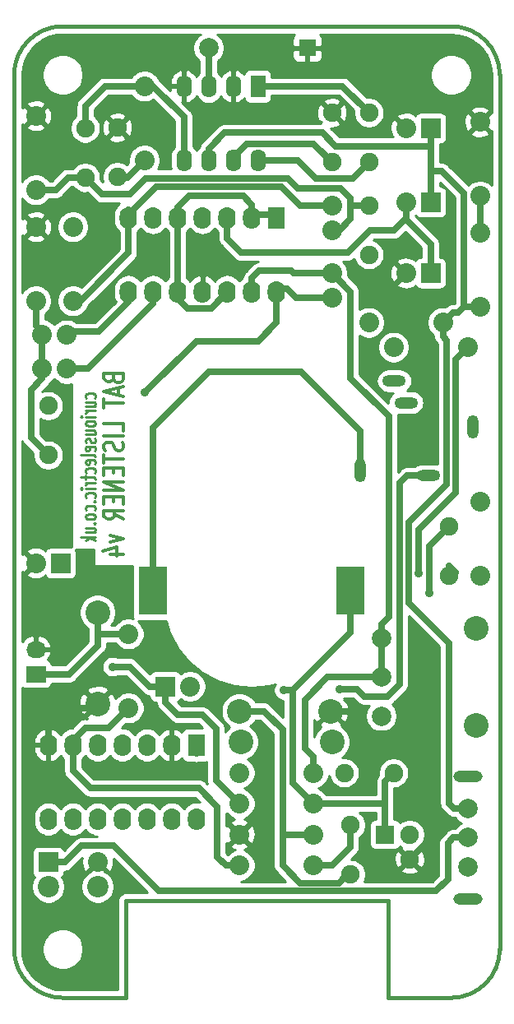
<source format=gbl>
G04 #@! TF.GenerationSoftware,KiCad,Pcbnew,(5.1.0)-1*
G04 #@! TF.CreationDate,2020-07-28T19:28:14+01:00*
G04 #@! TF.ProjectId,Bat_Listener_v4,4261745f-4c69-4737-9465-6e65725f7634,rev?*
G04 #@! TF.SameCoordinates,PX5f21070PY85c0b90*
G04 #@! TF.FileFunction,Copper,L2,Bot*
G04 #@! TF.FilePolarity,Positive*
%FSLAX46Y46*%
G04 Gerber Fmt 4.6, Leading zero omitted, Abs format (unit mm)*
G04 Created by KiCad (PCBNEW (5.1.0)-1) date 2020-07-28 19:28:14*
%MOMM*%
%LPD*%
G04 APERTURE LIST*
%ADD10C,0.381000*%
%ADD11C,0.304800*%
%ADD12C,0.250190*%
%ADD13R,3.000000X5.000000*%
%ADD14C,2.540000*%
%ADD15C,2.000000*%
%ADD16C,2.032000*%
%ADD17R,2.032000X2.032000*%
%ADD18R,2.032000X1.727200*%
%ADD19O,2.032000X1.727200*%
%ADD20C,1.905000*%
%ADD21R,1.905000X1.905000*%
%ADD22O,3.000000X1.200000*%
%ADD23C,2.199640*%
%ADD24O,1.778000X2.286000*%
%ADD25R,1.778000X2.286000*%
%ADD26R,1.574800X2.286000*%
%ADD27O,1.574800X2.286000*%
%ADD28R,1.800860X1.800860*%
%ADD29O,1.200000X2.400000*%
%ADD30O,2.400000X1.200000*%
%ADD31C,0.889000*%
%ADD32C,0.635000*%
%ADD33C,0.254000*%
G04 APERTURE END LIST*
D10*
X50250000Y5250000D02*
X50250000Y95250000D01*
D11*
X10467857Y63977429D02*
X10564619Y63759715D01*
X10661380Y63687143D01*
X10854904Y63614572D01*
X11145190Y63614572D01*
X11338714Y63687143D01*
X11435476Y63759715D01*
X11532238Y63904858D01*
X11532238Y64485429D01*
X9500238Y64485429D01*
X9500238Y63977429D01*
X9597000Y63832286D01*
X9693761Y63759715D01*
X9887285Y63687143D01*
X10080809Y63687143D01*
X10274333Y63759715D01*
X10371095Y63832286D01*
X10467857Y63977429D01*
X10467857Y64485429D01*
X10951666Y63034000D02*
X10951666Y62308286D01*
X11532238Y63179143D02*
X9500238Y62671143D01*
X11532238Y62163143D01*
X9500238Y61872858D02*
X9500238Y61002000D01*
X11532238Y61437429D02*
X9500238Y61437429D01*
X11532238Y58607143D02*
X11532238Y59332858D01*
X9500238Y59332858D01*
X11532238Y58099143D02*
X9500238Y58099143D01*
X11435476Y57446000D02*
X11532238Y57228286D01*
X11532238Y56865429D01*
X11435476Y56720286D01*
X11338714Y56647715D01*
X11145190Y56575143D01*
X10951666Y56575143D01*
X10758142Y56647715D01*
X10661380Y56720286D01*
X10564619Y56865429D01*
X10467857Y57155715D01*
X10371095Y57300858D01*
X10274333Y57373429D01*
X10080809Y57446000D01*
X9887285Y57446000D01*
X9693761Y57373429D01*
X9597000Y57300858D01*
X9500238Y57155715D01*
X9500238Y56792858D01*
X9597000Y56575143D01*
X9500238Y56139715D02*
X9500238Y55268858D01*
X11532238Y55704286D02*
X9500238Y55704286D01*
X10467857Y54760858D02*
X10467857Y54252858D01*
X11532238Y54035143D02*
X11532238Y54760858D01*
X9500238Y54760858D01*
X9500238Y54035143D01*
X11532238Y53382000D02*
X9500238Y53382000D01*
X11532238Y52511143D01*
X9500238Y52511143D01*
X10467857Y51785429D02*
X10467857Y51277429D01*
X11532238Y51059715D02*
X11532238Y51785429D01*
X9500238Y51785429D01*
X9500238Y51059715D01*
X11532238Y49535715D02*
X10564619Y50043715D01*
X11532238Y50406572D02*
X9500238Y50406572D01*
X9500238Y49826000D01*
X9597000Y49680858D01*
X9693761Y49608286D01*
X9887285Y49535715D01*
X10177571Y49535715D01*
X10371095Y49608286D01*
X10467857Y49680858D01*
X10564619Y49826000D01*
X10564619Y50406572D01*
X10177571Y47866572D02*
X11532238Y47503715D01*
X10177571Y47140858D01*
X10177571Y45907143D02*
X11532238Y45907143D01*
X9403476Y46270000D02*
X10854904Y46632858D01*
X10854904Y45689429D01*
D12*
X8553604Y62006631D02*
X8625087Y62101941D01*
X8625087Y62292562D01*
X8553604Y62387873D01*
X8482121Y62435528D01*
X8339155Y62483183D01*
X7910258Y62483183D01*
X7767292Y62435528D01*
X7695810Y62387873D01*
X7624327Y62292562D01*
X7624327Y62101941D01*
X7695810Y62006631D01*
X7624327Y61148837D02*
X8625087Y61148837D01*
X7624327Y61577734D02*
X8410638Y61577734D01*
X8553604Y61530079D01*
X8625087Y61434768D01*
X8625087Y61291802D01*
X8553604Y61196492D01*
X8482121Y61148837D01*
X8625087Y60672284D02*
X7624327Y60672284D01*
X7910258Y60672284D02*
X7767292Y60624629D01*
X7695810Y60576974D01*
X7624327Y60481663D01*
X7624327Y60386353D01*
X8625087Y60052766D02*
X7624327Y60052766D01*
X7123947Y60052766D02*
X7195430Y60100421D01*
X7266912Y60052766D01*
X7195430Y60005111D01*
X7123947Y60052766D01*
X7266912Y60052766D01*
X8625087Y59433248D02*
X8553604Y59528559D01*
X8482121Y59576214D01*
X8339155Y59623869D01*
X7910258Y59623869D01*
X7767292Y59576214D01*
X7695810Y59528559D01*
X7624327Y59433248D01*
X7624327Y59290282D01*
X7695810Y59194972D01*
X7767292Y59147317D01*
X7910258Y59099661D01*
X8339155Y59099661D01*
X8482121Y59147317D01*
X8553604Y59194972D01*
X8625087Y59290282D01*
X8625087Y59433248D01*
X7624327Y58241867D02*
X8625087Y58241867D01*
X7624327Y58670764D02*
X8410638Y58670764D01*
X8553604Y58623109D01*
X8625087Y58527799D01*
X8625087Y58384833D01*
X8553604Y58289522D01*
X8482121Y58241867D01*
X8553604Y57812970D02*
X8625087Y57717660D01*
X8625087Y57527039D01*
X8553604Y57431728D01*
X8410638Y57384073D01*
X8339155Y57384073D01*
X8196190Y57431728D01*
X8124707Y57527039D01*
X8124707Y57670004D01*
X8053224Y57765315D01*
X7910258Y57812970D01*
X7838775Y57812970D01*
X7695810Y57765315D01*
X7624327Y57670004D01*
X7624327Y57527039D01*
X7695810Y57431728D01*
X8553604Y56573934D02*
X8625087Y56669244D01*
X8625087Y56859865D01*
X8553604Y56955176D01*
X8410638Y57002831D01*
X7838775Y57002831D01*
X7695810Y56955176D01*
X7624327Y56859865D01*
X7624327Y56669244D01*
X7695810Y56573934D01*
X7838775Y56526279D01*
X7981741Y56526279D01*
X8124707Y57002831D01*
X8625087Y55954416D02*
X8553604Y56049726D01*
X8410638Y56097381D01*
X7123947Y56097381D01*
X8553604Y55191932D02*
X8625087Y55287242D01*
X8625087Y55477863D01*
X8553604Y55573174D01*
X8410638Y55620829D01*
X7838775Y55620829D01*
X7695810Y55573174D01*
X7624327Y55477863D01*
X7624327Y55287242D01*
X7695810Y55191932D01*
X7838775Y55144277D01*
X7981741Y55144277D01*
X8124707Y55620829D01*
X8553604Y54286482D02*
X8625087Y54381793D01*
X8625087Y54572414D01*
X8553604Y54667724D01*
X8482121Y54715380D01*
X8339155Y54763035D01*
X7910258Y54763035D01*
X7767292Y54715380D01*
X7695810Y54667724D01*
X7624327Y54572414D01*
X7624327Y54381793D01*
X7695810Y54286482D01*
X7624327Y54000551D02*
X7624327Y53619309D01*
X7123947Y53857585D02*
X8410638Y53857585D01*
X8553604Y53809930D01*
X8625087Y53714620D01*
X8625087Y53619309D01*
X8625087Y53285722D02*
X7624327Y53285722D01*
X7910258Y53285722D02*
X7767292Y53238067D01*
X7695810Y53190412D01*
X7624327Y53095101D01*
X7624327Y52999791D01*
X8625087Y52666204D02*
X7624327Y52666204D01*
X7123947Y52666204D02*
X7195430Y52713860D01*
X7266912Y52666204D01*
X7195430Y52618549D01*
X7123947Y52666204D01*
X7266912Y52666204D01*
X8553604Y51760755D02*
X8625087Y51856065D01*
X8625087Y52046686D01*
X8553604Y52141997D01*
X8482121Y52189652D01*
X8339155Y52237307D01*
X7910258Y52237307D01*
X7767292Y52189652D01*
X7695810Y52141997D01*
X7624327Y52046686D01*
X7624327Y51856065D01*
X7695810Y51760755D01*
X8482121Y51331858D02*
X8553604Y51284202D01*
X8625087Y51331858D01*
X8553604Y51379513D01*
X8482121Y51331858D01*
X8625087Y51331858D01*
X8553604Y50426408D02*
X8625087Y50521719D01*
X8625087Y50712340D01*
X8553604Y50807650D01*
X8482121Y50855305D01*
X8339155Y50902960D01*
X7910258Y50902960D01*
X7767292Y50855305D01*
X7695810Y50807650D01*
X7624327Y50712340D01*
X7624327Y50521719D01*
X7695810Y50426408D01*
X8625087Y49854545D02*
X8553604Y49949856D01*
X8482121Y49997511D01*
X8339155Y50045166D01*
X7910258Y50045166D01*
X7767292Y49997511D01*
X7695810Y49949856D01*
X7624327Y49854545D01*
X7624327Y49711580D01*
X7695810Y49616269D01*
X7767292Y49568614D01*
X7910258Y49520959D01*
X8339155Y49520959D01*
X8482121Y49568614D01*
X8553604Y49616269D01*
X8625087Y49711580D01*
X8625087Y49854545D01*
X8482121Y49092061D02*
X8553604Y49044406D01*
X8625087Y49092061D01*
X8553604Y49139717D01*
X8482121Y49092061D01*
X8625087Y49092061D01*
X7624327Y48186612D02*
X8625087Y48186612D01*
X7624327Y48615509D02*
X8410638Y48615509D01*
X8553604Y48567854D01*
X8625087Y48472543D01*
X8625087Y48329578D01*
X8553604Y48234267D01*
X8482121Y48186612D01*
X8625087Y47710060D02*
X7123947Y47710060D01*
X8053224Y47614749D02*
X8625087Y47328818D01*
X7624327Y47328818D02*
X8196190Y47710060D01*
D10*
X38750000Y250000D02*
X45250000Y250000D01*
X38750000Y10250000D02*
X38750000Y250000D01*
X11750000Y10250000D02*
X38750000Y10250000D01*
X11750000Y250000D02*
X11750000Y10250000D01*
X5250000Y250000D02*
X11750000Y250000D01*
X250000Y5250000D02*
G75*
G03X5250000Y250000I5000000J0D01*
G01*
X45250000Y250000D02*
G75*
G03X50250000Y5250000I0J5000000D01*
G01*
X50250000Y95250000D02*
G75*
G03X45250000Y100250000I-5000000J0D01*
G01*
X5250000Y100250000D02*
G75*
G03X250000Y95250000I0J-5000000D01*
G01*
X45250000Y100250000D02*
X5250000Y100250000D01*
X250000Y95250000D02*
X250000Y5250000D01*
D13*
X14555000Y42145000D03*
X34875000Y42145000D03*
D14*
X47800000Y28255000D03*
D15*
X38050000Y37255000D03*
D14*
X47800000Y38255000D03*
D15*
X38050000Y29255000D03*
X38050000Y33255000D03*
D16*
X18360000Y32300000D03*
D17*
X15820000Y32300000D03*
D14*
X32838000Y29760000D03*
X23440000Y29760000D03*
X8840000Y30522000D03*
X8840000Y39920000D03*
X23567000Y26585000D03*
X32965000Y26585000D03*
D18*
X2485000Y33570000D03*
D19*
X2485000Y36110000D03*
D20*
X40966000Y14520000D03*
X40966000Y17060000D03*
D21*
X38426000Y17060000D03*
D15*
X46965400Y16737380D03*
X46940000Y19745000D03*
X46940000Y13745000D03*
D22*
X46940000Y23045000D03*
X46940000Y10445000D03*
D17*
X3760000Y14205000D03*
D16*
X8840000Y14205000D03*
D23*
X3760000Y11665000D03*
X8840000Y11665000D03*
D24*
X27250000Y72940000D03*
X24710000Y72940000D03*
X22170000Y72940000D03*
X19630000Y72940000D03*
X17090000Y72940000D03*
X14550000Y72940000D03*
X12010000Y72940000D03*
X12010000Y80560000D03*
X14550000Y80560000D03*
X17090000Y80560000D03*
X19630000Y80560000D03*
X22170000Y80560000D03*
X24710000Y80560000D03*
D25*
X27250000Y80560000D03*
D24*
X19000000Y18650000D03*
X16460000Y18650000D03*
X13920000Y18650000D03*
X11380000Y18650000D03*
X8840000Y18650000D03*
X6300000Y18650000D03*
X3760000Y18650000D03*
X3760000Y26270000D03*
X6300000Y26270000D03*
X8840000Y26270000D03*
X11380000Y26270000D03*
X13920000Y26270000D03*
X16460000Y26270000D03*
D25*
X19000000Y26270000D03*
D26*
X25350000Y94088000D03*
D27*
X22810000Y94088000D03*
X20270000Y94088000D03*
X17730000Y94088000D03*
X17730000Y86468000D03*
X20270000Y86468000D03*
X22810000Y86468000D03*
X25350000Y86468000D03*
D28*
X30430000Y98025000D03*
D15*
X20270000Y98025000D03*
D16*
X40590000Y82150000D03*
D17*
X43130000Y82150000D03*
D16*
X40590000Y89770000D03*
D17*
X43130000Y89770000D03*
D16*
X40585000Y74845000D03*
D17*
X43125000Y74845000D03*
D16*
X2485000Y45000000D03*
D17*
X5025000Y45000000D03*
D16*
X48210000Y43730000D03*
X48210000Y51350000D03*
X48210000Y71355000D03*
X48210000Y78975000D03*
X48210000Y82785000D03*
X48210000Y90405000D03*
X13666000Y94088000D03*
X13666000Y86468000D03*
X2490000Y83420000D03*
X2490000Y91040000D03*
X6300000Y71990000D03*
X6300000Y79610000D03*
X12015000Y30080000D03*
X12015000Y37700000D03*
X31060000Y13885000D03*
X23440000Y13885000D03*
X2490000Y71990000D03*
X2490000Y79610000D03*
X31060000Y17060000D03*
X23440000Y17060000D03*
X44395000Y69765000D03*
X36775000Y69765000D03*
X23440000Y20235000D03*
X31060000Y20235000D03*
X46935000Y67225000D03*
X39315000Y67225000D03*
X23440000Y23410000D03*
X31060000Y23410000D03*
D29*
X35870000Y54505000D03*
D30*
X39370000Y63755000D03*
X42870000Y54005000D03*
D29*
X47470000Y59005000D03*
D30*
X40620000Y61505000D03*
D20*
X36775000Y91355000D03*
X36775000Y86275000D03*
X32965000Y86275000D03*
X32965000Y91355000D03*
X10867000Y89831000D03*
X10867000Y84751000D03*
X7570000Y89770000D03*
X7570000Y84690000D03*
X36775000Y81830000D03*
X36775000Y76750000D03*
X3760000Y61195000D03*
X3760000Y56115000D03*
X34875000Y18015000D03*
X34875000Y12935000D03*
X45035000Y48810000D03*
X45035000Y43730000D03*
X34235000Y23410000D03*
X39315000Y23410000D03*
D16*
X32965000Y79290000D03*
X32965000Y81830000D03*
X3125000Y65005000D03*
X5665000Y65005000D03*
X5660000Y68495000D03*
X3120000Y68495000D03*
X32965000Y74845000D03*
X32965000Y72305000D03*
D31*
X41220000Y20489000D03*
X43003000Y41891000D03*
X10359000Y34332000D03*
X33727000Y32046000D03*
X13724500Y62589500D03*
X28012000Y31919000D03*
X41855000Y43984000D03*
D32*
X20270000Y86468000D02*
X20270000Y87677000D01*
X33346000Y87926000D02*
X43130000Y87926000D01*
X31949000Y89323000D02*
X33346000Y87926000D01*
X21916000Y89323000D02*
X31949000Y89323000D01*
X20270000Y87677000D02*
X21916000Y89323000D01*
X46559000Y83039000D02*
X44273000Y85325000D01*
X46559000Y71355000D02*
X48210000Y71355000D01*
X20270000Y86468000D02*
X20270000Y87357000D01*
X43130000Y85325000D02*
X44273000Y85325000D01*
X43130000Y89770000D02*
X43130000Y87926000D01*
X43130000Y87926000D02*
X43130000Y87611000D01*
X43130000Y87611000D02*
X43130000Y85325000D01*
X43130000Y85325000D02*
X43130000Y82150000D01*
X46559000Y71355000D02*
X46559000Y72564000D01*
X46559000Y72564000D02*
X46559000Y83039000D01*
X45984999Y70780999D02*
X46559000Y71355000D01*
X45410999Y70780999D02*
X45984999Y70780999D01*
X44395000Y69765000D02*
X45410999Y70780999D01*
X45520000Y19745000D02*
X46940000Y19745000D01*
X44995490Y20269510D02*
X45520000Y19745000D01*
X40839000Y40936000D02*
X44995490Y36779510D01*
X44995490Y36779510D02*
X44995490Y20269510D01*
X40839000Y47921000D02*
X40839000Y49191000D01*
X40839000Y47921000D02*
X40839000Y40936000D01*
X40839000Y49191000D02*
X44776000Y53128000D01*
X44395000Y68328160D02*
X44395000Y69765000D01*
X44776000Y67947160D02*
X44395000Y68328160D01*
X44776000Y53128000D02*
X44776000Y67947160D01*
X8840000Y30080000D02*
X5284000Y30080000D01*
X3760000Y28556000D02*
X3760000Y26270000D01*
X5284000Y30080000D02*
X3760000Y28556000D01*
X34634051Y29760000D02*
X36920051Y27474000D01*
X32838000Y29760000D02*
X34634051Y29760000D01*
X36920051Y27474000D02*
X40331000Y27474000D01*
X40331000Y27474000D02*
X43252000Y24553000D01*
X43252000Y16806000D02*
X40966000Y14520000D01*
X43252000Y20489000D02*
X41220000Y20489000D01*
X43252000Y20489000D02*
X43252000Y16806000D01*
X43252000Y24553000D02*
X43252000Y20489000D01*
X22175000Y73260000D02*
X22175000Y72879000D01*
X22175000Y72879000D02*
X20524000Y71228000D01*
X20524000Y71228000D02*
X18111000Y71228000D01*
X18111000Y71228000D02*
X17095000Y72244000D01*
X17095000Y72244000D02*
X17095000Y73260000D01*
X17095000Y80880000D02*
X17095000Y81642000D01*
X17095000Y81642000D02*
X18238000Y82785000D01*
X23826000Y82785000D02*
X24715000Y81896000D01*
X18238000Y82785000D02*
X23826000Y82785000D01*
X24715000Y81896000D02*
X24715000Y80880000D01*
X17095000Y73260000D02*
X17095000Y80880000D01*
X27255000Y80880000D02*
X24715000Y80880000D01*
X3760000Y14205000D02*
X4395000Y14205000D01*
X45469380Y16737380D02*
X46965400Y16737380D01*
X44903000Y12488000D02*
X44903000Y16171000D01*
X44903000Y16171000D02*
X45469380Y16737380D01*
X5472000Y14205000D02*
X7184000Y15917000D01*
X3760000Y14205000D02*
X5472000Y14205000D01*
X7184000Y15917000D02*
X10486000Y15917000D01*
X10486000Y15917000D02*
X15119000Y11284000D01*
X15119000Y11284000D02*
X43699000Y11284000D01*
X43699000Y11284000D02*
X44903000Y12488000D01*
X22175000Y80880000D02*
X22175000Y78396000D01*
X39381000Y79290000D02*
X40590000Y80499000D01*
X36902000Y79290000D02*
X39381000Y79290000D01*
X34616000Y77004000D02*
X36902000Y79290000D01*
X23567000Y77004000D02*
X34616000Y77004000D01*
X22175000Y78396000D02*
X23567000Y77004000D01*
X40590000Y82150000D02*
X40590000Y80499000D01*
X40590000Y80499000D02*
X40590000Y80372000D01*
X43130000Y77832000D02*
X43130000Y74530000D01*
X40590000Y80372000D02*
X43130000Y77832000D01*
X48210000Y82785000D02*
X48210000Y78975000D01*
X36775000Y91355000D02*
X34042000Y94088000D01*
X25350000Y94088000D02*
X34042000Y94088000D01*
X25350000Y86468000D02*
X29470000Y86468000D01*
X35124000Y84624000D02*
X36775000Y86275000D01*
X31314000Y84624000D02*
X35124000Y84624000D01*
X29470000Y86468000D02*
X31314000Y84624000D01*
X22810000Y86468000D02*
X22810000Y86788000D01*
X22810000Y86788000D02*
X24202000Y88180000D01*
X31060000Y88180000D02*
X32965000Y86275000D01*
X24202000Y88180000D02*
X31060000Y88180000D01*
X22810000Y86468000D02*
X22810000Y87103000D01*
X10745000Y84690000D02*
X11888000Y84690000D01*
X11888000Y84690000D02*
X13666000Y86468000D01*
X13666000Y94088000D02*
X14555000Y94088000D01*
X14555000Y94088000D02*
X17730000Y90913000D01*
X17730000Y90913000D02*
X17730000Y86468000D01*
X7570000Y89770000D02*
X7570000Y92056000D01*
X9602000Y94088000D02*
X13666000Y94088000D01*
X7570000Y92056000D02*
X9602000Y94088000D01*
X7570000Y84690000D02*
X7570000Y84436000D01*
X2490000Y83420000D02*
X4522000Y83420000D01*
X5792000Y84690000D02*
X7570000Y84690000D01*
X4522000Y83420000D02*
X5792000Y84690000D01*
X9287000Y82973000D02*
X7570000Y84690000D01*
X26361000Y84624000D02*
X13788000Y84624000D01*
X33727000Y79290000D02*
X34870000Y80433000D01*
X12137000Y82973000D02*
X9287000Y82973000D01*
X32965000Y79290000D02*
X33727000Y79290000D01*
X28393000Y84624000D02*
X29409000Y83608000D01*
X29409000Y83608000D02*
X33854000Y83608000D01*
X34870000Y80433000D02*
X34870000Y81830000D01*
X13788000Y84624000D02*
X12137000Y82973000D01*
X26361000Y84624000D02*
X28393000Y84624000D01*
X34870000Y82592000D02*
X33854000Y83608000D01*
X34870000Y81830000D02*
X34870000Y82592000D01*
X36775000Y81830000D02*
X34870000Y81830000D01*
X32965000Y81830000D02*
X29663000Y81830000D01*
X14870000Y83735000D02*
X12015000Y80880000D01*
X27758000Y83735000D02*
X14870000Y83735000D01*
X29663000Y81830000D02*
X27758000Y83735000D01*
X12015000Y80880000D02*
X12015000Y81388000D01*
X6300000Y71990000D02*
X7062000Y71990000D01*
X7062000Y71990000D02*
X12015000Y76943000D01*
X12015000Y76943000D02*
X12015000Y80880000D01*
X3125000Y65005000D02*
X3125000Y63989000D01*
X3125000Y63989000D02*
X1982000Y62846000D01*
X1982000Y57893000D02*
X3760000Y56115000D01*
X1982000Y62846000D02*
X1982000Y57893000D01*
X2490000Y71990000D02*
X2490000Y69450000D01*
X2490000Y69450000D02*
X3125000Y68815000D01*
X3125000Y68815000D02*
X3125000Y65005000D01*
X23440000Y29760000D02*
X25980000Y29760000D01*
X25980000Y29760000D02*
X27885000Y27855000D01*
X27885000Y27855000D02*
X27885000Y18330000D01*
X27885000Y18330000D02*
X27885000Y17695000D01*
X31060000Y17060000D02*
X27885000Y17060000D01*
X27885000Y18330000D02*
X27885000Y17060000D01*
X27885000Y17060000D02*
X27885000Y13885000D01*
X34555000Y12935000D02*
X33666010Y12046010D01*
X34875000Y12935000D02*
X34555000Y12935000D01*
X29723990Y12046010D02*
X27885000Y13885000D01*
X33666010Y12046010D02*
X29723990Y12046010D01*
X34875000Y15795000D02*
X34875000Y18015000D01*
X32965000Y13885000D02*
X34875000Y15795000D01*
X31060000Y13885000D02*
X32965000Y13885000D01*
X5665000Y65005000D02*
X7824000Y65005000D01*
X14555000Y71736000D02*
X14555000Y73260000D01*
X7824000Y65005000D02*
X14555000Y71736000D01*
X45670000Y44050000D02*
X45035000Y44685000D01*
X12015000Y73260000D02*
X12015000Y71863000D01*
X8967000Y68815000D02*
X5665000Y68815000D01*
X12015000Y71863000D02*
X8967000Y68815000D01*
X43003000Y46778000D02*
X45035000Y48810000D01*
X43003000Y45376000D02*
X43003000Y46778000D01*
X43003000Y41891000D02*
X43003000Y45376000D01*
X14169000Y32300000D02*
X12137000Y34332000D01*
X15820000Y32300000D02*
X14169000Y32300000D01*
X12137000Y34332000D02*
X10359000Y34332000D01*
X15820000Y30649000D02*
X17090000Y29379000D01*
X15820000Y32300000D02*
X15820000Y30649000D01*
X17090000Y29379000D02*
X19630000Y29379000D01*
X19630000Y29379000D02*
X21027000Y27982000D01*
X21027000Y22648000D02*
X23440000Y20235000D01*
X21027000Y27982000D02*
X21027000Y22648000D01*
X42870000Y54005000D02*
X40724000Y54005000D01*
X40724000Y54005000D02*
X39950000Y53231000D01*
X39950000Y53231000D02*
X39950000Y39158000D01*
X33727000Y32046000D02*
X35505000Y32046000D01*
X35505000Y32046000D02*
X36267000Y31284000D01*
X38680000Y31284000D02*
X39950000Y32554000D01*
X36267000Y31284000D02*
X38680000Y31284000D01*
X39950000Y39158000D02*
X39950000Y32554000D01*
X24715000Y73260000D02*
X24715000Y74342000D01*
X24715000Y74342000D02*
X25472000Y75099000D01*
X29028000Y74845000D02*
X32965000Y74845000D01*
X28774000Y75099000D02*
X29028000Y74845000D01*
X25472000Y75099000D02*
X28774000Y75099000D01*
X38050000Y33255000D02*
X38050000Y37255000D01*
X34870000Y72940000D02*
X32965000Y74845000D01*
X34870000Y64050000D02*
X34870000Y72940000D01*
X38807000Y60113000D02*
X34870000Y64050000D01*
X38807000Y39426213D02*
X38807000Y60113000D01*
X38050000Y37255000D02*
X38050000Y38669213D01*
X38050000Y38669213D02*
X38807000Y39426213D01*
X31060000Y23410000D02*
X31060000Y25061000D01*
X31060000Y25061000D02*
X30171000Y25950000D01*
X30171000Y25950000D02*
X30171000Y30903000D01*
X32523000Y33255000D02*
X38050000Y33255000D01*
X30171000Y30903000D02*
X32523000Y33255000D01*
X27255000Y73260000D02*
X28327000Y73260000D01*
X29282000Y72305000D02*
X32965000Y72305000D01*
X28327000Y73260000D02*
X29282000Y72305000D01*
X27255000Y73260000D02*
X27128000Y73260000D01*
X19000000Y26270000D02*
X19000000Y25381000D01*
X27250000Y69765000D02*
X27250000Y72940000D01*
X25345000Y67860000D02*
X27250000Y69765000D01*
X18995000Y67860000D02*
X25345000Y67860000D01*
X13724500Y62589500D02*
X18995000Y67860000D01*
X20270000Y98025000D02*
X20270000Y94088000D01*
X2485000Y33570000D02*
X5914000Y33570000D01*
X8840000Y36496000D02*
X8840000Y39478000D01*
X5914000Y33570000D02*
X8840000Y36496000D01*
X12015000Y37700000D02*
X8840000Y37700000D01*
X8840000Y37700000D02*
X8840000Y37385000D01*
X8840000Y37385000D02*
X8840000Y39478000D01*
X14555000Y42145000D02*
X14555000Y58975000D01*
X14555000Y58975000D02*
X20265000Y64685000D01*
X20265000Y64685000D02*
X29790000Y64685000D01*
X35870000Y58605000D02*
X35870000Y54505000D01*
X29790000Y64685000D02*
X35870000Y58605000D01*
X23440000Y26585000D02*
X23821000Y26585000D01*
X23440000Y26585000D02*
X23059000Y26585000D01*
X23440000Y26458000D02*
X23567000Y26585000D01*
X38426000Y22521000D02*
X39315000Y23410000D01*
X38299000Y20235000D02*
X38426000Y20362000D01*
X37029000Y20235000D02*
X38299000Y20235000D01*
X38426000Y20362000D02*
X38426000Y22521000D01*
X38426000Y17060000D02*
X38426000Y20362000D01*
X37029000Y20235000D02*
X37664000Y20235000D01*
X31060000Y20235000D02*
X37029000Y20235000D01*
X34875000Y39010000D02*
X34870000Y39005000D01*
X34875000Y42145000D02*
X34875000Y39010000D01*
X34870000Y39005000D02*
X34870000Y37888000D01*
X34870000Y37888000D02*
X28901000Y31919000D01*
X28901000Y22394000D02*
X31060000Y20235000D01*
X28901000Y31919000D02*
X28901000Y22394000D01*
X28901000Y31919000D02*
X28012000Y31919000D01*
X41855000Y46524000D02*
X41855000Y43984000D01*
X41855000Y48429000D02*
X41855000Y46524000D01*
X45665000Y52239000D02*
X41855000Y48429000D01*
X45665000Y65955000D02*
X45665000Y52239000D01*
X46935000Y67225000D02*
X45665000Y65955000D01*
X23440000Y13885000D02*
X22043000Y13885000D01*
X21154000Y17314000D02*
X21159000Y17314000D01*
X21154000Y14774000D02*
X21154000Y17314000D01*
X22043000Y13885000D02*
X21154000Y14774000D01*
X21159000Y17314000D02*
X21159000Y19920000D01*
X21159000Y19920000D02*
X19254000Y21825000D01*
X19254000Y21825000D02*
X8078000Y21825000D01*
X8078000Y21825000D02*
X6300000Y23603000D01*
X6300000Y23603000D02*
X6300000Y26270000D01*
X6300000Y26270000D02*
X6300000Y26778000D01*
X6300000Y26778000D02*
X7570000Y28048000D01*
X7570000Y28048000D02*
X9983000Y28048000D01*
X9983000Y28048000D02*
X12015000Y30080000D01*
D33*
G36*
X13055000Y39006928D02*
G01*
X15882748Y39006928D01*
X16234526Y37847272D01*
X17082775Y36260310D01*
X18224326Y34869325D01*
X19615311Y33727774D01*
X21202273Y32879525D01*
X22924228Y32357176D01*
X24715000Y32180800D01*
X26505773Y32357176D01*
X27133764Y32547675D01*
X27055360Y32430335D01*
X26973985Y32233878D01*
X26932500Y32025321D01*
X26932500Y31812679D01*
X26973985Y31604122D01*
X27055360Y31407665D01*
X27173498Y31230859D01*
X27323859Y31080498D01*
X27500665Y30962360D01*
X27697122Y30880985D01*
X27905679Y30839500D01*
X27948500Y30839500D01*
X27948500Y29138538D01*
X26686607Y30400431D01*
X26656778Y30436778D01*
X26511741Y30555806D01*
X26346269Y30644252D01*
X26166723Y30698717D01*
X26026785Y30712500D01*
X25980000Y30717108D01*
X25933215Y30712500D01*
X25094684Y30712500D01*
X24919710Y30974366D01*
X24654366Y31239710D01*
X24342356Y31448189D01*
X23995668Y31591791D01*
X23627626Y31665000D01*
X23252374Y31665000D01*
X22884332Y31591791D01*
X22537644Y31448189D01*
X22225634Y31239710D01*
X21960290Y30974366D01*
X21751811Y30662356D01*
X21608209Y30315668D01*
X21535000Y29947626D01*
X21535000Y29572374D01*
X21608209Y29204332D01*
X21751811Y28857644D01*
X21960290Y28545634D01*
X22225634Y28280290D01*
X22450453Y28130071D01*
X22352634Y28064710D01*
X22087290Y27799366D01*
X21979500Y27638047D01*
X21979500Y27935216D01*
X21984108Y27982001D01*
X21965717Y28168723D01*
X21952362Y28212748D01*
X21911252Y28348269D01*
X21822806Y28513741D01*
X21703778Y28658778D01*
X21667431Y28688607D01*
X20336607Y30019431D01*
X20306778Y30055778D01*
X20161741Y30174806D01*
X19996269Y30263252D01*
X19816723Y30317717D01*
X19676785Y30331500D01*
X19630000Y30336108D01*
X19583215Y30331500D01*
X17484539Y30331500D01*
X17107133Y30708905D01*
X17190494Y30753463D01*
X17287185Y30832815D01*
X17366537Y30929506D01*
X17385704Y30965364D01*
X17577958Y30836903D01*
X17878421Y30712447D01*
X18197391Y30649000D01*
X18522609Y30649000D01*
X18841579Y30712447D01*
X19142042Y30836903D01*
X19412451Y31017585D01*
X19642415Y31247549D01*
X19823097Y31517958D01*
X19947553Y31818421D01*
X20011000Y32137391D01*
X20011000Y32462609D01*
X19947553Y32781579D01*
X19823097Y33082042D01*
X19642415Y33352451D01*
X19412451Y33582415D01*
X19142042Y33763097D01*
X18841579Y33887553D01*
X18522609Y33951000D01*
X18197391Y33951000D01*
X17878421Y33887553D01*
X17577958Y33763097D01*
X17385704Y33634636D01*
X17366537Y33670494D01*
X17287185Y33767185D01*
X17190494Y33846537D01*
X17080180Y33905502D01*
X16960482Y33941812D01*
X16836000Y33954072D01*
X14804000Y33954072D01*
X14679518Y33941812D01*
X14559820Y33905502D01*
X14449506Y33846537D01*
X14352815Y33767185D01*
X14273463Y33670494D01*
X14228905Y33587134D01*
X12843607Y34972431D01*
X12813778Y35008778D01*
X12668741Y35127806D01*
X12503269Y35216252D01*
X12323723Y35270717D01*
X12183785Y35284500D01*
X12137000Y35289108D01*
X12090215Y35284500D01*
X10876531Y35284500D01*
X10870335Y35288640D01*
X10673878Y35370015D01*
X10465321Y35411500D01*
X10252679Y35411500D01*
X10044122Y35370015D01*
X9847665Y35288640D01*
X9670859Y35170502D01*
X9520498Y35020141D01*
X9402360Y34843335D01*
X9320985Y34646878D01*
X9279500Y34438321D01*
X9279500Y34225679D01*
X9320985Y34017122D01*
X9402360Y33820665D01*
X9520498Y33643859D01*
X9670859Y33493498D01*
X9847665Y33375360D01*
X10044122Y33293985D01*
X10252679Y33252500D01*
X10465321Y33252500D01*
X10673878Y33293985D01*
X10870335Y33375360D01*
X10876531Y33379500D01*
X11742462Y33379500D01*
X13462397Y31659564D01*
X13492222Y31623222D01*
X13637259Y31504194D01*
X13802731Y31415748D01*
X13956106Y31369222D01*
X13982277Y31361283D01*
X14165928Y31343195D01*
X14165928Y31284000D01*
X14178188Y31159518D01*
X14214498Y31039820D01*
X14273463Y30929506D01*
X14352815Y30832815D01*
X14449506Y30753463D01*
X14559820Y30694498D01*
X14679518Y30658188D01*
X14804000Y30645928D01*
X14863195Y30645928D01*
X14881283Y30462278D01*
X14935749Y30282731D01*
X15001350Y30160000D01*
X15024195Y30117259D01*
X15143223Y29972222D01*
X15179564Y29942398D01*
X16383397Y28738564D01*
X16413222Y28702222D01*
X16558259Y28583194D01*
X16723731Y28494748D01*
X16895553Y28442626D01*
X16903277Y28440283D01*
X17089999Y28421892D01*
X17136784Y28426500D01*
X19235462Y28426500D01*
X19610890Y28051072D01*
X18111000Y28051072D01*
X17986518Y28038812D01*
X17866820Y28002502D01*
X17756506Y27943537D01*
X17659815Y27864185D01*
X17580463Y27767494D01*
X17521498Y27657180D01*
X17511869Y27625437D01*
X17447828Y27691433D01*
X17201092Y27861717D01*
X16925876Y27980593D01*
X16823013Y28004134D01*
X16587000Y27883330D01*
X16587000Y26397000D01*
X16607000Y26397000D01*
X16607000Y26143000D01*
X16587000Y26143000D01*
X16587000Y24656670D01*
X16823013Y24535866D01*
X16925876Y24559407D01*
X17201092Y24678283D01*
X17447828Y24848567D01*
X17511869Y24914563D01*
X17521498Y24882820D01*
X17580463Y24772506D01*
X17659815Y24675815D01*
X17756506Y24596463D01*
X17866820Y24537498D01*
X17986518Y24501188D01*
X18111000Y24488928D01*
X18659511Y24488928D01*
X18813278Y24442283D01*
X19000000Y24423892D01*
X19186723Y24442283D01*
X19340490Y24488928D01*
X19889000Y24488928D01*
X20013482Y24501188D01*
X20074501Y24519698D01*
X20074501Y22694795D01*
X20069892Y22648000D01*
X20088283Y22461278D01*
X20142071Y22283968D01*
X19960607Y22465431D01*
X19930778Y22501778D01*
X19785741Y22620806D01*
X19620269Y22709252D01*
X19440723Y22763717D01*
X19300785Y22777500D01*
X19254000Y22782108D01*
X19207215Y22777500D01*
X8472539Y22777500D01*
X7252500Y23997538D01*
X7252500Y24826186D01*
X7382844Y24933156D01*
X7570000Y25161207D01*
X7757156Y24933156D01*
X7989215Y24742710D01*
X8253969Y24601196D01*
X8541244Y24514052D01*
X8840000Y24484627D01*
X9138755Y24514052D01*
X9426030Y24601196D01*
X9690784Y24742710D01*
X9922844Y24933156D01*
X10110000Y25161207D01*
X10297156Y24933156D01*
X10529215Y24742710D01*
X10793969Y24601196D01*
X11081244Y24514052D01*
X11380000Y24484627D01*
X11678755Y24514052D01*
X11966030Y24601196D01*
X12230784Y24742710D01*
X12462844Y24933156D01*
X12650000Y25161207D01*
X12837156Y24933156D01*
X13069215Y24742710D01*
X13333969Y24601196D01*
X13621244Y24514052D01*
X13920000Y24484627D01*
X14218755Y24514052D01*
X14506030Y24601196D01*
X14770784Y24742710D01*
X15002844Y24933156D01*
X15193290Y25165215D01*
X15195314Y25169002D01*
X15263398Y25063715D01*
X15472172Y24848567D01*
X15718908Y24678283D01*
X15994124Y24559407D01*
X16096987Y24535866D01*
X16333000Y24656670D01*
X16333000Y26143000D01*
X16313000Y26143000D01*
X16313000Y26397000D01*
X16333000Y26397000D01*
X16333000Y27883330D01*
X16096987Y28004134D01*
X15994124Y27980593D01*
X15718908Y27861717D01*
X15472172Y27691433D01*
X15263398Y27476285D01*
X15195314Y27370998D01*
X15193290Y27374785D01*
X15002844Y27606844D01*
X14770785Y27797290D01*
X14506031Y27938804D01*
X14218756Y28025948D01*
X13920000Y28055373D01*
X13621245Y28025948D01*
X13333970Y27938804D01*
X13069216Y27797290D01*
X12837156Y27606844D01*
X12650000Y27378794D01*
X12462844Y27606844D01*
X12230785Y27797290D01*
X11966031Y27938804D01*
X11678756Y28025948D01*
X11380000Y28055373D01*
X11332758Y28050720D01*
X11734490Y28452452D01*
X11852391Y28429000D01*
X12177609Y28429000D01*
X12496579Y28492447D01*
X12797042Y28616903D01*
X13067451Y28797585D01*
X13297415Y29027549D01*
X13478097Y29297958D01*
X13602553Y29598421D01*
X13666000Y29917391D01*
X13666000Y30242609D01*
X13602553Y30561579D01*
X13478097Y30862042D01*
X13297415Y31132451D01*
X13067451Y31362415D01*
X12797042Y31543097D01*
X12496579Y31667553D01*
X12177609Y31731000D01*
X11852391Y31731000D01*
X11533421Y31667553D01*
X11232958Y31543097D01*
X10962549Y31362415D01*
X10732585Y31132451D01*
X10673853Y31044553D01*
X10587988Y31302235D01*
X10459871Y31541924D01*
X10167852Y31670247D01*
X9019605Y30522000D01*
X9033748Y30507857D01*
X8854143Y30328252D01*
X8840000Y30342395D01*
X7691753Y29194148D01*
X7776848Y29000500D01*
X7616784Y29000500D01*
X7569999Y29005108D01*
X7383277Y28986717D01*
X7203731Y28932252D01*
X7038259Y28843806D01*
X6893222Y28724778D01*
X6863398Y28688437D01*
X6222723Y28047762D01*
X6001245Y28025948D01*
X5713970Y27938804D01*
X5449216Y27797290D01*
X5217156Y27606844D01*
X5026710Y27374785D01*
X5024686Y27370998D01*
X4956602Y27476285D01*
X4747828Y27691433D01*
X4501092Y27861717D01*
X4225876Y27980593D01*
X4123013Y28004134D01*
X3887000Y27883330D01*
X3887000Y26397000D01*
X3907000Y26397000D01*
X3907000Y26143000D01*
X3887000Y26143000D01*
X3887000Y24656670D01*
X4123013Y24535866D01*
X4225876Y24559407D01*
X4501092Y24678283D01*
X4747828Y24848567D01*
X4956602Y25063715D01*
X5024686Y25169003D01*
X5026710Y25165216D01*
X5217156Y24933156D01*
X5347500Y24826185D01*
X5347500Y23649785D01*
X5342892Y23603000D01*
X5347500Y23556216D01*
X5361283Y23416278D01*
X5415748Y23236732D01*
X5504194Y23071259D01*
X5623222Y22926222D01*
X5659569Y22896393D01*
X7371397Y21184564D01*
X7401222Y21148222D01*
X7546259Y21029194D01*
X7572839Y21014987D01*
X7711730Y20940748D01*
X7801504Y20913516D01*
X7891277Y20886283D01*
X8031215Y20872500D01*
X8078000Y20867892D01*
X8124785Y20872500D01*
X18859462Y20872500D01*
X19337883Y20394079D01*
X19298756Y20405948D01*
X19000000Y20435373D01*
X18701245Y20405948D01*
X18413970Y20318804D01*
X18149216Y20177290D01*
X17917156Y19986844D01*
X17730000Y19758794D01*
X17542844Y19986844D01*
X17310785Y20177290D01*
X17046031Y20318804D01*
X16758756Y20405948D01*
X16460000Y20435373D01*
X16161245Y20405948D01*
X15873970Y20318804D01*
X15609216Y20177290D01*
X15377156Y19986844D01*
X15190000Y19758794D01*
X15002844Y19986844D01*
X14770785Y20177290D01*
X14506031Y20318804D01*
X14218756Y20405948D01*
X13920000Y20435373D01*
X13621245Y20405948D01*
X13333970Y20318804D01*
X13069216Y20177290D01*
X12837156Y19986844D01*
X12650000Y19758794D01*
X12462844Y19986844D01*
X12230785Y20177290D01*
X11966031Y20318804D01*
X11678756Y20405948D01*
X11380000Y20435373D01*
X11081245Y20405948D01*
X10793970Y20318804D01*
X10529216Y20177290D01*
X10297156Y19986844D01*
X10110000Y19758794D01*
X9922844Y19986844D01*
X9690785Y20177290D01*
X9426031Y20318804D01*
X9138756Y20405948D01*
X8840000Y20435373D01*
X8541245Y20405948D01*
X8253970Y20318804D01*
X7989216Y20177290D01*
X7757156Y19986844D01*
X7570000Y19758794D01*
X7382844Y19986844D01*
X7150785Y20177290D01*
X6886031Y20318804D01*
X6598756Y20405948D01*
X6300000Y20435373D01*
X6001245Y20405948D01*
X5713970Y20318804D01*
X5449216Y20177290D01*
X5217156Y19986844D01*
X5030000Y19758794D01*
X4842844Y19986844D01*
X4610785Y20177290D01*
X4346031Y20318804D01*
X4058756Y20405948D01*
X3760000Y20435373D01*
X3461245Y20405948D01*
X3173970Y20318804D01*
X2909216Y20177290D01*
X2677156Y19986844D01*
X2486710Y19754785D01*
X2345196Y19490031D01*
X2258052Y19202756D01*
X2236000Y18978859D01*
X2236000Y18321142D01*
X2258052Y18097245D01*
X2345196Y17809970D01*
X2486710Y17545216D01*
X2677156Y17313156D01*
X2909215Y17122710D01*
X3173969Y16981196D01*
X3461244Y16894052D01*
X3760000Y16864627D01*
X4058755Y16894052D01*
X4346030Y16981196D01*
X4610784Y17122710D01*
X4842844Y17313156D01*
X5030000Y17541207D01*
X5217156Y17313156D01*
X5449215Y17122710D01*
X5713969Y16981196D01*
X6001244Y16894052D01*
X6300000Y16864627D01*
X6598755Y16894052D01*
X6886030Y16981196D01*
X7150784Y17122710D01*
X7382844Y17313156D01*
X7570000Y17541207D01*
X7757156Y17313156D01*
X7989215Y17122710D01*
X8253969Y16981196D01*
X8541244Y16894052D01*
X8790524Y16869500D01*
X7230785Y16869500D01*
X7184000Y16874108D01*
X7137215Y16869500D01*
X6997277Y16855717D01*
X6971106Y16847778D01*
X6817730Y16801252D01*
X6734995Y16757029D01*
X6652259Y16712806D01*
X6507222Y16593778D01*
X6477393Y16557431D01*
X5370073Y15450111D01*
X5365502Y15465180D01*
X5306537Y15575494D01*
X5227185Y15672185D01*
X5130494Y15751537D01*
X5020180Y15810502D01*
X4900482Y15846812D01*
X4776000Y15859072D01*
X2744000Y15859072D01*
X2619518Y15846812D01*
X2499820Y15810502D01*
X2389506Y15751537D01*
X2292815Y15672185D01*
X2213463Y15575494D01*
X2154498Y15465180D01*
X2118188Y15345482D01*
X2105928Y15221000D01*
X2105928Y13189000D01*
X2118188Y13064518D01*
X2154498Y12944820D01*
X2213463Y12834506D01*
X2292815Y12737815D01*
X2355828Y12686102D01*
X2222623Y12486745D01*
X2091848Y12171028D01*
X2025180Y11835865D01*
X2025180Y11494135D01*
X2091848Y11158972D01*
X2222623Y10843255D01*
X2412477Y10559117D01*
X2654117Y10317477D01*
X2938255Y10127623D01*
X3253972Y9996848D01*
X3589135Y9930180D01*
X3930865Y9930180D01*
X4266028Y9996848D01*
X4581745Y10127623D01*
X4865883Y10317477D01*
X5107523Y10559117D01*
X5297377Y10843255D01*
X5428152Y11158972D01*
X5494820Y11494135D01*
X5494820Y11835865D01*
X7105180Y11835865D01*
X7105180Y11494135D01*
X7171848Y11158972D01*
X7302623Y10843255D01*
X7492477Y10559117D01*
X7734117Y10317477D01*
X8018255Y10127623D01*
X8333972Y9996848D01*
X8669135Y9930180D01*
X9010865Y9930180D01*
X9346028Y9996848D01*
X9661745Y10127623D01*
X9945883Y10317477D01*
X10187523Y10559117D01*
X10377377Y10843255D01*
X10508152Y11158972D01*
X10574820Y11494135D01*
X10574820Y11835865D01*
X10508152Y12171028D01*
X10377377Y12486745D01*
X10187523Y12770883D01*
X9945883Y13012523D01*
X9665581Y13199814D01*
X8840000Y14025395D01*
X8014419Y13199814D01*
X7734117Y13012523D01*
X7492477Y12770883D01*
X7302623Y12486745D01*
X7171848Y12171028D01*
X7105180Y11835865D01*
X5494820Y11835865D01*
X5428152Y12171028D01*
X5297377Y12486745D01*
X5164172Y12686102D01*
X5227185Y12737815D01*
X5306537Y12834506D01*
X5365502Y12944820D01*
X5401812Y13064518D01*
X5414072Y13189000D01*
X5414072Y13252500D01*
X5425215Y13252500D01*
X5472000Y13247892D01*
X5518785Y13252500D01*
X5658723Y13266283D01*
X5838269Y13320748D01*
X6003741Y13409194D01*
X6148778Y13528222D01*
X6178607Y13564569D01*
X7244842Y14630804D01*
X7201936Y14467656D01*
X7182169Y14143038D01*
X7226112Y13820802D01*
X7332076Y13513330D01*
X7427140Y13335478D01*
X7693177Y13237782D01*
X8660395Y14205000D01*
X8646253Y14219142D01*
X8825858Y14398747D01*
X8840000Y14384605D01*
X8854143Y14398747D01*
X9033748Y14219142D01*
X9019605Y14205000D01*
X9986823Y13237782D01*
X10252860Y13335478D01*
X10395348Y13627821D01*
X10478064Y13942344D01*
X10497831Y14266962D01*
X10453888Y14589198D01*
X10447117Y14608845D01*
X13980462Y11075500D01*
X11790553Y11075500D01*
X11750000Y11079494D01*
X11709447Y11075500D01*
X11588174Y11063556D01*
X11432566Y11016353D01*
X11289158Y10939699D01*
X11163459Y10836541D01*
X11060301Y10710842D01*
X10983647Y10567434D01*
X10936444Y10411826D01*
X10920506Y10250000D01*
X10924501Y10209437D01*
X10924500Y1075500D01*
X5286765Y1075500D01*
X4511339Y1144705D01*
X3796030Y1340391D01*
X3126677Y1659657D01*
X2524439Y2092408D01*
X2008356Y2624964D01*
X1594732Y3240502D01*
X1296650Y3919551D01*
X1122004Y4647004D01*
X1075500Y5280268D01*
X1075500Y5460279D01*
X3115000Y5460279D01*
X3115000Y5039721D01*
X3197047Y4627244D01*
X3357988Y4238698D01*
X3591637Y3889017D01*
X3889017Y3591637D01*
X4238698Y3357988D01*
X4627244Y3197047D01*
X5039721Y3115000D01*
X5460279Y3115000D01*
X5872756Y3197047D01*
X6261302Y3357988D01*
X6610983Y3591637D01*
X6908363Y3889017D01*
X7142012Y4238698D01*
X7302953Y4627244D01*
X7385000Y5039721D01*
X7385000Y5460279D01*
X7302953Y5872756D01*
X7142012Y6261302D01*
X6908363Y6610983D01*
X6610983Y6908363D01*
X6261302Y7142012D01*
X5872756Y7302953D01*
X5460279Y7385000D01*
X5039721Y7385000D01*
X4627244Y7302953D01*
X4238698Y7142012D01*
X3889017Y6908363D01*
X3591637Y6610983D01*
X3357988Y6261302D01*
X3197047Y5872756D01*
X3115000Y5460279D01*
X1075500Y5460279D01*
X1075500Y26143000D01*
X2236000Y26143000D01*
X2236000Y25889000D01*
X2290060Y25594123D01*
X2400609Y25315458D01*
X2563398Y25063715D01*
X2772172Y24848567D01*
X3018908Y24678283D01*
X3294124Y24559407D01*
X3396987Y24535866D01*
X3633000Y24656670D01*
X3633000Y26143000D01*
X2236000Y26143000D01*
X1075500Y26143000D01*
X1075500Y26651000D01*
X2236000Y26651000D01*
X2236000Y26397000D01*
X3633000Y26397000D01*
X3633000Y27883330D01*
X3396987Y28004134D01*
X3294124Y27980593D01*
X3018908Y27861717D01*
X2772172Y27691433D01*
X2563398Y27476285D01*
X2400609Y27224542D01*
X2290060Y26945877D01*
X2236000Y26651000D01*
X1075500Y26651000D01*
X1075500Y30470084D01*
X6926486Y30470084D01*
X6973382Y30097773D01*
X7092012Y29741765D01*
X7220129Y29502076D01*
X7512148Y29373753D01*
X8660395Y30522000D01*
X7512148Y31670247D01*
X7220129Y31541924D01*
X7052277Y31206305D01*
X6953126Y30844389D01*
X6926486Y30470084D01*
X1075500Y30470084D01*
X1075500Y31849852D01*
X7691753Y31849852D01*
X8840000Y30701605D01*
X9988247Y31849852D01*
X9859924Y32141871D01*
X9524305Y32309723D01*
X9162389Y32408874D01*
X8788084Y32435514D01*
X8415773Y32388618D01*
X8059765Y32269988D01*
X7820076Y32141871D01*
X7691753Y31849852D01*
X1075500Y31849852D01*
X1075500Y32207874D01*
X1114506Y32175863D01*
X1224820Y32116898D01*
X1344518Y32080588D01*
X1469000Y32068328D01*
X3501000Y32068328D01*
X3625482Y32080588D01*
X3745180Y32116898D01*
X3855494Y32175863D01*
X3952185Y32255215D01*
X4031537Y32351906D01*
X4090502Y32462220D01*
X4126812Y32581918D01*
X4130316Y32617500D01*
X5867215Y32617500D01*
X5914000Y32612892D01*
X5960785Y32617500D01*
X6100723Y32631283D01*
X6280269Y32685748D01*
X6445741Y32774194D01*
X6590778Y32893222D01*
X6620607Y32929569D01*
X9480436Y35789397D01*
X9516778Y35819222D01*
X9635806Y35964259D01*
X9724252Y36129731D01*
X9778717Y36309277D01*
X9792500Y36449215D01*
X9792500Y36449216D01*
X9797108Y36496000D01*
X9792500Y36542785D01*
X9792500Y36747500D01*
X10665800Y36747500D01*
X10732585Y36647549D01*
X10962549Y36417585D01*
X11232958Y36236903D01*
X11533421Y36112447D01*
X11852391Y36049000D01*
X12177609Y36049000D01*
X12496579Y36112447D01*
X12797042Y36236903D01*
X13067451Y36417585D01*
X13297415Y36647549D01*
X13478097Y36917958D01*
X13602553Y37218421D01*
X13666000Y37537391D01*
X13666000Y37862609D01*
X13602553Y38181579D01*
X13478097Y38482042D01*
X13297415Y38752451D01*
X13067451Y38982415D01*
X13026575Y39009728D01*
X13055000Y39006928D01*
X13055000Y39006928D01*
G37*
X13055000Y39006928D02*
X15882748Y39006928D01*
X16234526Y37847272D01*
X17082775Y36260310D01*
X18224326Y34869325D01*
X19615311Y33727774D01*
X21202273Y32879525D01*
X22924228Y32357176D01*
X24715000Y32180800D01*
X26505773Y32357176D01*
X27133764Y32547675D01*
X27055360Y32430335D01*
X26973985Y32233878D01*
X26932500Y32025321D01*
X26932500Y31812679D01*
X26973985Y31604122D01*
X27055360Y31407665D01*
X27173498Y31230859D01*
X27323859Y31080498D01*
X27500665Y30962360D01*
X27697122Y30880985D01*
X27905679Y30839500D01*
X27948500Y30839500D01*
X27948500Y29138538D01*
X26686607Y30400431D01*
X26656778Y30436778D01*
X26511741Y30555806D01*
X26346269Y30644252D01*
X26166723Y30698717D01*
X26026785Y30712500D01*
X25980000Y30717108D01*
X25933215Y30712500D01*
X25094684Y30712500D01*
X24919710Y30974366D01*
X24654366Y31239710D01*
X24342356Y31448189D01*
X23995668Y31591791D01*
X23627626Y31665000D01*
X23252374Y31665000D01*
X22884332Y31591791D01*
X22537644Y31448189D01*
X22225634Y31239710D01*
X21960290Y30974366D01*
X21751811Y30662356D01*
X21608209Y30315668D01*
X21535000Y29947626D01*
X21535000Y29572374D01*
X21608209Y29204332D01*
X21751811Y28857644D01*
X21960290Y28545634D01*
X22225634Y28280290D01*
X22450453Y28130071D01*
X22352634Y28064710D01*
X22087290Y27799366D01*
X21979500Y27638047D01*
X21979500Y27935216D01*
X21984108Y27982001D01*
X21965717Y28168723D01*
X21952362Y28212748D01*
X21911252Y28348269D01*
X21822806Y28513741D01*
X21703778Y28658778D01*
X21667431Y28688607D01*
X20336607Y30019431D01*
X20306778Y30055778D01*
X20161741Y30174806D01*
X19996269Y30263252D01*
X19816723Y30317717D01*
X19676785Y30331500D01*
X19630000Y30336108D01*
X19583215Y30331500D01*
X17484539Y30331500D01*
X17107133Y30708905D01*
X17190494Y30753463D01*
X17287185Y30832815D01*
X17366537Y30929506D01*
X17385704Y30965364D01*
X17577958Y30836903D01*
X17878421Y30712447D01*
X18197391Y30649000D01*
X18522609Y30649000D01*
X18841579Y30712447D01*
X19142042Y30836903D01*
X19412451Y31017585D01*
X19642415Y31247549D01*
X19823097Y31517958D01*
X19947553Y31818421D01*
X20011000Y32137391D01*
X20011000Y32462609D01*
X19947553Y32781579D01*
X19823097Y33082042D01*
X19642415Y33352451D01*
X19412451Y33582415D01*
X19142042Y33763097D01*
X18841579Y33887553D01*
X18522609Y33951000D01*
X18197391Y33951000D01*
X17878421Y33887553D01*
X17577958Y33763097D01*
X17385704Y33634636D01*
X17366537Y33670494D01*
X17287185Y33767185D01*
X17190494Y33846537D01*
X17080180Y33905502D01*
X16960482Y33941812D01*
X16836000Y33954072D01*
X14804000Y33954072D01*
X14679518Y33941812D01*
X14559820Y33905502D01*
X14449506Y33846537D01*
X14352815Y33767185D01*
X14273463Y33670494D01*
X14228905Y33587134D01*
X12843607Y34972431D01*
X12813778Y35008778D01*
X12668741Y35127806D01*
X12503269Y35216252D01*
X12323723Y35270717D01*
X12183785Y35284500D01*
X12137000Y35289108D01*
X12090215Y35284500D01*
X10876531Y35284500D01*
X10870335Y35288640D01*
X10673878Y35370015D01*
X10465321Y35411500D01*
X10252679Y35411500D01*
X10044122Y35370015D01*
X9847665Y35288640D01*
X9670859Y35170502D01*
X9520498Y35020141D01*
X9402360Y34843335D01*
X9320985Y34646878D01*
X9279500Y34438321D01*
X9279500Y34225679D01*
X9320985Y34017122D01*
X9402360Y33820665D01*
X9520498Y33643859D01*
X9670859Y33493498D01*
X9847665Y33375360D01*
X10044122Y33293985D01*
X10252679Y33252500D01*
X10465321Y33252500D01*
X10673878Y33293985D01*
X10870335Y33375360D01*
X10876531Y33379500D01*
X11742462Y33379500D01*
X13462397Y31659564D01*
X13492222Y31623222D01*
X13637259Y31504194D01*
X13802731Y31415748D01*
X13956106Y31369222D01*
X13982277Y31361283D01*
X14165928Y31343195D01*
X14165928Y31284000D01*
X14178188Y31159518D01*
X14214498Y31039820D01*
X14273463Y30929506D01*
X14352815Y30832815D01*
X14449506Y30753463D01*
X14559820Y30694498D01*
X14679518Y30658188D01*
X14804000Y30645928D01*
X14863195Y30645928D01*
X14881283Y30462278D01*
X14935749Y30282731D01*
X15001350Y30160000D01*
X15024195Y30117259D01*
X15143223Y29972222D01*
X15179564Y29942398D01*
X16383397Y28738564D01*
X16413222Y28702222D01*
X16558259Y28583194D01*
X16723731Y28494748D01*
X16895553Y28442626D01*
X16903277Y28440283D01*
X17089999Y28421892D01*
X17136784Y28426500D01*
X19235462Y28426500D01*
X19610890Y28051072D01*
X18111000Y28051072D01*
X17986518Y28038812D01*
X17866820Y28002502D01*
X17756506Y27943537D01*
X17659815Y27864185D01*
X17580463Y27767494D01*
X17521498Y27657180D01*
X17511869Y27625437D01*
X17447828Y27691433D01*
X17201092Y27861717D01*
X16925876Y27980593D01*
X16823013Y28004134D01*
X16587000Y27883330D01*
X16587000Y26397000D01*
X16607000Y26397000D01*
X16607000Y26143000D01*
X16587000Y26143000D01*
X16587000Y24656670D01*
X16823013Y24535866D01*
X16925876Y24559407D01*
X17201092Y24678283D01*
X17447828Y24848567D01*
X17511869Y24914563D01*
X17521498Y24882820D01*
X17580463Y24772506D01*
X17659815Y24675815D01*
X17756506Y24596463D01*
X17866820Y24537498D01*
X17986518Y24501188D01*
X18111000Y24488928D01*
X18659511Y24488928D01*
X18813278Y24442283D01*
X19000000Y24423892D01*
X19186723Y24442283D01*
X19340490Y24488928D01*
X19889000Y24488928D01*
X20013482Y24501188D01*
X20074501Y24519698D01*
X20074501Y22694795D01*
X20069892Y22648000D01*
X20088283Y22461278D01*
X20142071Y22283968D01*
X19960607Y22465431D01*
X19930778Y22501778D01*
X19785741Y22620806D01*
X19620269Y22709252D01*
X19440723Y22763717D01*
X19300785Y22777500D01*
X19254000Y22782108D01*
X19207215Y22777500D01*
X8472539Y22777500D01*
X7252500Y23997538D01*
X7252500Y24826186D01*
X7382844Y24933156D01*
X7570000Y25161207D01*
X7757156Y24933156D01*
X7989215Y24742710D01*
X8253969Y24601196D01*
X8541244Y24514052D01*
X8840000Y24484627D01*
X9138755Y24514052D01*
X9426030Y24601196D01*
X9690784Y24742710D01*
X9922844Y24933156D01*
X10110000Y25161207D01*
X10297156Y24933156D01*
X10529215Y24742710D01*
X10793969Y24601196D01*
X11081244Y24514052D01*
X11380000Y24484627D01*
X11678755Y24514052D01*
X11966030Y24601196D01*
X12230784Y24742710D01*
X12462844Y24933156D01*
X12650000Y25161207D01*
X12837156Y24933156D01*
X13069215Y24742710D01*
X13333969Y24601196D01*
X13621244Y24514052D01*
X13920000Y24484627D01*
X14218755Y24514052D01*
X14506030Y24601196D01*
X14770784Y24742710D01*
X15002844Y24933156D01*
X15193290Y25165215D01*
X15195314Y25169002D01*
X15263398Y25063715D01*
X15472172Y24848567D01*
X15718908Y24678283D01*
X15994124Y24559407D01*
X16096987Y24535866D01*
X16333000Y24656670D01*
X16333000Y26143000D01*
X16313000Y26143000D01*
X16313000Y26397000D01*
X16333000Y26397000D01*
X16333000Y27883330D01*
X16096987Y28004134D01*
X15994124Y27980593D01*
X15718908Y27861717D01*
X15472172Y27691433D01*
X15263398Y27476285D01*
X15195314Y27370998D01*
X15193290Y27374785D01*
X15002844Y27606844D01*
X14770785Y27797290D01*
X14506031Y27938804D01*
X14218756Y28025948D01*
X13920000Y28055373D01*
X13621245Y28025948D01*
X13333970Y27938804D01*
X13069216Y27797290D01*
X12837156Y27606844D01*
X12650000Y27378794D01*
X12462844Y27606844D01*
X12230785Y27797290D01*
X11966031Y27938804D01*
X11678756Y28025948D01*
X11380000Y28055373D01*
X11332758Y28050720D01*
X11734490Y28452452D01*
X11852391Y28429000D01*
X12177609Y28429000D01*
X12496579Y28492447D01*
X12797042Y28616903D01*
X13067451Y28797585D01*
X13297415Y29027549D01*
X13478097Y29297958D01*
X13602553Y29598421D01*
X13666000Y29917391D01*
X13666000Y30242609D01*
X13602553Y30561579D01*
X13478097Y30862042D01*
X13297415Y31132451D01*
X13067451Y31362415D01*
X12797042Y31543097D01*
X12496579Y31667553D01*
X12177609Y31731000D01*
X11852391Y31731000D01*
X11533421Y31667553D01*
X11232958Y31543097D01*
X10962549Y31362415D01*
X10732585Y31132451D01*
X10673853Y31044553D01*
X10587988Y31302235D01*
X10459871Y31541924D01*
X10167852Y31670247D01*
X9019605Y30522000D01*
X9033748Y30507857D01*
X8854143Y30328252D01*
X8840000Y30342395D01*
X7691753Y29194148D01*
X7776848Y29000500D01*
X7616784Y29000500D01*
X7569999Y29005108D01*
X7383277Y28986717D01*
X7203731Y28932252D01*
X7038259Y28843806D01*
X6893222Y28724778D01*
X6863398Y28688437D01*
X6222723Y28047762D01*
X6001245Y28025948D01*
X5713970Y27938804D01*
X5449216Y27797290D01*
X5217156Y27606844D01*
X5026710Y27374785D01*
X5024686Y27370998D01*
X4956602Y27476285D01*
X4747828Y27691433D01*
X4501092Y27861717D01*
X4225876Y27980593D01*
X4123013Y28004134D01*
X3887000Y27883330D01*
X3887000Y26397000D01*
X3907000Y26397000D01*
X3907000Y26143000D01*
X3887000Y26143000D01*
X3887000Y24656670D01*
X4123013Y24535866D01*
X4225876Y24559407D01*
X4501092Y24678283D01*
X4747828Y24848567D01*
X4956602Y25063715D01*
X5024686Y25169003D01*
X5026710Y25165216D01*
X5217156Y24933156D01*
X5347500Y24826185D01*
X5347500Y23649785D01*
X5342892Y23603000D01*
X5347500Y23556216D01*
X5361283Y23416278D01*
X5415748Y23236732D01*
X5504194Y23071259D01*
X5623222Y22926222D01*
X5659569Y22896393D01*
X7371397Y21184564D01*
X7401222Y21148222D01*
X7546259Y21029194D01*
X7572839Y21014987D01*
X7711730Y20940748D01*
X7801504Y20913516D01*
X7891277Y20886283D01*
X8031215Y20872500D01*
X8078000Y20867892D01*
X8124785Y20872500D01*
X18859462Y20872500D01*
X19337883Y20394079D01*
X19298756Y20405948D01*
X19000000Y20435373D01*
X18701245Y20405948D01*
X18413970Y20318804D01*
X18149216Y20177290D01*
X17917156Y19986844D01*
X17730000Y19758794D01*
X17542844Y19986844D01*
X17310785Y20177290D01*
X17046031Y20318804D01*
X16758756Y20405948D01*
X16460000Y20435373D01*
X16161245Y20405948D01*
X15873970Y20318804D01*
X15609216Y20177290D01*
X15377156Y19986844D01*
X15190000Y19758794D01*
X15002844Y19986844D01*
X14770785Y20177290D01*
X14506031Y20318804D01*
X14218756Y20405948D01*
X13920000Y20435373D01*
X13621245Y20405948D01*
X13333970Y20318804D01*
X13069216Y20177290D01*
X12837156Y19986844D01*
X12650000Y19758794D01*
X12462844Y19986844D01*
X12230785Y20177290D01*
X11966031Y20318804D01*
X11678756Y20405948D01*
X11380000Y20435373D01*
X11081245Y20405948D01*
X10793970Y20318804D01*
X10529216Y20177290D01*
X10297156Y19986844D01*
X10110000Y19758794D01*
X9922844Y19986844D01*
X9690785Y20177290D01*
X9426031Y20318804D01*
X9138756Y20405948D01*
X8840000Y20435373D01*
X8541245Y20405948D01*
X8253970Y20318804D01*
X7989216Y20177290D01*
X7757156Y19986844D01*
X7570000Y19758794D01*
X7382844Y19986844D01*
X7150785Y20177290D01*
X6886031Y20318804D01*
X6598756Y20405948D01*
X6300000Y20435373D01*
X6001245Y20405948D01*
X5713970Y20318804D01*
X5449216Y20177290D01*
X5217156Y19986844D01*
X5030000Y19758794D01*
X4842844Y19986844D01*
X4610785Y20177290D01*
X4346031Y20318804D01*
X4058756Y20405948D01*
X3760000Y20435373D01*
X3461245Y20405948D01*
X3173970Y20318804D01*
X2909216Y20177290D01*
X2677156Y19986844D01*
X2486710Y19754785D01*
X2345196Y19490031D01*
X2258052Y19202756D01*
X2236000Y18978859D01*
X2236000Y18321142D01*
X2258052Y18097245D01*
X2345196Y17809970D01*
X2486710Y17545216D01*
X2677156Y17313156D01*
X2909215Y17122710D01*
X3173969Y16981196D01*
X3461244Y16894052D01*
X3760000Y16864627D01*
X4058755Y16894052D01*
X4346030Y16981196D01*
X4610784Y17122710D01*
X4842844Y17313156D01*
X5030000Y17541207D01*
X5217156Y17313156D01*
X5449215Y17122710D01*
X5713969Y16981196D01*
X6001244Y16894052D01*
X6300000Y16864627D01*
X6598755Y16894052D01*
X6886030Y16981196D01*
X7150784Y17122710D01*
X7382844Y17313156D01*
X7570000Y17541207D01*
X7757156Y17313156D01*
X7989215Y17122710D01*
X8253969Y16981196D01*
X8541244Y16894052D01*
X8790524Y16869500D01*
X7230785Y16869500D01*
X7184000Y16874108D01*
X7137215Y16869500D01*
X6997277Y16855717D01*
X6971106Y16847778D01*
X6817730Y16801252D01*
X6734995Y16757029D01*
X6652259Y16712806D01*
X6507222Y16593778D01*
X6477393Y16557431D01*
X5370073Y15450111D01*
X5365502Y15465180D01*
X5306537Y15575494D01*
X5227185Y15672185D01*
X5130494Y15751537D01*
X5020180Y15810502D01*
X4900482Y15846812D01*
X4776000Y15859072D01*
X2744000Y15859072D01*
X2619518Y15846812D01*
X2499820Y15810502D01*
X2389506Y15751537D01*
X2292815Y15672185D01*
X2213463Y15575494D01*
X2154498Y15465180D01*
X2118188Y15345482D01*
X2105928Y15221000D01*
X2105928Y13189000D01*
X2118188Y13064518D01*
X2154498Y12944820D01*
X2213463Y12834506D01*
X2292815Y12737815D01*
X2355828Y12686102D01*
X2222623Y12486745D01*
X2091848Y12171028D01*
X2025180Y11835865D01*
X2025180Y11494135D01*
X2091848Y11158972D01*
X2222623Y10843255D01*
X2412477Y10559117D01*
X2654117Y10317477D01*
X2938255Y10127623D01*
X3253972Y9996848D01*
X3589135Y9930180D01*
X3930865Y9930180D01*
X4266028Y9996848D01*
X4581745Y10127623D01*
X4865883Y10317477D01*
X5107523Y10559117D01*
X5297377Y10843255D01*
X5428152Y11158972D01*
X5494820Y11494135D01*
X5494820Y11835865D01*
X7105180Y11835865D01*
X7105180Y11494135D01*
X7171848Y11158972D01*
X7302623Y10843255D01*
X7492477Y10559117D01*
X7734117Y10317477D01*
X8018255Y10127623D01*
X8333972Y9996848D01*
X8669135Y9930180D01*
X9010865Y9930180D01*
X9346028Y9996848D01*
X9661745Y10127623D01*
X9945883Y10317477D01*
X10187523Y10559117D01*
X10377377Y10843255D01*
X10508152Y11158972D01*
X10574820Y11494135D01*
X10574820Y11835865D01*
X10508152Y12171028D01*
X10377377Y12486745D01*
X10187523Y12770883D01*
X9945883Y13012523D01*
X9665581Y13199814D01*
X8840000Y14025395D01*
X8014419Y13199814D01*
X7734117Y13012523D01*
X7492477Y12770883D01*
X7302623Y12486745D01*
X7171848Y12171028D01*
X7105180Y11835865D01*
X5494820Y11835865D01*
X5428152Y12171028D01*
X5297377Y12486745D01*
X5164172Y12686102D01*
X5227185Y12737815D01*
X5306537Y12834506D01*
X5365502Y12944820D01*
X5401812Y13064518D01*
X5414072Y13189000D01*
X5414072Y13252500D01*
X5425215Y13252500D01*
X5472000Y13247892D01*
X5518785Y13252500D01*
X5658723Y13266283D01*
X5838269Y13320748D01*
X6003741Y13409194D01*
X6148778Y13528222D01*
X6178607Y13564569D01*
X7244842Y14630804D01*
X7201936Y14467656D01*
X7182169Y14143038D01*
X7226112Y13820802D01*
X7332076Y13513330D01*
X7427140Y13335478D01*
X7693177Y13237782D01*
X8660395Y14205000D01*
X8646253Y14219142D01*
X8825858Y14398747D01*
X8840000Y14384605D01*
X8854143Y14398747D01*
X9033748Y14219142D01*
X9019605Y14205000D01*
X9986823Y13237782D01*
X10252860Y13335478D01*
X10395348Y13627821D01*
X10478064Y13942344D01*
X10497831Y14266962D01*
X10453888Y14589198D01*
X10447117Y14608845D01*
X13980462Y11075500D01*
X11790553Y11075500D01*
X11750000Y11079494D01*
X11709447Y11075500D01*
X11588174Y11063556D01*
X11432566Y11016353D01*
X11289158Y10939699D01*
X11163459Y10836541D01*
X11060301Y10710842D01*
X10983647Y10567434D01*
X10936444Y10411826D01*
X10920506Y10250000D01*
X10924501Y10209437D01*
X10924500Y1075500D01*
X5286765Y1075500D01*
X4511339Y1144705D01*
X3796030Y1340391D01*
X3126677Y1659657D01*
X2524439Y2092408D01*
X2008356Y2624964D01*
X1594732Y3240502D01*
X1296650Y3919551D01*
X1122004Y4647004D01*
X1075500Y5280268D01*
X1075500Y5460279D01*
X3115000Y5460279D01*
X3115000Y5039721D01*
X3197047Y4627244D01*
X3357988Y4238698D01*
X3591637Y3889017D01*
X3889017Y3591637D01*
X4238698Y3357988D01*
X4627244Y3197047D01*
X5039721Y3115000D01*
X5460279Y3115000D01*
X5872756Y3197047D01*
X6261302Y3357988D01*
X6610983Y3591637D01*
X6908363Y3889017D01*
X7142012Y4238698D01*
X7302953Y4627244D01*
X7385000Y5039721D01*
X7385000Y5460279D01*
X7302953Y5872756D01*
X7142012Y6261302D01*
X6908363Y6610983D01*
X6610983Y6908363D01*
X6261302Y7142012D01*
X5872756Y7302953D01*
X5460279Y7385000D01*
X5039721Y7385000D01*
X4627244Y7302953D01*
X4238698Y7142012D01*
X3889017Y6908363D01*
X3591637Y6610983D01*
X3357988Y6261302D01*
X3197047Y5872756D01*
X3115000Y5460279D01*
X1075500Y5460279D01*
X1075500Y26143000D01*
X2236000Y26143000D01*
X2236000Y25889000D01*
X2290060Y25594123D01*
X2400609Y25315458D01*
X2563398Y25063715D01*
X2772172Y24848567D01*
X3018908Y24678283D01*
X3294124Y24559407D01*
X3396987Y24535866D01*
X3633000Y24656670D01*
X3633000Y26143000D01*
X2236000Y26143000D01*
X1075500Y26143000D01*
X1075500Y26651000D01*
X2236000Y26651000D01*
X2236000Y26397000D01*
X3633000Y26397000D01*
X3633000Y27883330D01*
X3396987Y28004134D01*
X3294124Y27980593D01*
X3018908Y27861717D01*
X2772172Y27691433D01*
X2563398Y27476285D01*
X2400609Y27224542D01*
X2290060Y26945877D01*
X2236000Y26651000D01*
X1075500Y26651000D01*
X1075500Y30470084D01*
X6926486Y30470084D01*
X6973382Y30097773D01*
X7092012Y29741765D01*
X7220129Y29502076D01*
X7512148Y29373753D01*
X8660395Y30522000D01*
X7512148Y31670247D01*
X7220129Y31541924D01*
X7052277Y31206305D01*
X6953126Y30844389D01*
X6926486Y30470084D01*
X1075500Y30470084D01*
X1075500Y31849852D01*
X7691753Y31849852D01*
X8840000Y30701605D01*
X9988247Y31849852D01*
X9859924Y32141871D01*
X9524305Y32309723D01*
X9162389Y32408874D01*
X8788084Y32435514D01*
X8415773Y32388618D01*
X8059765Y32269988D01*
X7820076Y32141871D01*
X7691753Y31849852D01*
X1075500Y31849852D01*
X1075500Y32207874D01*
X1114506Y32175863D01*
X1224820Y32116898D01*
X1344518Y32080588D01*
X1469000Y32068328D01*
X3501000Y32068328D01*
X3625482Y32080588D01*
X3745180Y32116898D01*
X3855494Y32175863D01*
X3952185Y32255215D01*
X4031537Y32351906D01*
X4090502Y32462220D01*
X4126812Y32581918D01*
X4130316Y32617500D01*
X5867215Y32617500D01*
X5914000Y32612892D01*
X5960785Y32617500D01*
X6100723Y32631283D01*
X6280269Y32685748D01*
X6445741Y32774194D01*
X6590778Y32893222D01*
X6620607Y32929569D01*
X9480436Y35789397D01*
X9516778Y35819222D01*
X9635806Y35964259D01*
X9724252Y36129731D01*
X9778717Y36309277D01*
X9792500Y36449215D01*
X9792500Y36449216D01*
X9797108Y36496000D01*
X9792500Y36542785D01*
X9792500Y36747500D01*
X10665800Y36747500D01*
X10732585Y36647549D01*
X10962549Y36417585D01*
X11232958Y36236903D01*
X11533421Y36112447D01*
X11852391Y36049000D01*
X12177609Y36049000D01*
X12496579Y36112447D01*
X12797042Y36236903D01*
X13067451Y36417585D01*
X13297415Y36647549D01*
X13478097Y36917958D01*
X13602553Y37218421D01*
X13666000Y37537391D01*
X13666000Y37862609D01*
X13602553Y38181579D01*
X13478097Y38482042D01*
X13297415Y38752451D01*
X13067451Y38982415D01*
X13026575Y39009728D01*
X13055000Y39006928D01*
G36*
X26932500Y27460461D02*
G01*
X26932501Y18376794D01*
X26932500Y18376784D01*
X26932500Y17648215D01*
X26932501Y17648210D01*
X26932501Y17106794D01*
X26927892Y17060000D01*
X26932500Y17013216D01*
X26932501Y13931794D01*
X26927892Y13885000D01*
X26946283Y13698278D01*
X27000749Y13518731D01*
X27079044Y13372251D01*
X27089195Y13353259D01*
X27208223Y13208222D01*
X27244563Y13178399D01*
X28186462Y12236500D01*
X23615177Y12236500D01*
X23921579Y12297447D01*
X24222042Y12421903D01*
X24492451Y12602585D01*
X24722415Y12832549D01*
X24903097Y13102958D01*
X25027553Y13403421D01*
X25091000Y13722391D01*
X25091000Y14047609D01*
X25027553Y14366579D01*
X24903097Y14667042D01*
X24722415Y14937451D01*
X24492451Y15167415D01*
X24222042Y15348097D01*
X23921579Y15472553D01*
X23908481Y15475158D01*
X24131670Y15552076D01*
X24309522Y15647140D01*
X24407218Y15913177D01*
X23440000Y16880395D01*
X22472782Y15913177D01*
X22570478Y15647140D01*
X22862821Y15504652D01*
X22973483Y15475549D01*
X22958421Y15472553D01*
X22657958Y15348097D01*
X22387549Y15167415D01*
X22247586Y15027452D01*
X22106500Y15168538D01*
X22106500Y16161335D01*
X22293177Y16092782D01*
X23260395Y17060000D01*
X23619605Y17060000D01*
X24586823Y16092782D01*
X24852860Y16190478D01*
X24995348Y16482821D01*
X25078064Y16797344D01*
X25097831Y17121962D01*
X25053888Y17444198D01*
X24947924Y17751670D01*
X24852860Y17929522D01*
X24586823Y18027218D01*
X23619605Y17060000D01*
X23260395Y17060000D01*
X22293177Y18027218D01*
X22111500Y17960501D01*
X22111500Y19251520D01*
X22157585Y19182549D01*
X22387549Y18952585D01*
X22657958Y18771903D01*
X22958421Y18647447D01*
X22971519Y18644842D01*
X22748330Y18567924D01*
X22570478Y18472860D01*
X22472782Y18206823D01*
X23440000Y17239605D01*
X24407218Y18206823D01*
X24309522Y18472860D01*
X24017179Y18615348D01*
X23906517Y18644451D01*
X23921579Y18647447D01*
X24222042Y18771903D01*
X24492451Y18952585D01*
X24722415Y19182549D01*
X24903097Y19452958D01*
X25027553Y19753421D01*
X25091000Y20072391D01*
X25091000Y20397609D01*
X25027553Y20716579D01*
X24903097Y21017042D01*
X24722415Y21287451D01*
X24492451Y21517415D01*
X24222042Y21698097D01*
X23921707Y21822500D01*
X24222042Y21946903D01*
X24492451Y22127585D01*
X24722415Y22357549D01*
X24903097Y22627958D01*
X25027553Y22928421D01*
X25091000Y23247391D01*
X25091000Y23572609D01*
X25027553Y23891579D01*
X24903097Y24192042D01*
X24722415Y24462451D01*
X24492451Y24692415D01*
X24294776Y24824498D01*
X24469356Y24896811D01*
X24781366Y25105290D01*
X25046710Y25370634D01*
X25255189Y25682644D01*
X25398791Y26029332D01*
X25472000Y26397374D01*
X25472000Y26772626D01*
X25398791Y27140668D01*
X25255189Y27487356D01*
X25046710Y27799366D01*
X24781366Y28064710D01*
X24556547Y28214929D01*
X24654366Y28280290D01*
X24919710Y28545634D01*
X25094684Y28807500D01*
X25585462Y28807500D01*
X26932500Y27460461D01*
X26932500Y27460461D01*
G37*
X26932500Y27460461D02*
X26932501Y18376794D01*
X26932500Y18376784D01*
X26932500Y17648215D01*
X26932501Y17648210D01*
X26932501Y17106794D01*
X26927892Y17060000D01*
X26932500Y17013216D01*
X26932501Y13931794D01*
X26927892Y13885000D01*
X26946283Y13698278D01*
X27000749Y13518731D01*
X27079044Y13372251D01*
X27089195Y13353259D01*
X27208223Y13208222D01*
X27244563Y13178399D01*
X28186462Y12236500D01*
X23615177Y12236500D01*
X23921579Y12297447D01*
X24222042Y12421903D01*
X24492451Y12602585D01*
X24722415Y12832549D01*
X24903097Y13102958D01*
X25027553Y13403421D01*
X25091000Y13722391D01*
X25091000Y14047609D01*
X25027553Y14366579D01*
X24903097Y14667042D01*
X24722415Y14937451D01*
X24492451Y15167415D01*
X24222042Y15348097D01*
X23921579Y15472553D01*
X23908481Y15475158D01*
X24131670Y15552076D01*
X24309522Y15647140D01*
X24407218Y15913177D01*
X23440000Y16880395D01*
X22472782Y15913177D01*
X22570478Y15647140D01*
X22862821Y15504652D01*
X22973483Y15475549D01*
X22958421Y15472553D01*
X22657958Y15348097D01*
X22387549Y15167415D01*
X22247586Y15027452D01*
X22106500Y15168538D01*
X22106500Y16161335D01*
X22293177Y16092782D01*
X23260395Y17060000D01*
X23619605Y17060000D01*
X24586823Y16092782D01*
X24852860Y16190478D01*
X24995348Y16482821D01*
X25078064Y16797344D01*
X25097831Y17121962D01*
X25053888Y17444198D01*
X24947924Y17751670D01*
X24852860Y17929522D01*
X24586823Y18027218D01*
X23619605Y17060000D01*
X23260395Y17060000D01*
X22293177Y18027218D01*
X22111500Y17960501D01*
X22111500Y19251520D01*
X22157585Y19182549D01*
X22387549Y18952585D01*
X22657958Y18771903D01*
X22958421Y18647447D01*
X22971519Y18644842D01*
X22748330Y18567924D01*
X22570478Y18472860D01*
X22472782Y18206823D01*
X23440000Y17239605D01*
X24407218Y18206823D01*
X24309522Y18472860D01*
X24017179Y18615348D01*
X23906517Y18644451D01*
X23921579Y18647447D01*
X24222042Y18771903D01*
X24492451Y18952585D01*
X24722415Y19182549D01*
X24903097Y19452958D01*
X25027553Y19753421D01*
X25091000Y20072391D01*
X25091000Y20397609D01*
X25027553Y20716579D01*
X24903097Y21017042D01*
X24722415Y21287451D01*
X24492451Y21517415D01*
X24222042Y21698097D01*
X23921707Y21822500D01*
X24222042Y21946903D01*
X24492451Y22127585D01*
X24722415Y22357549D01*
X24903097Y22627958D01*
X25027553Y22928421D01*
X25091000Y23247391D01*
X25091000Y23572609D01*
X25027553Y23891579D01*
X24903097Y24192042D01*
X24722415Y24462451D01*
X24492451Y24692415D01*
X24294776Y24824498D01*
X24469356Y24896811D01*
X24781366Y25105290D01*
X25046710Y25370634D01*
X25255189Y25682644D01*
X25398791Y26029332D01*
X25472000Y26397374D01*
X25472000Y26772626D01*
X25398791Y27140668D01*
X25255189Y27487356D01*
X25046710Y27799366D01*
X24781366Y28064710D01*
X24556547Y28214929D01*
X24654366Y28280290D01*
X24919710Y28545634D01*
X25094684Y28807500D01*
X25585462Y28807500D01*
X26932500Y27460461D01*
G36*
X44042990Y36384972D02*
G01*
X44042991Y20316305D01*
X44038382Y20269510D01*
X44056773Y20082788D01*
X44111239Y19903241D01*
X44199684Y19737770D01*
X44212985Y19721563D01*
X44318713Y19592732D01*
X44355055Y19562907D01*
X44813393Y19104569D01*
X44843222Y19068222D01*
X44988259Y18949194D01*
X45153731Y18860748D01*
X45318367Y18810806D01*
X45333277Y18806283D01*
X45519999Y18787892D01*
X45566784Y18792500D01*
X45610043Y18792500D01*
X45670013Y18702748D01*
X45897748Y18475013D01*
X46165537Y18296082D01*
X46310758Y18235929D01*
X46190937Y18186298D01*
X45923148Y18007367D01*
X45695413Y17779632D01*
X45635443Y17689880D01*
X45516164Y17689880D01*
X45469379Y17694488D01*
X45325015Y17680269D01*
X45282657Y17676097D01*
X45103111Y17621632D01*
X44937639Y17533186D01*
X44792602Y17414158D01*
X44762773Y17377811D01*
X44262565Y16877603D01*
X44226223Y16847778D01*
X44188040Y16801252D01*
X44107194Y16702740D01*
X44018749Y16537269D01*
X43964283Y16357722D01*
X43945892Y16171000D01*
X43950501Y16124206D01*
X43950500Y12882539D01*
X43304462Y12236500D01*
X36303969Y12236500D01*
X36401493Y12471943D01*
X36462500Y12778645D01*
X36462500Y13091355D01*
X36401493Y13398057D01*
X36393040Y13418465D01*
X40044070Y13418465D01*
X40134098Y13158919D01*
X40415616Y13022776D01*
X40718286Y12944171D01*
X41030474Y12926123D01*
X41340185Y12969328D01*
X41635516Y13072123D01*
X41797902Y13158919D01*
X41887930Y13418465D01*
X40966000Y14340395D01*
X40044070Y13418465D01*
X36393040Y13418465D01*
X36281824Y13686963D01*
X36108092Y13946972D01*
X35886972Y14168092D01*
X35626963Y14341824D01*
X35352463Y14455526D01*
X39372123Y14455526D01*
X39415328Y14145815D01*
X39518123Y13850484D01*
X39604919Y13688098D01*
X39864465Y13598070D01*
X40786395Y14520000D01*
X41145605Y14520000D01*
X42067535Y13598070D01*
X42327081Y13688098D01*
X42463224Y13969616D01*
X42541829Y14272286D01*
X42559877Y14584474D01*
X42516672Y14894185D01*
X42413877Y15189516D01*
X42327081Y15351902D01*
X42067535Y15441930D01*
X41145605Y14520000D01*
X40786395Y14520000D01*
X39864465Y15441930D01*
X39604919Y15351902D01*
X39468776Y15070384D01*
X39390171Y14767714D01*
X39372123Y14455526D01*
X35352463Y14455526D01*
X35338057Y14461493D01*
X35031355Y14522500D01*
X34949539Y14522500D01*
X35515436Y15088397D01*
X35551778Y15118222D01*
X35670806Y15263259D01*
X35759252Y15428731D01*
X35813717Y15608277D01*
X35827500Y15748215D01*
X35827500Y15748216D01*
X35832108Y15795000D01*
X35827500Y15841785D01*
X35827500Y16742170D01*
X35886972Y16781908D01*
X36108092Y17003028D01*
X36281824Y17263037D01*
X36401493Y17551943D01*
X36462500Y17858645D01*
X36462500Y18171355D01*
X36401493Y18478057D01*
X36281824Y18766963D01*
X36108092Y19026972D01*
X35886972Y19248092D01*
X35835477Y19282500D01*
X37473501Y19282500D01*
X37473500Y18650572D01*
X37349018Y18638312D01*
X37229320Y18602002D01*
X37119006Y18543037D01*
X37022315Y18463685D01*
X36942963Y18366994D01*
X36883998Y18256680D01*
X36847688Y18136982D01*
X36835428Y18012500D01*
X36835428Y16107500D01*
X36847688Y15983018D01*
X36883998Y15863320D01*
X36942963Y15753006D01*
X37022315Y15656315D01*
X37119006Y15576963D01*
X37229320Y15517998D01*
X37349018Y15481688D01*
X37473500Y15469428D01*
X39378500Y15469428D01*
X39502982Y15481688D01*
X39622680Y15517998D01*
X39732994Y15576963D01*
X39829685Y15656315D01*
X39909037Y15753006D01*
X39950451Y15830485D01*
X39954028Y15826908D01*
X40084961Y15739422D01*
X40044070Y15621535D01*
X40966000Y14699605D01*
X41887930Y15621535D01*
X41847039Y15739422D01*
X41977972Y15826908D01*
X42199092Y16048028D01*
X42372824Y16308037D01*
X42492493Y16596943D01*
X42553500Y16903645D01*
X42553500Y17216355D01*
X42492493Y17523057D01*
X42372824Y17811963D01*
X42199092Y18071972D01*
X41977972Y18293092D01*
X41717963Y18466824D01*
X41429057Y18586493D01*
X41122355Y18647500D01*
X40809645Y18647500D01*
X40502943Y18586493D01*
X40214037Y18466824D01*
X39954028Y18293092D01*
X39950451Y18289515D01*
X39909037Y18366994D01*
X39829685Y18463685D01*
X39732994Y18543037D01*
X39622680Y18602002D01*
X39502982Y18638312D01*
X39378500Y18650572D01*
X39378500Y20315216D01*
X39383108Y20361999D01*
X39378500Y20408785D01*
X39378500Y21822500D01*
X39471355Y21822500D01*
X39778057Y21883507D01*
X40066963Y22003176D01*
X40326972Y22176908D01*
X40548092Y22398028D01*
X40721824Y22658037D01*
X40841493Y22946943D01*
X40902500Y23253645D01*
X40902500Y23566355D01*
X40841493Y23873057D01*
X40721824Y24161963D01*
X40548092Y24421972D01*
X40326972Y24643092D01*
X40066963Y24816824D01*
X39778057Y24936493D01*
X39471355Y24997500D01*
X39158645Y24997500D01*
X38851943Y24936493D01*
X38563037Y24816824D01*
X38303028Y24643092D01*
X38081908Y24421972D01*
X37908176Y24161963D01*
X37788507Y23873057D01*
X37727500Y23566355D01*
X37727500Y23253645D01*
X37740683Y23187371D01*
X37719399Y23161437D01*
X37630194Y23052740D01*
X37541749Y22887269D01*
X37487283Y22707722D01*
X37468892Y22521000D01*
X37473501Y22474206D01*
X37473500Y21187500D01*
X32409200Y21187500D01*
X32342415Y21287451D01*
X32112451Y21517415D01*
X31842042Y21698097D01*
X31541707Y21822500D01*
X31842042Y21946903D01*
X32112451Y22127585D01*
X32342415Y22357549D01*
X32523097Y22627958D01*
X32647553Y22928421D01*
X32679872Y23090900D01*
X32708507Y22946943D01*
X32828176Y22658037D01*
X33001908Y22398028D01*
X33223028Y22176908D01*
X33483037Y22003176D01*
X33771943Y21883507D01*
X34078645Y21822500D01*
X34391355Y21822500D01*
X34698057Y21883507D01*
X34986963Y22003176D01*
X35246972Y22176908D01*
X35468092Y22398028D01*
X35641824Y22658037D01*
X35761493Y22946943D01*
X35822500Y23253645D01*
X35822500Y23566355D01*
X35761493Y23873057D01*
X35641824Y24161963D01*
X35468092Y24421972D01*
X35246972Y24643092D01*
X34986963Y24816824D01*
X34698057Y24936493D01*
X34391355Y24997500D01*
X34078645Y24997500D01*
X33992361Y24980337D01*
X34179366Y25105290D01*
X34444710Y25370634D01*
X34653189Y25682644D01*
X34796791Y26029332D01*
X34870000Y26397374D01*
X34870000Y26772626D01*
X34796791Y27140668D01*
X34653189Y27487356D01*
X34444710Y27799366D01*
X34179366Y28064710D01*
X33905264Y28247859D01*
X33986247Y28432148D01*
X32838000Y29580395D01*
X31689753Y28432148D01*
X31818076Y28140129D01*
X31844059Y28127134D01*
X31750634Y28064710D01*
X31485290Y27799366D01*
X31276811Y27487356D01*
X31133209Y27140668D01*
X31123500Y27091858D01*
X31123500Y28917114D01*
X31218129Y28740076D01*
X31510148Y28611753D01*
X32658395Y29760000D01*
X32644253Y29774142D01*
X32823858Y29953747D01*
X32838000Y29939605D01*
X32852143Y29953747D01*
X33031748Y29774142D01*
X33017605Y29760000D01*
X34165852Y28611753D01*
X34457871Y28740076D01*
X34625723Y29075695D01*
X34724874Y29437611D01*
X34751514Y29811916D01*
X34704618Y30184227D01*
X34585988Y30540235D01*
X34457871Y30779924D01*
X34165854Y30908246D01*
X34280926Y31023318D01*
X34221753Y31082491D01*
X34238335Y31089360D01*
X34244531Y31093500D01*
X35110462Y31093500D01*
X35560397Y30643564D01*
X35590222Y30607222D01*
X35735259Y30488194D01*
X35769141Y30470084D01*
X35900730Y30399748D01*
X35990504Y30372516D01*
X36080277Y30345283D01*
X36220215Y30331500D01*
X36267000Y30326892D01*
X36313785Y30331500D01*
X36814261Y30331500D01*
X36780013Y30297252D01*
X36601082Y30029463D01*
X36477832Y29731912D01*
X36415000Y29416033D01*
X36415000Y29093967D01*
X36477832Y28778088D01*
X36601082Y28480537D01*
X36780013Y28212748D01*
X37007748Y27985013D01*
X37275537Y27806082D01*
X37573088Y27682832D01*
X37888967Y27620000D01*
X38211033Y27620000D01*
X38526912Y27682832D01*
X38824463Y27806082D01*
X39092252Y27985013D01*
X39319987Y28212748D01*
X39498918Y28480537D01*
X39622168Y28778088D01*
X39685000Y29093967D01*
X39685000Y29416033D01*
X39622168Y29731912D01*
X39498918Y30029463D01*
X39319987Y30297252D01*
X39157850Y30459389D01*
X39211741Y30488194D01*
X39356778Y30607222D01*
X39386607Y30643569D01*
X40590436Y31847397D01*
X40626778Y31877222D01*
X40745806Y32022259D01*
X40834252Y32187731D01*
X40888717Y32367277D01*
X40902500Y32507215D01*
X40907108Y32553999D01*
X40902500Y32600784D01*
X40902500Y39525462D01*
X44042990Y36384972D01*
X44042990Y36384972D01*
G37*
X44042990Y36384972D02*
X44042991Y20316305D01*
X44038382Y20269510D01*
X44056773Y20082788D01*
X44111239Y19903241D01*
X44199684Y19737770D01*
X44212985Y19721563D01*
X44318713Y19592732D01*
X44355055Y19562907D01*
X44813393Y19104569D01*
X44843222Y19068222D01*
X44988259Y18949194D01*
X45153731Y18860748D01*
X45318367Y18810806D01*
X45333277Y18806283D01*
X45519999Y18787892D01*
X45566784Y18792500D01*
X45610043Y18792500D01*
X45670013Y18702748D01*
X45897748Y18475013D01*
X46165537Y18296082D01*
X46310758Y18235929D01*
X46190937Y18186298D01*
X45923148Y18007367D01*
X45695413Y17779632D01*
X45635443Y17689880D01*
X45516164Y17689880D01*
X45469379Y17694488D01*
X45325015Y17680269D01*
X45282657Y17676097D01*
X45103111Y17621632D01*
X44937639Y17533186D01*
X44792602Y17414158D01*
X44762773Y17377811D01*
X44262565Y16877603D01*
X44226223Y16847778D01*
X44188040Y16801252D01*
X44107194Y16702740D01*
X44018749Y16537269D01*
X43964283Y16357722D01*
X43945892Y16171000D01*
X43950501Y16124206D01*
X43950500Y12882539D01*
X43304462Y12236500D01*
X36303969Y12236500D01*
X36401493Y12471943D01*
X36462500Y12778645D01*
X36462500Y13091355D01*
X36401493Y13398057D01*
X36393040Y13418465D01*
X40044070Y13418465D01*
X40134098Y13158919D01*
X40415616Y13022776D01*
X40718286Y12944171D01*
X41030474Y12926123D01*
X41340185Y12969328D01*
X41635516Y13072123D01*
X41797902Y13158919D01*
X41887930Y13418465D01*
X40966000Y14340395D01*
X40044070Y13418465D01*
X36393040Y13418465D01*
X36281824Y13686963D01*
X36108092Y13946972D01*
X35886972Y14168092D01*
X35626963Y14341824D01*
X35352463Y14455526D01*
X39372123Y14455526D01*
X39415328Y14145815D01*
X39518123Y13850484D01*
X39604919Y13688098D01*
X39864465Y13598070D01*
X40786395Y14520000D01*
X41145605Y14520000D01*
X42067535Y13598070D01*
X42327081Y13688098D01*
X42463224Y13969616D01*
X42541829Y14272286D01*
X42559877Y14584474D01*
X42516672Y14894185D01*
X42413877Y15189516D01*
X42327081Y15351902D01*
X42067535Y15441930D01*
X41145605Y14520000D01*
X40786395Y14520000D01*
X39864465Y15441930D01*
X39604919Y15351902D01*
X39468776Y15070384D01*
X39390171Y14767714D01*
X39372123Y14455526D01*
X35352463Y14455526D01*
X35338057Y14461493D01*
X35031355Y14522500D01*
X34949539Y14522500D01*
X35515436Y15088397D01*
X35551778Y15118222D01*
X35670806Y15263259D01*
X35759252Y15428731D01*
X35813717Y15608277D01*
X35827500Y15748215D01*
X35827500Y15748216D01*
X35832108Y15795000D01*
X35827500Y15841785D01*
X35827500Y16742170D01*
X35886972Y16781908D01*
X36108092Y17003028D01*
X36281824Y17263037D01*
X36401493Y17551943D01*
X36462500Y17858645D01*
X36462500Y18171355D01*
X36401493Y18478057D01*
X36281824Y18766963D01*
X36108092Y19026972D01*
X35886972Y19248092D01*
X35835477Y19282500D01*
X37473501Y19282500D01*
X37473500Y18650572D01*
X37349018Y18638312D01*
X37229320Y18602002D01*
X37119006Y18543037D01*
X37022315Y18463685D01*
X36942963Y18366994D01*
X36883998Y18256680D01*
X36847688Y18136982D01*
X36835428Y18012500D01*
X36835428Y16107500D01*
X36847688Y15983018D01*
X36883998Y15863320D01*
X36942963Y15753006D01*
X37022315Y15656315D01*
X37119006Y15576963D01*
X37229320Y15517998D01*
X37349018Y15481688D01*
X37473500Y15469428D01*
X39378500Y15469428D01*
X39502982Y15481688D01*
X39622680Y15517998D01*
X39732994Y15576963D01*
X39829685Y15656315D01*
X39909037Y15753006D01*
X39950451Y15830485D01*
X39954028Y15826908D01*
X40084961Y15739422D01*
X40044070Y15621535D01*
X40966000Y14699605D01*
X41887930Y15621535D01*
X41847039Y15739422D01*
X41977972Y15826908D01*
X42199092Y16048028D01*
X42372824Y16308037D01*
X42492493Y16596943D01*
X42553500Y16903645D01*
X42553500Y17216355D01*
X42492493Y17523057D01*
X42372824Y17811963D01*
X42199092Y18071972D01*
X41977972Y18293092D01*
X41717963Y18466824D01*
X41429057Y18586493D01*
X41122355Y18647500D01*
X40809645Y18647500D01*
X40502943Y18586493D01*
X40214037Y18466824D01*
X39954028Y18293092D01*
X39950451Y18289515D01*
X39909037Y18366994D01*
X39829685Y18463685D01*
X39732994Y18543037D01*
X39622680Y18602002D01*
X39502982Y18638312D01*
X39378500Y18650572D01*
X39378500Y20315216D01*
X39383108Y20361999D01*
X39378500Y20408785D01*
X39378500Y21822500D01*
X39471355Y21822500D01*
X39778057Y21883507D01*
X40066963Y22003176D01*
X40326972Y22176908D01*
X40548092Y22398028D01*
X40721824Y22658037D01*
X40841493Y22946943D01*
X40902500Y23253645D01*
X40902500Y23566355D01*
X40841493Y23873057D01*
X40721824Y24161963D01*
X40548092Y24421972D01*
X40326972Y24643092D01*
X40066963Y24816824D01*
X39778057Y24936493D01*
X39471355Y24997500D01*
X39158645Y24997500D01*
X38851943Y24936493D01*
X38563037Y24816824D01*
X38303028Y24643092D01*
X38081908Y24421972D01*
X37908176Y24161963D01*
X37788507Y23873057D01*
X37727500Y23566355D01*
X37727500Y23253645D01*
X37740683Y23187371D01*
X37719399Y23161437D01*
X37630194Y23052740D01*
X37541749Y22887269D01*
X37487283Y22707722D01*
X37468892Y22521000D01*
X37473501Y22474206D01*
X37473500Y21187500D01*
X32409200Y21187500D01*
X32342415Y21287451D01*
X32112451Y21517415D01*
X31842042Y21698097D01*
X31541707Y21822500D01*
X31842042Y21946903D01*
X32112451Y22127585D01*
X32342415Y22357549D01*
X32523097Y22627958D01*
X32647553Y22928421D01*
X32679872Y23090900D01*
X32708507Y22946943D01*
X32828176Y22658037D01*
X33001908Y22398028D01*
X33223028Y22176908D01*
X33483037Y22003176D01*
X33771943Y21883507D01*
X34078645Y21822500D01*
X34391355Y21822500D01*
X34698057Y21883507D01*
X34986963Y22003176D01*
X35246972Y22176908D01*
X35468092Y22398028D01*
X35641824Y22658037D01*
X35761493Y22946943D01*
X35822500Y23253645D01*
X35822500Y23566355D01*
X35761493Y23873057D01*
X35641824Y24161963D01*
X35468092Y24421972D01*
X35246972Y24643092D01*
X34986963Y24816824D01*
X34698057Y24936493D01*
X34391355Y24997500D01*
X34078645Y24997500D01*
X33992361Y24980337D01*
X34179366Y25105290D01*
X34444710Y25370634D01*
X34653189Y25682644D01*
X34796791Y26029332D01*
X34870000Y26397374D01*
X34870000Y26772626D01*
X34796791Y27140668D01*
X34653189Y27487356D01*
X34444710Y27799366D01*
X34179366Y28064710D01*
X33905264Y28247859D01*
X33986247Y28432148D01*
X32838000Y29580395D01*
X31689753Y28432148D01*
X31818076Y28140129D01*
X31844059Y28127134D01*
X31750634Y28064710D01*
X31485290Y27799366D01*
X31276811Y27487356D01*
X31133209Y27140668D01*
X31123500Y27091858D01*
X31123500Y28917114D01*
X31218129Y28740076D01*
X31510148Y28611753D01*
X32658395Y29760000D01*
X32644253Y29774142D01*
X32823858Y29953747D01*
X32838000Y29939605D01*
X32852143Y29953747D01*
X33031748Y29774142D01*
X33017605Y29760000D01*
X34165852Y28611753D01*
X34457871Y28740076D01*
X34625723Y29075695D01*
X34724874Y29437611D01*
X34751514Y29811916D01*
X34704618Y30184227D01*
X34585988Y30540235D01*
X34457871Y30779924D01*
X34165854Y30908246D01*
X34280926Y31023318D01*
X34221753Y31082491D01*
X34238335Y31089360D01*
X34244531Y31093500D01*
X35110462Y31093500D01*
X35560397Y30643564D01*
X35590222Y30607222D01*
X35735259Y30488194D01*
X35769141Y30470084D01*
X35900730Y30399748D01*
X35990504Y30372516D01*
X36080277Y30345283D01*
X36220215Y30331500D01*
X36267000Y30326892D01*
X36313785Y30331500D01*
X36814261Y30331500D01*
X36780013Y30297252D01*
X36601082Y30029463D01*
X36477832Y29731912D01*
X36415000Y29416033D01*
X36415000Y29093967D01*
X36477832Y28778088D01*
X36601082Y28480537D01*
X36780013Y28212748D01*
X37007748Y27985013D01*
X37275537Y27806082D01*
X37573088Y27682832D01*
X37888967Y27620000D01*
X38211033Y27620000D01*
X38526912Y27682832D01*
X38824463Y27806082D01*
X39092252Y27985013D01*
X39319987Y28212748D01*
X39498918Y28480537D01*
X39622168Y28778088D01*
X39685000Y29093967D01*
X39685000Y29416033D01*
X39622168Y29731912D01*
X39498918Y30029463D01*
X39319987Y30297252D01*
X39157850Y30459389D01*
X39211741Y30488194D01*
X39356778Y30607222D01*
X39386607Y30643569D01*
X40590436Y31847397D01*
X40626778Y31877222D01*
X40745806Y32022259D01*
X40834252Y32187731D01*
X40888717Y32367277D01*
X40902500Y32507215D01*
X40907108Y32553999D01*
X40902500Y32600784D01*
X40902500Y39525462D01*
X44042990Y36384972D01*
G36*
X4612549Y63722585D02*
G01*
X4882958Y63541903D01*
X5183421Y63417447D01*
X5502391Y63354000D01*
X5827609Y63354000D01*
X6146579Y63417447D01*
X6167631Y63426167D01*
X6167631Y46641160D01*
X6165482Y46641812D01*
X6041000Y46654072D01*
X4009000Y46654072D01*
X3884518Y46641812D01*
X3764820Y46605502D01*
X3654506Y46546537D01*
X3557815Y46467185D01*
X3478463Y46370494D01*
X3419498Y46260180D01*
X3415468Y46246896D01*
X3354522Y46412860D01*
X3062179Y46555348D01*
X2747656Y46638064D01*
X2423038Y46657831D01*
X2100802Y46613888D01*
X1793330Y46507924D01*
X1615478Y46412860D01*
X1517782Y46146823D01*
X2485000Y45179605D01*
X2499143Y45193747D01*
X2678748Y45014142D01*
X2664605Y45000000D01*
X2678748Y44985857D01*
X2499143Y44806252D01*
X2485000Y44820395D01*
X1517782Y43853177D01*
X1615478Y43587140D01*
X1907821Y43444652D01*
X2222344Y43361936D01*
X2546962Y43342169D01*
X2869198Y43386112D01*
X3176670Y43492076D01*
X3354522Y43587140D01*
X3415468Y43753104D01*
X3419498Y43739820D01*
X3478463Y43629506D01*
X3557815Y43532815D01*
X3654506Y43453463D01*
X3764820Y43394498D01*
X3884518Y43358188D01*
X4009000Y43345928D01*
X6041000Y43345928D01*
X6165482Y43358188D01*
X6285180Y43394498D01*
X6395494Y43453463D01*
X6492185Y43532815D01*
X6571537Y43629506D01*
X6630502Y43739820D01*
X6666812Y43859518D01*
X6679072Y43984000D01*
X6679072Y46016000D01*
X6666812Y46140482D01*
X6630502Y46260180D01*
X6571537Y46370494D01*
X6565294Y46378101D01*
X8438760Y46378101D01*
X8438760Y44684315D01*
X12420800Y44684315D01*
X12416928Y44645000D01*
X12416928Y39645000D01*
X12429188Y39520518D01*
X12465498Y39400820D01*
X12524463Y39290506D01*
X12542495Y39268534D01*
X12496579Y39287553D01*
X12177609Y39351000D01*
X11852391Y39351000D01*
X11533421Y39287553D01*
X11232958Y39163097D01*
X10962549Y38982415D01*
X10732585Y38752451D01*
X10665800Y38652500D01*
X10266576Y38652500D01*
X10319710Y38705634D01*
X10528189Y39017644D01*
X10671791Y39364332D01*
X10745000Y39732374D01*
X10745000Y40107626D01*
X10671791Y40475668D01*
X10528189Y40822356D01*
X10319710Y41134366D01*
X10054366Y41399710D01*
X9742356Y41608189D01*
X9395668Y41751791D01*
X9027626Y41825000D01*
X8652374Y41825000D01*
X8284332Y41751791D01*
X7937644Y41608189D01*
X7625634Y41399710D01*
X7360290Y41134366D01*
X7151811Y40822356D01*
X7008209Y40475668D01*
X6935000Y40107626D01*
X6935000Y39732374D01*
X7008209Y39364332D01*
X7151811Y39017644D01*
X7360290Y38705634D01*
X7625634Y38440290D01*
X7887500Y38265316D01*
X7887501Y37992436D01*
X7887500Y37746789D01*
X7882892Y37700000D01*
X7887500Y37653211D01*
X7887500Y36890539D01*
X5519462Y34522500D01*
X4130316Y34522500D01*
X4126812Y34558082D01*
X4090502Y34677780D01*
X4031537Y34788094D01*
X3952185Y34884785D01*
X3855494Y34964137D01*
X3745180Y35023102D01*
X3683088Y35041937D01*
X3835733Y35207965D01*
X3988686Y35459081D01*
X4089709Y35735211D01*
X4092358Y35750974D01*
X3971217Y35983000D01*
X2612000Y35983000D01*
X2612000Y35963000D01*
X2358000Y35963000D01*
X2358000Y35983000D01*
X2338000Y35983000D01*
X2338000Y36237000D01*
X2358000Y36237000D01*
X2358000Y37450925D01*
X2612000Y37450925D01*
X2612000Y36237000D01*
X3971217Y36237000D01*
X4092358Y36469026D01*
X4089709Y36484789D01*
X3988686Y36760919D01*
X3835733Y37012035D01*
X3636729Y37228486D01*
X3399321Y37401954D01*
X3132633Y37525773D01*
X2846914Y37595185D01*
X2612000Y37450925D01*
X2358000Y37450925D01*
X2123086Y37595185D01*
X1837367Y37525773D01*
X1570679Y37401954D01*
X1333271Y37228486D01*
X1134267Y37012035D01*
X1075500Y36915552D01*
X1075500Y44129244D01*
X1338177Y44032782D01*
X2305395Y45000000D01*
X1338177Y45967218D01*
X1075500Y45870756D01*
X1075500Y57600076D01*
X1097749Y57526731D01*
X1186195Y57361259D01*
X1305223Y57216222D01*
X1341564Y57186398D01*
X2186454Y56341507D01*
X2172500Y56271355D01*
X2172500Y55958645D01*
X2233507Y55651943D01*
X2353176Y55363037D01*
X2526908Y55103028D01*
X2748028Y54881908D01*
X3008037Y54708176D01*
X3296943Y54588507D01*
X3603645Y54527500D01*
X3916355Y54527500D01*
X4223057Y54588507D01*
X4511963Y54708176D01*
X4771972Y54881908D01*
X4993092Y55103028D01*
X5166824Y55363037D01*
X5286493Y55651943D01*
X5347500Y55958645D01*
X5347500Y56271355D01*
X5286493Y56578057D01*
X5166824Y56866963D01*
X4993092Y57126972D01*
X4771972Y57348092D01*
X4511963Y57521824D01*
X4223057Y57641493D01*
X3916355Y57702500D01*
X3603645Y57702500D01*
X3533493Y57688546D01*
X2934500Y58287538D01*
X2934500Y59837312D01*
X3008037Y59788176D01*
X3296943Y59668507D01*
X3603645Y59607500D01*
X3916355Y59607500D01*
X4223057Y59668507D01*
X4511963Y59788176D01*
X4771972Y59961908D01*
X4993092Y60183028D01*
X5166824Y60443037D01*
X5286493Y60731943D01*
X5347500Y61038645D01*
X5347500Y61351355D01*
X5286493Y61658057D01*
X5166824Y61946963D01*
X4993092Y62206972D01*
X4771972Y62428092D01*
X4511963Y62601824D01*
X4223057Y62721493D01*
X3916355Y62782500D01*
X3603645Y62782500D01*
X3296943Y62721493D01*
X3139186Y62656148D01*
X3765436Y63282397D01*
X3801778Y63312222D01*
X3920806Y63457259D01*
X3998831Y63603235D01*
X4177451Y63722585D01*
X4395000Y63940134D01*
X4612549Y63722585D01*
X4612549Y63722585D01*
G37*
X4612549Y63722585D02*
X4882958Y63541903D01*
X5183421Y63417447D01*
X5502391Y63354000D01*
X5827609Y63354000D01*
X6146579Y63417447D01*
X6167631Y63426167D01*
X6167631Y46641160D01*
X6165482Y46641812D01*
X6041000Y46654072D01*
X4009000Y46654072D01*
X3884518Y46641812D01*
X3764820Y46605502D01*
X3654506Y46546537D01*
X3557815Y46467185D01*
X3478463Y46370494D01*
X3419498Y46260180D01*
X3415468Y46246896D01*
X3354522Y46412860D01*
X3062179Y46555348D01*
X2747656Y46638064D01*
X2423038Y46657831D01*
X2100802Y46613888D01*
X1793330Y46507924D01*
X1615478Y46412860D01*
X1517782Y46146823D01*
X2485000Y45179605D01*
X2499143Y45193747D01*
X2678748Y45014142D01*
X2664605Y45000000D01*
X2678748Y44985857D01*
X2499143Y44806252D01*
X2485000Y44820395D01*
X1517782Y43853177D01*
X1615478Y43587140D01*
X1907821Y43444652D01*
X2222344Y43361936D01*
X2546962Y43342169D01*
X2869198Y43386112D01*
X3176670Y43492076D01*
X3354522Y43587140D01*
X3415468Y43753104D01*
X3419498Y43739820D01*
X3478463Y43629506D01*
X3557815Y43532815D01*
X3654506Y43453463D01*
X3764820Y43394498D01*
X3884518Y43358188D01*
X4009000Y43345928D01*
X6041000Y43345928D01*
X6165482Y43358188D01*
X6285180Y43394498D01*
X6395494Y43453463D01*
X6492185Y43532815D01*
X6571537Y43629506D01*
X6630502Y43739820D01*
X6666812Y43859518D01*
X6679072Y43984000D01*
X6679072Y46016000D01*
X6666812Y46140482D01*
X6630502Y46260180D01*
X6571537Y46370494D01*
X6565294Y46378101D01*
X8438760Y46378101D01*
X8438760Y44684315D01*
X12420800Y44684315D01*
X12416928Y44645000D01*
X12416928Y39645000D01*
X12429188Y39520518D01*
X12465498Y39400820D01*
X12524463Y39290506D01*
X12542495Y39268534D01*
X12496579Y39287553D01*
X12177609Y39351000D01*
X11852391Y39351000D01*
X11533421Y39287553D01*
X11232958Y39163097D01*
X10962549Y38982415D01*
X10732585Y38752451D01*
X10665800Y38652500D01*
X10266576Y38652500D01*
X10319710Y38705634D01*
X10528189Y39017644D01*
X10671791Y39364332D01*
X10745000Y39732374D01*
X10745000Y40107626D01*
X10671791Y40475668D01*
X10528189Y40822356D01*
X10319710Y41134366D01*
X10054366Y41399710D01*
X9742356Y41608189D01*
X9395668Y41751791D01*
X9027626Y41825000D01*
X8652374Y41825000D01*
X8284332Y41751791D01*
X7937644Y41608189D01*
X7625634Y41399710D01*
X7360290Y41134366D01*
X7151811Y40822356D01*
X7008209Y40475668D01*
X6935000Y40107626D01*
X6935000Y39732374D01*
X7008209Y39364332D01*
X7151811Y39017644D01*
X7360290Y38705634D01*
X7625634Y38440290D01*
X7887500Y38265316D01*
X7887501Y37992436D01*
X7887500Y37746789D01*
X7882892Y37700000D01*
X7887500Y37653211D01*
X7887500Y36890539D01*
X5519462Y34522500D01*
X4130316Y34522500D01*
X4126812Y34558082D01*
X4090502Y34677780D01*
X4031537Y34788094D01*
X3952185Y34884785D01*
X3855494Y34964137D01*
X3745180Y35023102D01*
X3683088Y35041937D01*
X3835733Y35207965D01*
X3988686Y35459081D01*
X4089709Y35735211D01*
X4092358Y35750974D01*
X3971217Y35983000D01*
X2612000Y35983000D01*
X2612000Y35963000D01*
X2358000Y35963000D01*
X2358000Y35983000D01*
X2338000Y35983000D01*
X2338000Y36237000D01*
X2358000Y36237000D01*
X2358000Y37450925D01*
X2612000Y37450925D01*
X2612000Y36237000D01*
X3971217Y36237000D01*
X4092358Y36469026D01*
X4089709Y36484789D01*
X3988686Y36760919D01*
X3835733Y37012035D01*
X3636729Y37228486D01*
X3399321Y37401954D01*
X3132633Y37525773D01*
X2846914Y37595185D01*
X2612000Y37450925D01*
X2358000Y37450925D01*
X2123086Y37595185D01*
X1837367Y37525773D01*
X1570679Y37401954D01*
X1333271Y37228486D01*
X1134267Y37012035D01*
X1075500Y36915552D01*
X1075500Y44129244D01*
X1338177Y44032782D01*
X2305395Y45000000D01*
X1338177Y45967218D01*
X1075500Y45870756D01*
X1075500Y57600076D01*
X1097749Y57526731D01*
X1186195Y57361259D01*
X1305223Y57216222D01*
X1341564Y57186398D01*
X2186454Y56341507D01*
X2172500Y56271355D01*
X2172500Y55958645D01*
X2233507Y55651943D01*
X2353176Y55363037D01*
X2526908Y55103028D01*
X2748028Y54881908D01*
X3008037Y54708176D01*
X3296943Y54588507D01*
X3603645Y54527500D01*
X3916355Y54527500D01*
X4223057Y54588507D01*
X4511963Y54708176D01*
X4771972Y54881908D01*
X4993092Y55103028D01*
X5166824Y55363037D01*
X5286493Y55651943D01*
X5347500Y55958645D01*
X5347500Y56271355D01*
X5286493Y56578057D01*
X5166824Y56866963D01*
X4993092Y57126972D01*
X4771972Y57348092D01*
X4511963Y57521824D01*
X4223057Y57641493D01*
X3916355Y57702500D01*
X3603645Y57702500D01*
X3533493Y57688546D01*
X2934500Y58287538D01*
X2934500Y59837312D01*
X3008037Y59788176D01*
X3296943Y59668507D01*
X3603645Y59607500D01*
X3916355Y59607500D01*
X4223057Y59668507D01*
X4511963Y59788176D01*
X4771972Y59961908D01*
X4993092Y60183028D01*
X5166824Y60443037D01*
X5286493Y60731943D01*
X5347500Y61038645D01*
X5347500Y61351355D01*
X5286493Y61658057D01*
X5166824Y61946963D01*
X4993092Y62206972D01*
X4771972Y62428092D01*
X4511963Y62601824D01*
X4223057Y62721493D01*
X3916355Y62782500D01*
X3603645Y62782500D01*
X3296943Y62721493D01*
X3139186Y62656148D01*
X3765436Y63282397D01*
X3801778Y63312222D01*
X3920806Y63457259D01*
X3998831Y63603235D01*
X4177451Y63722585D01*
X4395000Y63940134D01*
X4612549Y63722585D01*
G36*
X45606501Y82644460D02*
G01*
X45606500Y72517216D01*
X45606501Y72517207D01*
X45606500Y71749538D01*
X45590461Y71733499D01*
X45457784Y71733499D01*
X45410999Y71738107D01*
X45364214Y71733499D01*
X45224276Y71719716D01*
X45044730Y71665251D01*
X44879258Y71576805D01*
X44734221Y71457777D01*
X44704392Y71421430D01*
X44675510Y71392548D01*
X44557609Y71416000D01*
X44232391Y71416000D01*
X43913421Y71352553D01*
X43612958Y71228097D01*
X43342549Y71047415D01*
X43112585Y70817451D01*
X42931903Y70547042D01*
X42807447Y70246579D01*
X42744000Y69927609D01*
X42744000Y69602391D01*
X42807447Y69283421D01*
X42931903Y68982958D01*
X43112585Y68712549D01*
X43342549Y68482585D01*
X43442500Y68415800D01*
X43442500Y68374945D01*
X43437892Y68328160D01*
X43442500Y68281376D01*
X43456283Y68141438D01*
X43510748Y67961892D01*
X43599194Y67796419D01*
X43718222Y67651382D01*
X43754570Y67621552D01*
X43823501Y67552621D01*
X43823500Y55188338D01*
X43712102Y55222130D01*
X43530665Y55240000D01*
X42209335Y55240000D01*
X42027898Y55222130D01*
X41795099Y55151511D01*
X41580551Y55036833D01*
X41483883Y54957500D01*
X40770784Y54957500D01*
X40723999Y54962108D01*
X40537277Y54943717D01*
X40357731Y54889252D01*
X40192259Y54800806D01*
X40047222Y54681778D01*
X40017393Y54645431D01*
X39759500Y54387538D01*
X39759500Y60066215D01*
X39764108Y60113000D01*
X39745929Y60297568D01*
X39777898Y60287870D01*
X39959335Y60270000D01*
X41280665Y60270000D01*
X41462102Y60287870D01*
X41694901Y60358489D01*
X41909449Y60473167D01*
X42097502Y60627498D01*
X42251833Y60815551D01*
X42366511Y61030099D01*
X42437130Y61262898D01*
X42460975Y61505000D01*
X42437130Y61747102D01*
X42366511Y61979901D01*
X42251833Y62194449D01*
X42097502Y62382502D01*
X41909449Y62536833D01*
X41694901Y62651511D01*
X41462102Y62722130D01*
X41280665Y62740000D01*
X40679960Y62740000D01*
X40847502Y62877498D01*
X41001833Y63065551D01*
X41116511Y63280099D01*
X41187130Y63512898D01*
X41210975Y63755000D01*
X41187130Y63997102D01*
X41116511Y64229901D01*
X41001833Y64444449D01*
X40847502Y64632502D01*
X40659449Y64786833D01*
X40444901Y64901511D01*
X40212102Y64972130D01*
X40030665Y64990000D01*
X38709335Y64990000D01*
X38527898Y64972130D01*
X38295099Y64901511D01*
X38080551Y64786833D01*
X37892498Y64632502D01*
X37738167Y64444449D01*
X37623489Y64229901D01*
X37552870Y63997102D01*
X37529025Y63755000D01*
X37552870Y63512898D01*
X37623489Y63280099D01*
X37738167Y63065551D01*
X37892498Y62877498D01*
X38080551Y62723167D01*
X38295099Y62608489D01*
X38527898Y62537870D01*
X38709335Y62520000D01*
X39310040Y62520000D01*
X39142498Y62382502D01*
X38988167Y62194449D01*
X38873489Y61979901D01*
X38802870Y61747102D01*
X38779025Y61505000D01*
X38780881Y61486158D01*
X35822500Y64444538D01*
X35822500Y67387609D01*
X37664000Y67387609D01*
X37664000Y67062391D01*
X37727447Y66743421D01*
X37851903Y66442958D01*
X38032585Y66172549D01*
X38262549Y65942585D01*
X38532958Y65761903D01*
X38833421Y65637447D01*
X39152391Y65574000D01*
X39477609Y65574000D01*
X39796579Y65637447D01*
X40097042Y65761903D01*
X40367451Y65942585D01*
X40597415Y66172549D01*
X40778097Y66442958D01*
X40902553Y66743421D01*
X40966000Y67062391D01*
X40966000Y67387609D01*
X40902553Y67706579D01*
X40778097Y68007042D01*
X40597415Y68277451D01*
X40367451Y68507415D01*
X40097042Y68688097D01*
X39796579Y68812553D01*
X39477609Y68876000D01*
X39152391Y68876000D01*
X38833421Y68812553D01*
X38532958Y68688097D01*
X38262549Y68507415D01*
X38032585Y68277451D01*
X37851903Y68007042D01*
X37727447Y67706579D01*
X37664000Y67387609D01*
X35822500Y67387609D01*
X35822500Y68415800D01*
X35992958Y68301903D01*
X36293421Y68177447D01*
X36612391Y68114000D01*
X36937609Y68114000D01*
X37256579Y68177447D01*
X37557042Y68301903D01*
X37827451Y68482585D01*
X38057415Y68712549D01*
X38238097Y68982958D01*
X38362553Y69283421D01*
X38426000Y69602391D01*
X38426000Y69927609D01*
X38362553Y70246579D01*
X38238097Y70547042D01*
X38057415Y70817451D01*
X37827451Y71047415D01*
X37557042Y71228097D01*
X37256579Y71352553D01*
X36937609Y71416000D01*
X36612391Y71416000D01*
X36293421Y71352553D01*
X35992958Y71228097D01*
X35822500Y71114200D01*
X35822500Y72893215D01*
X35827108Y72940000D01*
X35808717Y73126723D01*
X35789749Y73189252D01*
X35754252Y73306269D01*
X35665806Y73471741D01*
X35546778Y73616778D01*
X35510436Y73646603D01*
X34592548Y74564490D01*
X34616000Y74682391D01*
X34616000Y74783038D01*
X38927169Y74783038D01*
X38971112Y74460802D01*
X39077076Y74153330D01*
X39172140Y73975478D01*
X39438177Y73877782D01*
X40405395Y74845000D01*
X39438177Y75812218D01*
X39172140Y75714522D01*
X39029652Y75422179D01*
X38946936Y75107656D01*
X38927169Y74783038D01*
X34616000Y74783038D01*
X34616000Y75007609D01*
X34552553Y75326579D01*
X34428097Y75627042D01*
X34247415Y75897451D01*
X34093366Y76051500D01*
X34569215Y76051500D01*
X34616000Y76046892D01*
X34662785Y76051500D01*
X34802723Y76065283D01*
X34982269Y76119748D01*
X35147741Y76208194D01*
X35247832Y76290336D01*
X35248507Y76286943D01*
X35368176Y75998037D01*
X35541908Y75738028D01*
X35763028Y75516908D01*
X36023037Y75343176D01*
X36311943Y75223507D01*
X36618645Y75162500D01*
X36931355Y75162500D01*
X37238057Y75223507D01*
X37526963Y75343176D01*
X37786972Y75516908D01*
X38008092Y75738028D01*
X38181824Y75998037D01*
X38301493Y76286943D01*
X38362500Y76593645D01*
X38362500Y76906355D01*
X38301493Y77213057D01*
X38181824Y77501963D01*
X38008092Y77761972D01*
X37786972Y77983092D01*
X37526963Y78156824D01*
X37238057Y78276493D01*
X37235951Y78276912D01*
X37296539Y78337500D01*
X39334215Y78337500D01*
X39381000Y78332892D01*
X39427785Y78337500D01*
X39567723Y78351283D01*
X39747269Y78405748D01*
X39912741Y78494194D01*
X40057778Y78613222D01*
X40087607Y78649569D01*
X40526500Y79088462D01*
X42177500Y77437462D01*
X42177500Y76499072D01*
X42109000Y76499072D01*
X41984518Y76486812D01*
X41864820Y76450502D01*
X41754506Y76391537D01*
X41657815Y76312185D01*
X41578463Y76215494D01*
X41519498Y76105180D01*
X41515468Y76091896D01*
X41454522Y76257860D01*
X41162179Y76400348D01*
X40847656Y76483064D01*
X40523038Y76502831D01*
X40200802Y76458888D01*
X39893330Y76352924D01*
X39715478Y76257860D01*
X39617782Y75991823D01*
X40585000Y75024605D01*
X40599143Y75038747D01*
X40778748Y74859142D01*
X40764605Y74845000D01*
X40778748Y74830857D01*
X40599143Y74651252D01*
X40585000Y74665395D01*
X39617782Y73698177D01*
X39715478Y73432140D01*
X40007821Y73289652D01*
X40322344Y73206936D01*
X40646962Y73187169D01*
X40969198Y73231112D01*
X41276670Y73337076D01*
X41454522Y73432140D01*
X41515468Y73598104D01*
X41519498Y73584820D01*
X41578463Y73474506D01*
X41657815Y73377815D01*
X41754506Y73298463D01*
X41864820Y73239498D01*
X41984518Y73203188D01*
X42109000Y73190928D01*
X44141000Y73190928D01*
X44265482Y73203188D01*
X44385180Y73239498D01*
X44495494Y73298463D01*
X44592185Y73377815D01*
X44671537Y73474506D01*
X44730502Y73584820D01*
X44766812Y73704518D01*
X44779072Y73829000D01*
X44779072Y75861000D01*
X44766812Y75985482D01*
X44730502Y76105180D01*
X44671537Y76215494D01*
X44592185Y76312185D01*
X44495494Y76391537D01*
X44385180Y76450502D01*
X44265482Y76486812D01*
X44141000Y76499072D01*
X44082500Y76499072D01*
X44082500Y77785216D01*
X44087108Y77832001D01*
X44068717Y78018723D01*
X44043432Y78102076D01*
X44014252Y78198269D01*
X43925806Y78363741D01*
X43806778Y78508778D01*
X43770431Y78538607D01*
X41542500Y80766538D01*
X41542500Y80800800D01*
X41564296Y80815364D01*
X41583463Y80779506D01*
X41662815Y80682815D01*
X41759506Y80603463D01*
X41869820Y80544498D01*
X41989518Y80508188D01*
X42114000Y80495928D01*
X44146000Y80495928D01*
X44270482Y80508188D01*
X44390180Y80544498D01*
X44500494Y80603463D01*
X44597185Y80682815D01*
X44676537Y80779506D01*
X44735502Y80889820D01*
X44771812Y81009518D01*
X44784072Y81134000D01*
X44784072Y83166000D01*
X44771812Y83290482D01*
X44735502Y83410180D01*
X44676537Y83520494D01*
X44597185Y83617185D01*
X44500494Y83696537D01*
X44390180Y83755502D01*
X44270482Y83791812D01*
X44146000Y83804072D01*
X44082500Y83804072D01*
X44082500Y84168462D01*
X45606501Y82644460D01*
X45606501Y82644460D01*
G37*
X45606501Y82644460D02*
X45606500Y72517216D01*
X45606501Y72517207D01*
X45606500Y71749538D01*
X45590461Y71733499D01*
X45457784Y71733499D01*
X45410999Y71738107D01*
X45364214Y71733499D01*
X45224276Y71719716D01*
X45044730Y71665251D01*
X44879258Y71576805D01*
X44734221Y71457777D01*
X44704392Y71421430D01*
X44675510Y71392548D01*
X44557609Y71416000D01*
X44232391Y71416000D01*
X43913421Y71352553D01*
X43612958Y71228097D01*
X43342549Y71047415D01*
X43112585Y70817451D01*
X42931903Y70547042D01*
X42807447Y70246579D01*
X42744000Y69927609D01*
X42744000Y69602391D01*
X42807447Y69283421D01*
X42931903Y68982958D01*
X43112585Y68712549D01*
X43342549Y68482585D01*
X43442500Y68415800D01*
X43442500Y68374945D01*
X43437892Y68328160D01*
X43442500Y68281376D01*
X43456283Y68141438D01*
X43510748Y67961892D01*
X43599194Y67796419D01*
X43718222Y67651382D01*
X43754570Y67621552D01*
X43823501Y67552621D01*
X43823500Y55188338D01*
X43712102Y55222130D01*
X43530665Y55240000D01*
X42209335Y55240000D01*
X42027898Y55222130D01*
X41795099Y55151511D01*
X41580551Y55036833D01*
X41483883Y54957500D01*
X40770784Y54957500D01*
X40723999Y54962108D01*
X40537277Y54943717D01*
X40357731Y54889252D01*
X40192259Y54800806D01*
X40047222Y54681778D01*
X40017393Y54645431D01*
X39759500Y54387538D01*
X39759500Y60066215D01*
X39764108Y60113000D01*
X39745929Y60297568D01*
X39777898Y60287870D01*
X39959335Y60270000D01*
X41280665Y60270000D01*
X41462102Y60287870D01*
X41694901Y60358489D01*
X41909449Y60473167D01*
X42097502Y60627498D01*
X42251833Y60815551D01*
X42366511Y61030099D01*
X42437130Y61262898D01*
X42460975Y61505000D01*
X42437130Y61747102D01*
X42366511Y61979901D01*
X42251833Y62194449D01*
X42097502Y62382502D01*
X41909449Y62536833D01*
X41694901Y62651511D01*
X41462102Y62722130D01*
X41280665Y62740000D01*
X40679960Y62740000D01*
X40847502Y62877498D01*
X41001833Y63065551D01*
X41116511Y63280099D01*
X41187130Y63512898D01*
X41210975Y63755000D01*
X41187130Y63997102D01*
X41116511Y64229901D01*
X41001833Y64444449D01*
X40847502Y64632502D01*
X40659449Y64786833D01*
X40444901Y64901511D01*
X40212102Y64972130D01*
X40030665Y64990000D01*
X38709335Y64990000D01*
X38527898Y64972130D01*
X38295099Y64901511D01*
X38080551Y64786833D01*
X37892498Y64632502D01*
X37738167Y64444449D01*
X37623489Y64229901D01*
X37552870Y63997102D01*
X37529025Y63755000D01*
X37552870Y63512898D01*
X37623489Y63280099D01*
X37738167Y63065551D01*
X37892498Y62877498D01*
X38080551Y62723167D01*
X38295099Y62608489D01*
X38527898Y62537870D01*
X38709335Y62520000D01*
X39310040Y62520000D01*
X39142498Y62382502D01*
X38988167Y62194449D01*
X38873489Y61979901D01*
X38802870Y61747102D01*
X38779025Y61505000D01*
X38780881Y61486158D01*
X35822500Y64444538D01*
X35822500Y67387609D01*
X37664000Y67387609D01*
X37664000Y67062391D01*
X37727447Y66743421D01*
X37851903Y66442958D01*
X38032585Y66172549D01*
X38262549Y65942585D01*
X38532958Y65761903D01*
X38833421Y65637447D01*
X39152391Y65574000D01*
X39477609Y65574000D01*
X39796579Y65637447D01*
X40097042Y65761903D01*
X40367451Y65942585D01*
X40597415Y66172549D01*
X40778097Y66442958D01*
X40902553Y66743421D01*
X40966000Y67062391D01*
X40966000Y67387609D01*
X40902553Y67706579D01*
X40778097Y68007042D01*
X40597415Y68277451D01*
X40367451Y68507415D01*
X40097042Y68688097D01*
X39796579Y68812553D01*
X39477609Y68876000D01*
X39152391Y68876000D01*
X38833421Y68812553D01*
X38532958Y68688097D01*
X38262549Y68507415D01*
X38032585Y68277451D01*
X37851903Y68007042D01*
X37727447Y67706579D01*
X37664000Y67387609D01*
X35822500Y67387609D01*
X35822500Y68415800D01*
X35992958Y68301903D01*
X36293421Y68177447D01*
X36612391Y68114000D01*
X36937609Y68114000D01*
X37256579Y68177447D01*
X37557042Y68301903D01*
X37827451Y68482585D01*
X38057415Y68712549D01*
X38238097Y68982958D01*
X38362553Y69283421D01*
X38426000Y69602391D01*
X38426000Y69927609D01*
X38362553Y70246579D01*
X38238097Y70547042D01*
X38057415Y70817451D01*
X37827451Y71047415D01*
X37557042Y71228097D01*
X37256579Y71352553D01*
X36937609Y71416000D01*
X36612391Y71416000D01*
X36293421Y71352553D01*
X35992958Y71228097D01*
X35822500Y71114200D01*
X35822500Y72893215D01*
X35827108Y72940000D01*
X35808717Y73126723D01*
X35789749Y73189252D01*
X35754252Y73306269D01*
X35665806Y73471741D01*
X35546778Y73616778D01*
X35510436Y73646603D01*
X34592548Y74564490D01*
X34616000Y74682391D01*
X34616000Y74783038D01*
X38927169Y74783038D01*
X38971112Y74460802D01*
X39077076Y74153330D01*
X39172140Y73975478D01*
X39438177Y73877782D01*
X40405395Y74845000D01*
X39438177Y75812218D01*
X39172140Y75714522D01*
X39029652Y75422179D01*
X38946936Y75107656D01*
X38927169Y74783038D01*
X34616000Y74783038D01*
X34616000Y75007609D01*
X34552553Y75326579D01*
X34428097Y75627042D01*
X34247415Y75897451D01*
X34093366Y76051500D01*
X34569215Y76051500D01*
X34616000Y76046892D01*
X34662785Y76051500D01*
X34802723Y76065283D01*
X34982269Y76119748D01*
X35147741Y76208194D01*
X35247832Y76290336D01*
X35248507Y76286943D01*
X35368176Y75998037D01*
X35541908Y75738028D01*
X35763028Y75516908D01*
X36023037Y75343176D01*
X36311943Y75223507D01*
X36618645Y75162500D01*
X36931355Y75162500D01*
X37238057Y75223507D01*
X37526963Y75343176D01*
X37786972Y75516908D01*
X38008092Y75738028D01*
X38181824Y75998037D01*
X38301493Y76286943D01*
X38362500Y76593645D01*
X38362500Y76906355D01*
X38301493Y77213057D01*
X38181824Y77501963D01*
X38008092Y77761972D01*
X37786972Y77983092D01*
X37526963Y78156824D01*
X37238057Y78276493D01*
X37235951Y78276912D01*
X37296539Y78337500D01*
X39334215Y78337500D01*
X39381000Y78332892D01*
X39427785Y78337500D01*
X39567723Y78351283D01*
X39747269Y78405748D01*
X39912741Y78494194D01*
X40057778Y78613222D01*
X40087607Y78649569D01*
X40526500Y79088462D01*
X42177500Y77437462D01*
X42177500Y76499072D01*
X42109000Y76499072D01*
X41984518Y76486812D01*
X41864820Y76450502D01*
X41754506Y76391537D01*
X41657815Y76312185D01*
X41578463Y76215494D01*
X41519498Y76105180D01*
X41515468Y76091896D01*
X41454522Y76257860D01*
X41162179Y76400348D01*
X40847656Y76483064D01*
X40523038Y76502831D01*
X40200802Y76458888D01*
X39893330Y76352924D01*
X39715478Y76257860D01*
X39617782Y75991823D01*
X40585000Y75024605D01*
X40599143Y75038747D01*
X40778748Y74859142D01*
X40764605Y74845000D01*
X40778748Y74830857D01*
X40599143Y74651252D01*
X40585000Y74665395D01*
X39617782Y73698177D01*
X39715478Y73432140D01*
X40007821Y73289652D01*
X40322344Y73206936D01*
X40646962Y73187169D01*
X40969198Y73231112D01*
X41276670Y73337076D01*
X41454522Y73432140D01*
X41515468Y73598104D01*
X41519498Y73584820D01*
X41578463Y73474506D01*
X41657815Y73377815D01*
X41754506Y73298463D01*
X41864820Y73239498D01*
X41984518Y73203188D01*
X42109000Y73190928D01*
X44141000Y73190928D01*
X44265482Y73203188D01*
X44385180Y73239498D01*
X44495494Y73298463D01*
X44592185Y73377815D01*
X44671537Y73474506D01*
X44730502Y73584820D01*
X44766812Y73704518D01*
X44779072Y73829000D01*
X44779072Y75861000D01*
X44766812Y75985482D01*
X44730502Y76105180D01*
X44671537Y76215494D01*
X44592185Y76312185D01*
X44495494Y76391537D01*
X44385180Y76450502D01*
X44265482Y76486812D01*
X44141000Y76499072D01*
X44082500Y76499072D01*
X44082500Y77785216D01*
X44087108Y77832001D01*
X44068717Y78018723D01*
X44043432Y78102076D01*
X44014252Y78198269D01*
X43925806Y78363741D01*
X43806778Y78508778D01*
X43770431Y78538607D01*
X41542500Y80766538D01*
X41542500Y80800800D01*
X41564296Y80815364D01*
X41583463Y80779506D01*
X41662815Y80682815D01*
X41759506Y80603463D01*
X41869820Y80544498D01*
X41989518Y80508188D01*
X42114000Y80495928D01*
X44146000Y80495928D01*
X44270482Y80508188D01*
X44390180Y80544498D01*
X44500494Y80603463D01*
X44597185Y80682815D01*
X44676537Y80779506D01*
X44735502Y80889820D01*
X44771812Y81009518D01*
X44784072Y81134000D01*
X44784072Y83166000D01*
X44771812Y83290482D01*
X44735502Y83410180D01*
X44676537Y83520494D01*
X44597185Y83617185D01*
X44500494Y83696537D01*
X44390180Y83755502D01*
X44270482Y83791812D01*
X44146000Y83804072D01*
X44082500Y83804072D01*
X44082500Y84168462D01*
X45606501Y82644460D01*
G36*
X6336908Y83678028D02*
G01*
X6558028Y83456908D01*
X6818037Y83283176D01*
X7106943Y83163507D01*
X7413645Y83102500D01*
X7726355Y83102500D01*
X7796508Y83116454D01*
X8580393Y82332569D01*
X8610222Y82296222D01*
X8755259Y82177194D01*
X8816308Y82144563D01*
X8920730Y82088748D01*
X8999749Y82064778D01*
X9100277Y82034283D01*
X9240215Y82020500D01*
X9287000Y82015892D01*
X9333785Y82020500D01*
X11077832Y82020500D01*
X10927156Y81896844D01*
X10736710Y81664785D01*
X10595196Y81400031D01*
X10508052Y81112756D01*
X10486000Y80888859D01*
X10486000Y80231142D01*
X10508052Y80007245D01*
X10595196Y79719970D01*
X10736710Y79455216D01*
X10927156Y79223156D01*
X11062501Y79112082D01*
X11062500Y77337539D01*
X7139600Y73414638D01*
X7082042Y73453097D01*
X6781579Y73577553D01*
X6462609Y73641000D01*
X6137391Y73641000D01*
X5818421Y73577553D01*
X5517958Y73453097D01*
X5247549Y73272415D01*
X5017585Y73042451D01*
X4836903Y72772042D01*
X4712447Y72471579D01*
X4649000Y72152609D01*
X4649000Y71827391D01*
X4712447Y71508421D01*
X4836903Y71207958D01*
X5017585Y70937549D01*
X5247549Y70707585D01*
X5517958Y70526903D01*
X5818421Y70402447D01*
X6137391Y70339000D01*
X6462609Y70339000D01*
X6781579Y70402447D01*
X7082042Y70526903D01*
X7352451Y70707585D01*
X7582415Y70937549D01*
X7763097Y71207958D01*
X7859335Y71440297D01*
X12655436Y76236397D01*
X12691778Y76266222D01*
X12810806Y76411259D01*
X12859752Y76502831D01*
X12899252Y76576730D01*
X12953717Y76756278D01*
X12972108Y76943000D01*
X12967500Y76989785D01*
X12967500Y79120289D01*
X13092844Y79223156D01*
X13280000Y79451207D01*
X13467156Y79223156D01*
X13699215Y79032710D01*
X13963969Y78891196D01*
X14251244Y78804052D01*
X14550000Y78774627D01*
X14848755Y78804052D01*
X15136030Y78891196D01*
X15400784Y79032710D01*
X15632844Y79223156D01*
X15820000Y79451207D01*
X16007156Y79223156D01*
X16142501Y79112081D01*
X16142500Y74387918D01*
X16007156Y74276844D01*
X15820000Y74048794D01*
X15632844Y74276844D01*
X15400785Y74467290D01*
X15136031Y74608804D01*
X14848756Y74695948D01*
X14550000Y74725373D01*
X14251245Y74695948D01*
X13963970Y74608804D01*
X13699216Y74467290D01*
X13467156Y74276844D01*
X13280000Y74048794D01*
X13092844Y74276844D01*
X12860785Y74467290D01*
X12596031Y74608804D01*
X12308756Y74695948D01*
X12010000Y74725373D01*
X11711245Y74695948D01*
X11423970Y74608804D01*
X11159216Y74467290D01*
X10927156Y74276844D01*
X10736710Y74044785D01*
X10595196Y73780031D01*
X10508052Y73492756D01*
X10486000Y73268859D01*
X10486000Y72611142D01*
X10508052Y72387245D01*
X10595196Y72099970D01*
X10703085Y71898124D01*
X8572462Y69767500D01*
X6722366Y69767500D01*
X6712451Y69777415D01*
X6442042Y69958097D01*
X6141579Y70082553D01*
X5822609Y70146000D01*
X5497391Y70146000D01*
X5178421Y70082553D01*
X4877958Y69958097D01*
X4607549Y69777415D01*
X4390000Y69559866D01*
X4172451Y69777415D01*
X3902042Y69958097D01*
X3601579Y70082553D01*
X3442500Y70114196D01*
X3442500Y70640800D01*
X3542451Y70707585D01*
X3772415Y70937549D01*
X3953097Y71207958D01*
X4077553Y71508421D01*
X4141000Y71827391D01*
X4141000Y72152609D01*
X4077553Y72471579D01*
X3953097Y72772042D01*
X3772415Y73042451D01*
X3542451Y73272415D01*
X3272042Y73453097D01*
X2971579Y73577553D01*
X2652609Y73641000D01*
X2327391Y73641000D01*
X2008421Y73577553D01*
X1707958Y73453097D01*
X1437549Y73272415D01*
X1207585Y73042451D01*
X1075500Y72844772D01*
X1075500Y78463177D01*
X1522782Y78463177D01*
X1620478Y78197140D01*
X1912821Y78054652D01*
X2227344Y77971936D01*
X2551962Y77952169D01*
X2874198Y77996112D01*
X3181670Y78102076D01*
X3359522Y78197140D01*
X3457218Y78463177D01*
X2490000Y79430395D01*
X1522782Y78463177D01*
X1075500Y78463177D01*
X1075500Y78743546D01*
X1077140Y78740478D01*
X1343177Y78642782D01*
X2310395Y79610000D01*
X2669605Y79610000D01*
X3636823Y78642782D01*
X3902860Y78740478D01*
X4045348Y79032821D01*
X4128064Y79347344D01*
X4147831Y79671962D01*
X4134106Y79772609D01*
X4649000Y79772609D01*
X4649000Y79447391D01*
X4712447Y79128421D01*
X4836903Y78827958D01*
X5017585Y78557549D01*
X5247549Y78327585D01*
X5517958Y78146903D01*
X5818421Y78022447D01*
X6137391Y77959000D01*
X6462609Y77959000D01*
X6781579Y78022447D01*
X7082042Y78146903D01*
X7352451Y78327585D01*
X7582415Y78557549D01*
X7763097Y78827958D01*
X7887553Y79128421D01*
X7951000Y79447391D01*
X7951000Y79772609D01*
X7887553Y80091579D01*
X7763097Y80392042D01*
X7582415Y80662451D01*
X7352451Y80892415D01*
X7082042Y81073097D01*
X6781579Y81197553D01*
X6462609Y81261000D01*
X6137391Y81261000D01*
X5818421Y81197553D01*
X5517958Y81073097D01*
X5247549Y80892415D01*
X5017585Y80662451D01*
X4836903Y80392042D01*
X4712447Y80091579D01*
X4649000Y79772609D01*
X4134106Y79772609D01*
X4103888Y79994198D01*
X3997924Y80301670D01*
X3902860Y80479522D01*
X3636823Y80577218D01*
X2669605Y79610000D01*
X2310395Y79610000D01*
X1343177Y80577218D01*
X1077140Y80479522D01*
X1075500Y80476157D01*
X1075500Y80756823D01*
X1522782Y80756823D01*
X2490000Y79789605D01*
X3457218Y80756823D01*
X3359522Y81022860D01*
X3067179Y81165348D01*
X2752656Y81248064D01*
X2428038Y81267831D01*
X2105802Y81223888D01*
X1798330Y81117924D01*
X1620478Y81022860D01*
X1522782Y80756823D01*
X1075500Y80756823D01*
X1075500Y82565228D01*
X1207585Y82367549D01*
X1437549Y82137585D01*
X1707958Y81956903D01*
X2008421Y81832447D01*
X2327391Y81769000D01*
X2652609Y81769000D01*
X2971579Y81832447D01*
X3272042Y81956903D01*
X3542451Y82137585D01*
X3772415Y82367549D01*
X3839200Y82467500D01*
X4475215Y82467500D01*
X4522000Y82462892D01*
X4568785Y82467500D01*
X4708723Y82481283D01*
X4888269Y82535748D01*
X5053741Y82624194D01*
X5198778Y82743222D01*
X5228607Y82779569D01*
X6186539Y83737500D01*
X6297170Y83737500D01*
X6336908Y83678028D01*
X6336908Y83678028D01*
G37*
X6336908Y83678028D02*
X6558028Y83456908D01*
X6818037Y83283176D01*
X7106943Y83163507D01*
X7413645Y83102500D01*
X7726355Y83102500D01*
X7796508Y83116454D01*
X8580393Y82332569D01*
X8610222Y82296222D01*
X8755259Y82177194D01*
X8816308Y82144563D01*
X8920730Y82088748D01*
X8999749Y82064778D01*
X9100277Y82034283D01*
X9240215Y82020500D01*
X9287000Y82015892D01*
X9333785Y82020500D01*
X11077832Y82020500D01*
X10927156Y81896844D01*
X10736710Y81664785D01*
X10595196Y81400031D01*
X10508052Y81112756D01*
X10486000Y80888859D01*
X10486000Y80231142D01*
X10508052Y80007245D01*
X10595196Y79719970D01*
X10736710Y79455216D01*
X10927156Y79223156D01*
X11062501Y79112082D01*
X11062500Y77337539D01*
X7139600Y73414638D01*
X7082042Y73453097D01*
X6781579Y73577553D01*
X6462609Y73641000D01*
X6137391Y73641000D01*
X5818421Y73577553D01*
X5517958Y73453097D01*
X5247549Y73272415D01*
X5017585Y73042451D01*
X4836903Y72772042D01*
X4712447Y72471579D01*
X4649000Y72152609D01*
X4649000Y71827391D01*
X4712447Y71508421D01*
X4836903Y71207958D01*
X5017585Y70937549D01*
X5247549Y70707585D01*
X5517958Y70526903D01*
X5818421Y70402447D01*
X6137391Y70339000D01*
X6462609Y70339000D01*
X6781579Y70402447D01*
X7082042Y70526903D01*
X7352451Y70707585D01*
X7582415Y70937549D01*
X7763097Y71207958D01*
X7859335Y71440297D01*
X12655436Y76236397D01*
X12691778Y76266222D01*
X12810806Y76411259D01*
X12859752Y76502831D01*
X12899252Y76576730D01*
X12953717Y76756278D01*
X12972108Y76943000D01*
X12967500Y76989785D01*
X12967500Y79120289D01*
X13092844Y79223156D01*
X13280000Y79451207D01*
X13467156Y79223156D01*
X13699215Y79032710D01*
X13963969Y78891196D01*
X14251244Y78804052D01*
X14550000Y78774627D01*
X14848755Y78804052D01*
X15136030Y78891196D01*
X15400784Y79032710D01*
X15632844Y79223156D01*
X15820000Y79451207D01*
X16007156Y79223156D01*
X16142501Y79112081D01*
X16142500Y74387918D01*
X16007156Y74276844D01*
X15820000Y74048794D01*
X15632844Y74276844D01*
X15400785Y74467290D01*
X15136031Y74608804D01*
X14848756Y74695948D01*
X14550000Y74725373D01*
X14251245Y74695948D01*
X13963970Y74608804D01*
X13699216Y74467290D01*
X13467156Y74276844D01*
X13280000Y74048794D01*
X13092844Y74276844D01*
X12860785Y74467290D01*
X12596031Y74608804D01*
X12308756Y74695948D01*
X12010000Y74725373D01*
X11711245Y74695948D01*
X11423970Y74608804D01*
X11159216Y74467290D01*
X10927156Y74276844D01*
X10736710Y74044785D01*
X10595196Y73780031D01*
X10508052Y73492756D01*
X10486000Y73268859D01*
X10486000Y72611142D01*
X10508052Y72387245D01*
X10595196Y72099970D01*
X10703085Y71898124D01*
X8572462Y69767500D01*
X6722366Y69767500D01*
X6712451Y69777415D01*
X6442042Y69958097D01*
X6141579Y70082553D01*
X5822609Y70146000D01*
X5497391Y70146000D01*
X5178421Y70082553D01*
X4877958Y69958097D01*
X4607549Y69777415D01*
X4390000Y69559866D01*
X4172451Y69777415D01*
X3902042Y69958097D01*
X3601579Y70082553D01*
X3442500Y70114196D01*
X3442500Y70640800D01*
X3542451Y70707585D01*
X3772415Y70937549D01*
X3953097Y71207958D01*
X4077553Y71508421D01*
X4141000Y71827391D01*
X4141000Y72152609D01*
X4077553Y72471579D01*
X3953097Y72772042D01*
X3772415Y73042451D01*
X3542451Y73272415D01*
X3272042Y73453097D01*
X2971579Y73577553D01*
X2652609Y73641000D01*
X2327391Y73641000D01*
X2008421Y73577553D01*
X1707958Y73453097D01*
X1437549Y73272415D01*
X1207585Y73042451D01*
X1075500Y72844772D01*
X1075500Y78463177D01*
X1522782Y78463177D01*
X1620478Y78197140D01*
X1912821Y78054652D01*
X2227344Y77971936D01*
X2551962Y77952169D01*
X2874198Y77996112D01*
X3181670Y78102076D01*
X3359522Y78197140D01*
X3457218Y78463177D01*
X2490000Y79430395D01*
X1522782Y78463177D01*
X1075500Y78463177D01*
X1075500Y78743546D01*
X1077140Y78740478D01*
X1343177Y78642782D01*
X2310395Y79610000D01*
X2669605Y79610000D01*
X3636823Y78642782D01*
X3902860Y78740478D01*
X4045348Y79032821D01*
X4128064Y79347344D01*
X4147831Y79671962D01*
X4134106Y79772609D01*
X4649000Y79772609D01*
X4649000Y79447391D01*
X4712447Y79128421D01*
X4836903Y78827958D01*
X5017585Y78557549D01*
X5247549Y78327585D01*
X5517958Y78146903D01*
X5818421Y78022447D01*
X6137391Y77959000D01*
X6462609Y77959000D01*
X6781579Y78022447D01*
X7082042Y78146903D01*
X7352451Y78327585D01*
X7582415Y78557549D01*
X7763097Y78827958D01*
X7887553Y79128421D01*
X7951000Y79447391D01*
X7951000Y79772609D01*
X7887553Y80091579D01*
X7763097Y80392042D01*
X7582415Y80662451D01*
X7352451Y80892415D01*
X7082042Y81073097D01*
X6781579Y81197553D01*
X6462609Y81261000D01*
X6137391Y81261000D01*
X5818421Y81197553D01*
X5517958Y81073097D01*
X5247549Y80892415D01*
X5017585Y80662451D01*
X4836903Y80392042D01*
X4712447Y80091579D01*
X4649000Y79772609D01*
X4134106Y79772609D01*
X4103888Y79994198D01*
X3997924Y80301670D01*
X3902860Y80479522D01*
X3636823Y80577218D01*
X2669605Y79610000D01*
X2310395Y79610000D01*
X1343177Y80577218D01*
X1077140Y80479522D01*
X1075500Y80476157D01*
X1075500Y80756823D01*
X1522782Y80756823D01*
X2490000Y79789605D01*
X3457218Y80756823D01*
X3359522Y81022860D01*
X3067179Y81165348D01*
X2752656Y81248064D01*
X2428038Y81267831D01*
X2105802Y81223888D01*
X1798330Y81117924D01*
X1620478Y81022860D01*
X1522782Y80756823D01*
X1075500Y80756823D01*
X1075500Y82565228D01*
X1207585Y82367549D01*
X1437549Y82137585D01*
X1707958Y81956903D01*
X2008421Y81832447D01*
X2327391Y81769000D01*
X2652609Y81769000D01*
X2971579Y81832447D01*
X3272042Y81956903D01*
X3542451Y82137585D01*
X3772415Y82367549D01*
X3839200Y82467500D01*
X4475215Y82467500D01*
X4522000Y82462892D01*
X4568785Y82467500D01*
X4708723Y82481283D01*
X4888269Y82535748D01*
X5053741Y82624194D01*
X5198778Y82743222D01*
X5228607Y82779569D01*
X6186539Y83737500D01*
X6297170Y83737500D01*
X6336908Y83678028D01*
G36*
X21087156Y79223156D02*
G01*
X21222501Y79112081D01*
X21222501Y78442794D01*
X21217892Y78396000D01*
X21236283Y78209278D01*
X21290749Y78029731D01*
X21371431Y77878785D01*
X21379195Y77864259D01*
X21498223Y77719222D01*
X21534564Y77689398D01*
X22860397Y76363564D01*
X22890222Y76327222D01*
X23035259Y76208194D01*
X23200731Y76119748D01*
X23380277Y76065283D01*
X23566999Y76046892D01*
X23613784Y76051500D01*
X25425215Y76051500D01*
X25285277Y76037717D01*
X25195504Y76010484D01*
X25105730Y75983252D01*
X25022995Y75939029D01*
X24940259Y75894806D01*
X24795222Y75775778D01*
X24765393Y75739431D01*
X24074565Y75048603D01*
X24038223Y75018778D01*
X24008399Y74982437D01*
X23919194Y74873740D01*
X23830749Y74708269D01*
X23776283Y74528722D01*
X23762407Y74387841D01*
X23627156Y74276844D01*
X23440000Y74048794D01*
X23252844Y74276844D01*
X23020785Y74467290D01*
X22756031Y74608804D01*
X22468756Y74695948D01*
X22170000Y74725373D01*
X21871245Y74695948D01*
X21583970Y74608804D01*
X21319216Y74467290D01*
X21087156Y74276844D01*
X20896710Y74044785D01*
X20894686Y74040998D01*
X20826602Y74146285D01*
X20617828Y74361433D01*
X20371092Y74531717D01*
X20095876Y74650593D01*
X19993013Y74674134D01*
X19757000Y74553330D01*
X19757000Y73067000D01*
X19777000Y73067000D01*
X19777000Y72813000D01*
X19757000Y72813000D01*
X19757000Y72793000D01*
X19503000Y72793000D01*
X19503000Y72813000D01*
X19483000Y72813000D01*
X19483000Y73067000D01*
X19503000Y73067000D01*
X19503000Y74553330D01*
X19266987Y74674134D01*
X19164124Y74650593D01*
X18888908Y74531717D01*
X18642172Y74361433D01*
X18433398Y74146285D01*
X18365314Y74040998D01*
X18363290Y74044785D01*
X18172844Y74276844D01*
X18047500Y74379711D01*
X18047500Y79120289D01*
X18172844Y79223156D01*
X18360000Y79451207D01*
X18547156Y79223156D01*
X18779215Y79032710D01*
X19043969Y78891196D01*
X19331244Y78804052D01*
X19630000Y78774627D01*
X19928755Y78804052D01*
X20216030Y78891196D01*
X20480784Y79032710D01*
X20712844Y79223156D01*
X20900000Y79451207D01*
X21087156Y79223156D01*
X21087156Y79223156D01*
G37*
X21087156Y79223156D02*
X21222501Y79112081D01*
X21222501Y78442794D01*
X21217892Y78396000D01*
X21236283Y78209278D01*
X21290749Y78029731D01*
X21371431Y77878785D01*
X21379195Y77864259D01*
X21498223Y77719222D01*
X21534564Y77689398D01*
X22860397Y76363564D01*
X22890222Y76327222D01*
X23035259Y76208194D01*
X23200731Y76119748D01*
X23380277Y76065283D01*
X23566999Y76046892D01*
X23613784Y76051500D01*
X25425215Y76051500D01*
X25285277Y76037717D01*
X25195504Y76010484D01*
X25105730Y75983252D01*
X25022995Y75939029D01*
X24940259Y75894806D01*
X24795222Y75775778D01*
X24765393Y75739431D01*
X24074565Y75048603D01*
X24038223Y75018778D01*
X24008399Y74982437D01*
X23919194Y74873740D01*
X23830749Y74708269D01*
X23776283Y74528722D01*
X23762407Y74387841D01*
X23627156Y74276844D01*
X23440000Y74048794D01*
X23252844Y74276844D01*
X23020785Y74467290D01*
X22756031Y74608804D01*
X22468756Y74695948D01*
X22170000Y74725373D01*
X21871245Y74695948D01*
X21583970Y74608804D01*
X21319216Y74467290D01*
X21087156Y74276844D01*
X20896710Y74044785D01*
X20894686Y74040998D01*
X20826602Y74146285D01*
X20617828Y74361433D01*
X20371092Y74531717D01*
X20095876Y74650593D01*
X19993013Y74674134D01*
X19757000Y74553330D01*
X19757000Y73067000D01*
X19777000Y73067000D01*
X19777000Y72813000D01*
X19757000Y72813000D01*
X19757000Y72793000D01*
X19503000Y72793000D01*
X19503000Y72813000D01*
X19483000Y72813000D01*
X19483000Y73067000D01*
X19503000Y73067000D01*
X19503000Y74553330D01*
X19266987Y74674134D01*
X19164124Y74650593D01*
X18888908Y74531717D01*
X18642172Y74361433D01*
X18433398Y74146285D01*
X18365314Y74040998D01*
X18363290Y74044785D01*
X18172844Y74276844D01*
X18047500Y74379711D01*
X18047500Y79120289D01*
X18172844Y79223156D01*
X18360000Y79451207D01*
X18547156Y79223156D01*
X18779215Y79032710D01*
X19043969Y78891196D01*
X19331244Y78804052D01*
X19630000Y78774627D01*
X19928755Y78804052D01*
X20216030Y78891196D01*
X20480784Y79032710D01*
X20712844Y79223156D01*
X20900000Y79451207D01*
X21087156Y79223156D01*
G36*
X19227748Y99294987D02*
G01*
X19000013Y99067252D01*
X18821082Y98799463D01*
X18697832Y98501912D01*
X18635000Y98186033D01*
X18635000Y97863967D01*
X18697832Y97548088D01*
X18821082Y97250537D01*
X19000013Y96982748D01*
X19227748Y96755013D01*
X19317500Y96695042D01*
X19317501Y95501981D01*
X19259346Y95454255D01*
X19081595Y95237667D01*
X19002107Y95088955D01*
X18995526Y95105262D01*
X18842125Y95339440D01*
X18645986Y95539192D01*
X18414646Y95696841D01*
X18156996Y95806328D01*
X18077060Y95823010D01*
X17857000Y95700852D01*
X17857000Y94215000D01*
X17877000Y94215000D01*
X17877000Y93961000D01*
X17857000Y93961000D01*
X17857000Y92475148D01*
X18077060Y92352990D01*
X18156996Y92369672D01*
X18414646Y92479159D01*
X18645986Y92636808D01*
X18842125Y92836560D01*
X18995526Y93070738D01*
X19002107Y93087046D01*
X19081595Y92938334D01*
X19259345Y92721746D01*
X19475933Y92543995D01*
X19723037Y92411916D01*
X19991161Y92330581D01*
X20270000Y92303118D01*
X20548838Y92330581D01*
X20816962Y92411916D01*
X21064066Y92543995D01*
X21280654Y92721745D01*
X21458405Y92938333D01*
X21537893Y93087045D01*
X21544474Y93070738D01*
X21697875Y92836560D01*
X21894014Y92636808D01*
X22125354Y92479159D01*
X22383004Y92369672D01*
X22462940Y92352990D01*
X22683000Y92475148D01*
X22683000Y93961000D01*
X22663000Y93961000D01*
X22663000Y94215000D01*
X22683000Y94215000D01*
X22683000Y95700852D01*
X22937000Y95700852D01*
X22937000Y94215000D01*
X22957000Y94215000D01*
X22957000Y93961000D01*
X22937000Y93961000D01*
X22937000Y92475148D01*
X23157060Y92352990D01*
X23236996Y92369672D01*
X23494646Y92479159D01*
X23725986Y92636808D01*
X23922125Y92836560D01*
X23933498Y92853922D01*
X23936788Y92820518D01*
X23973098Y92700820D01*
X24032063Y92590506D01*
X24111415Y92493815D01*
X24208106Y92414463D01*
X24318420Y92355498D01*
X24438118Y92319188D01*
X24562600Y92306928D01*
X26137400Y92306928D01*
X26261882Y92319188D01*
X26381580Y92355498D01*
X26491894Y92414463D01*
X26543159Y92456535D01*
X32043070Y92456535D01*
X32965000Y91534605D01*
X33886930Y92456535D01*
X33796902Y92716081D01*
X33515384Y92852224D01*
X33212714Y92930829D01*
X32900526Y92948877D01*
X32590815Y92905672D01*
X32295484Y92802877D01*
X32133098Y92716081D01*
X32043070Y92456535D01*
X26543159Y92456535D01*
X26588585Y92493815D01*
X26667937Y92590506D01*
X26726902Y92700820D01*
X26763212Y92820518D01*
X26775472Y92945000D01*
X26775472Y93135500D01*
X33647462Y93135500D01*
X35201454Y91581508D01*
X35187500Y91511355D01*
X35187500Y91198645D01*
X35248507Y90891943D01*
X35368176Y90603037D01*
X35541908Y90343028D01*
X35763028Y90121908D01*
X36023037Y89948176D01*
X36311943Y89828507D01*
X36618645Y89767500D01*
X36931355Y89767500D01*
X37238057Y89828507D01*
X37526963Y89948176D01*
X37786972Y90121908D01*
X38008092Y90343028D01*
X38181824Y90603037D01*
X38301493Y90891943D01*
X38362500Y91198645D01*
X38362500Y91511355D01*
X38354451Y91551823D01*
X47242782Y91551823D01*
X48210000Y90584605D01*
X49177218Y91551823D01*
X49079522Y91817860D01*
X48787179Y91960348D01*
X48472656Y92043064D01*
X48148038Y92062831D01*
X47825802Y92018888D01*
X47518330Y91912924D01*
X47340478Y91817860D01*
X47242782Y91551823D01*
X38354451Y91551823D01*
X38301493Y91818057D01*
X38181824Y92106963D01*
X38008092Y92366972D01*
X37786972Y92588092D01*
X37526963Y92761824D01*
X37238057Y92881493D01*
X36931355Y92942500D01*
X36618645Y92942500D01*
X36548492Y92928546D01*
X34748607Y94728431D01*
X34718778Y94764778D01*
X34573741Y94883806D01*
X34408269Y94972252D01*
X34228723Y95026717D01*
X34088785Y95040500D01*
X34042000Y95045108D01*
X33995215Y95040500D01*
X26775472Y95040500D01*
X26775472Y95231000D01*
X26763212Y95355482D01*
X26731423Y95460279D01*
X43115000Y95460279D01*
X43115000Y95039721D01*
X43197047Y94627244D01*
X43357988Y94238698D01*
X43591637Y93889017D01*
X43889017Y93591637D01*
X44238698Y93357988D01*
X44627244Y93197047D01*
X45039721Y93115000D01*
X45460279Y93115000D01*
X45872756Y93197047D01*
X46261302Y93357988D01*
X46610983Y93591637D01*
X46908363Y93889017D01*
X47142012Y94238698D01*
X47302953Y94627244D01*
X47385000Y95039721D01*
X47385000Y95460279D01*
X47302953Y95872756D01*
X47142012Y96261302D01*
X46908363Y96610983D01*
X46610983Y96908363D01*
X46261302Y97142012D01*
X45872756Y97302953D01*
X45460279Y97385000D01*
X45039721Y97385000D01*
X44627244Y97302953D01*
X44238698Y97142012D01*
X43889017Y96908363D01*
X43591637Y96610983D01*
X43357988Y96261302D01*
X43197047Y95872756D01*
X43115000Y95460279D01*
X26731423Y95460279D01*
X26726902Y95475180D01*
X26667937Y95585494D01*
X26588585Y95682185D01*
X26491894Y95761537D01*
X26381580Y95820502D01*
X26261882Y95856812D01*
X26137400Y95869072D01*
X24562600Y95869072D01*
X24438118Y95856812D01*
X24318420Y95820502D01*
X24208106Y95761537D01*
X24111415Y95682185D01*
X24032063Y95585494D01*
X23973098Y95475180D01*
X23936788Y95355482D01*
X23933498Y95322078D01*
X23922125Y95339440D01*
X23725986Y95539192D01*
X23494646Y95696841D01*
X23236996Y95806328D01*
X23157060Y95823010D01*
X22937000Y95700852D01*
X22683000Y95700852D01*
X22462940Y95823010D01*
X22383004Y95806328D01*
X22125354Y95696841D01*
X21894014Y95539192D01*
X21697875Y95339440D01*
X21544474Y95105262D01*
X21537893Y95088955D01*
X21458405Y95237667D01*
X21280655Y95454255D01*
X21222500Y95501982D01*
X21222500Y96695043D01*
X21312252Y96755013D01*
X21539987Y96982748D01*
X21634749Y97124570D01*
X28891498Y97124570D01*
X28903758Y97000088D01*
X28940068Y96880390D01*
X28999033Y96770076D01*
X29078385Y96673385D01*
X29175076Y96594033D01*
X29285390Y96535068D01*
X29405088Y96498758D01*
X29529570Y96486498D01*
X30144250Y96489570D01*
X30303000Y96648320D01*
X30303000Y97898000D01*
X30557000Y97898000D01*
X30557000Y96648320D01*
X30715750Y96489570D01*
X31330430Y96486498D01*
X31454912Y96498758D01*
X31574610Y96535068D01*
X31684924Y96594033D01*
X31781615Y96673385D01*
X31860967Y96770076D01*
X31919932Y96880390D01*
X31956242Y97000088D01*
X31968502Y97124570D01*
X31965430Y97739250D01*
X31806680Y97898000D01*
X30557000Y97898000D01*
X30303000Y97898000D01*
X29053320Y97898000D01*
X28894570Y97739250D01*
X28891498Y97124570D01*
X21634749Y97124570D01*
X21718918Y97250537D01*
X21842168Y97548088D01*
X21905000Y97863967D01*
X21905000Y98186033D01*
X21842168Y98501912D01*
X21718918Y98799463D01*
X21539987Y99067252D01*
X21312252Y99294987D01*
X21118422Y99424500D01*
X29136733Y99424500D01*
X29078385Y99376615D01*
X28999033Y99279924D01*
X28940068Y99169610D01*
X28903758Y99049912D01*
X28891498Y98925430D01*
X28894570Y98310750D01*
X29053320Y98152000D01*
X30303000Y98152000D01*
X30303000Y98172000D01*
X30557000Y98172000D01*
X30557000Y98152000D01*
X31806680Y98152000D01*
X31965430Y98310750D01*
X31968502Y98925430D01*
X31956242Y99049912D01*
X31919932Y99169610D01*
X31860967Y99279924D01*
X31781615Y99376615D01*
X31723267Y99424500D01*
X45213235Y99424500D01*
X45988661Y99355295D01*
X46703971Y99159608D01*
X47373323Y98840343D01*
X47975561Y98407592D01*
X48491644Y97875036D01*
X48905269Y97259496D01*
X49203350Y96580449D01*
X49377996Y95852994D01*
X49424501Y95219718D01*
X49424501Y91347365D01*
X49356823Y91372218D01*
X48389605Y90405000D01*
X49356823Y89437782D01*
X49424501Y89462635D01*
X49424501Y83905365D01*
X49262451Y84067415D01*
X48992042Y84248097D01*
X48691579Y84372553D01*
X48372609Y84436000D01*
X48047391Y84436000D01*
X47728421Y84372553D01*
X47427958Y84248097D01*
X47157549Y84067415D01*
X47017586Y83927452D01*
X44979607Y85965431D01*
X44949778Y86001778D01*
X44804741Y86120806D01*
X44639269Y86209252D01*
X44459723Y86263717D01*
X44319785Y86277500D01*
X44273000Y86282108D01*
X44226215Y86277500D01*
X44082500Y86277500D01*
X44082500Y87879215D01*
X44087108Y87926000D01*
X44082500Y87972785D01*
X44082500Y88115928D01*
X44146000Y88115928D01*
X44270482Y88128188D01*
X44390180Y88164498D01*
X44500494Y88223463D01*
X44597185Y88302815D01*
X44676537Y88399506D01*
X44735502Y88509820D01*
X44771812Y88629518D01*
X44784072Y88754000D01*
X44784072Y89258177D01*
X47242782Y89258177D01*
X47340478Y88992140D01*
X47632821Y88849652D01*
X47947344Y88766936D01*
X48271962Y88747169D01*
X48594198Y88791112D01*
X48901670Y88897076D01*
X49079522Y88992140D01*
X49177218Y89258177D01*
X48210000Y90225395D01*
X47242782Y89258177D01*
X44784072Y89258177D01*
X44784072Y90343038D01*
X46552169Y90343038D01*
X46596112Y90020802D01*
X46702076Y89713330D01*
X46797140Y89535478D01*
X47063177Y89437782D01*
X48030395Y90405000D01*
X47063177Y91372218D01*
X46797140Y91274522D01*
X46654652Y90982179D01*
X46571936Y90667656D01*
X46552169Y90343038D01*
X44784072Y90343038D01*
X44784072Y90786000D01*
X44771812Y90910482D01*
X44735502Y91030180D01*
X44676537Y91140494D01*
X44597185Y91237185D01*
X44500494Y91316537D01*
X44390180Y91375502D01*
X44270482Y91411812D01*
X44146000Y91424072D01*
X42114000Y91424072D01*
X41989518Y91411812D01*
X41869820Y91375502D01*
X41759506Y91316537D01*
X41662815Y91237185D01*
X41583463Y91140494D01*
X41524498Y91030180D01*
X41520468Y91016896D01*
X41459522Y91182860D01*
X41167179Y91325348D01*
X40852656Y91408064D01*
X40528038Y91427831D01*
X40205802Y91383888D01*
X39898330Y91277924D01*
X39720478Y91182860D01*
X39622782Y90916823D01*
X40590000Y89949605D01*
X40604143Y89963747D01*
X40783748Y89784142D01*
X40769605Y89770000D01*
X40783748Y89755857D01*
X40604143Y89576252D01*
X40590000Y89590395D01*
X40575858Y89576252D01*
X40396253Y89755857D01*
X40410395Y89770000D01*
X39443177Y90737218D01*
X39177140Y90639522D01*
X39034652Y90347179D01*
X38951936Y90032656D01*
X38932169Y89708038D01*
X38976112Y89385802D01*
X39082076Y89078330D01*
X39177140Y88900478D01*
X39236989Y88878500D01*
X33740538Y88878500D01*
X32847388Y89771650D01*
X33029474Y89761123D01*
X33339185Y89804328D01*
X33634516Y89907123D01*
X33796902Y89993919D01*
X33886930Y90253465D01*
X32965000Y91175395D01*
X32950858Y91161252D01*
X32771253Y91340857D01*
X32785395Y91355000D01*
X33144605Y91355000D01*
X34066535Y90433070D01*
X34326081Y90523098D01*
X34462224Y90804616D01*
X34540829Y91107286D01*
X34558877Y91419474D01*
X34515672Y91729185D01*
X34412877Y92024516D01*
X34326081Y92186902D01*
X34066535Y92276930D01*
X33144605Y91355000D01*
X32785395Y91355000D01*
X31863465Y92276930D01*
X31603919Y92186902D01*
X31467776Y91905384D01*
X31389171Y91602714D01*
X31371123Y91290526D01*
X31414328Y90980815D01*
X31517123Y90685484D01*
X31603919Y90523098D01*
X31863463Y90433071D01*
X31747667Y90317275D01*
X31789442Y90275500D01*
X21962785Y90275500D01*
X21916000Y90280108D01*
X21869215Y90275500D01*
X21729277Y90261717D01*
X21549731Y90207252D01*
X21384259Y90118806D01*
X21239222Y89999778D01*
X21209393Y89963431D01*
X19629565Y88383603D01*
X19593223Y88353778D01*
X19563399Y88317437D01*
X19474194Y88208740D01*
X19385749Y88043269D01*
X19343227Y87903094D01*
X19259346Y87834255D01*
X19081595Y87617667D01*
X19000000Y87465013D01*
X18918405Y87617667D01*
X18740655Y87834255D01*
X18682500Y87881982D01*
X18682500Y90866216D01*
X18687108Y90913001D01*
X18668717Y91099723D01*
X18645762Y91175395D01*
X18614252Y91279269D01*
X18525806Y91444741D01*
X18406778Y91589778D01*
X18370436Y91619603D01*
X17546342Y92443697D01*
X17603000Y92475148D01*
X17603000Y93961000D01*
X16307600Y93961000D01*
X16307600Y93682438D01*
X15419438Y94570600D01*
X16307600Y94570600D01*
X16307600Y94215000D01*
X17603000Y94215000D01*
X17603000Y95700852D01*
X17382940Y95823010D01*
X17303004Y95806328D01*
X17045354Y95696841D01*
X16814014Y95539192D01*
X16617875Y95339440D01*
X16464474Y95105262D01*
X16359707Y94845656D01*
X16307600Y94570600D01*
X15419438Y94570600D01*
X15261607Y94728431D01*
X15231778Y94764778D01*
X15142273Y94838232D01*
X15129097Y94870042D01*
X14948415Y95140451D01*
X14718451Y95370415D01*
X14448042Y95551097D01*
X14147579Y95675553D01*
X13828609Y95739000D01*
X13503391Y95739000D01*
X13184421Y95675553D01*
X12883958Y95551097D01*
X12613549Y95370415D01*
X12383585Y95140451D01*
X12316800Y95040500D01*
X9648785Y95040500D01*
X9602000Y95045108D01*
X9555215Y95040500D01*
X9415277Y95026717D01*
X9235731Y94972252D01*
X9070259Y94883806D01*
X8925222Y94764778D01*
X8895397Y94728436D01*
X6929564Y92762602D01*
X6893223Y92732778D01*
X6863399Y92696437D01*
X6774194Y92587740D01*
X6685749Y92422269D01*
X6631283Y92242722D01*
X6612892Y92056000D01*
X6617501Y92009206D01*
X6617501Y91042830D01*
X6558028Y91003092D01*
X6336908Y90781972D01*
X6163176Y90521963D01*
X6043507Y90233057D01*
X5982500Y89926355D01*
X5982500Y89613645D01*
X6043507Y89306943D01*
X6163176Y89018037D01*
X6336908Y88758028D01*
X6558028Y88536908D01*
X6818037Y88363176D01*
X7106943Y88243507D01*
X7413645Y88182500D01*
X7726355Y88182500D01*
X8033057Y88243507D01*
X8321963Y88363176D01*
X8581972Y88536908D01*
X8774529Y88729465D01*
X9945070Y88729465D01*
X10035098Y88469919D01*
X10316616Y88333776D01*
X10619286Y88255171D01*
X10931474Y88237123D01*
X11241185Y88280328D01*
X11536516Y88383123D01*
X11698902Y88469919D01*
X11788930Y88729465D01*
X10867000Y89651395D01*
X9945070Y88729465D01*
X8774529Y88729465D01*
X8803092Y88758028D01*
X8976824Y89018037D01*
X9096493Y89306943D01*
X9157500Y89613645D01*
X9157500Y89766526D01*
X9273123Y89766526D01*
X9316328Y89456815D01*
X9419123Y89161484D01*
X9505919Y88999098D01*
X9765465Y88909070D01*
X10687395Y89831000D01*
X11046605Y89831000D01*
X11968535Y88909070D01*
X12228081Y88999098D01*
X12364224Y89280616D01*
X12442829Y89583286D01*
X12460877Y89895474D01*
X12417672Y90205185D01*
X12314877Y90500516D01*
X12228081Y90662902D01*
X11968535Y90752930D01*
X11046605Y89831000D01*
X10687395Y89831000D01*
X9765465Y90752930D01*
X9505919Y90662902D01*
X9369776Y90381384D01*
X9291171Y90078714D01*
X9273123Y89766526D01*
X9157500Y89766526D01*
X9157500Y89926355D01*
X9096493Y90233057D01*
X8976824Y90521963D01*
X8803092Y90781972D01*
X8652529Y90932535D01*
X9945070Y90932535D01*
X10867000Y90010605D01*
X11788930Y90932535D01*
X11698902Y91192081D01*
X11417384Y91328224D01*
X11114714Y91406829D01*
X10802526Y91424877D01*
X10492815Y91381672D01*
X10197484Y91278877D01*
X10035098Y91192081D01*
X9945070Y90932535D01*
X8652529Y90932535D01*
X8581972Y91003092D01*
X8522500Y91042830D01*
X8522500Y91661462D01*
X9996539Y93135500D01*
X12316800Y93135500D01*
X12383585Y93035549D01*
X12613549Y92805585D01*
X12883958Y92624903D01*
X13184421Y92500447D01*
X13503391Y92437000D01*
X13828609Y92437000D01*
X14147579Y92500447D01*
X14448042Y92624903D01*
X14581731Y92714231D01*
X16777500Y90518461D01*
X16777501Y87881982D01*
X16719346Y87834255D01*
X16541595Y87617667D01*
X16409516Y87370563D01*
X16328181Y87102439D01*
X16307600Y86893475D01*
X16307600Y86042526D01*
X16328181Y85833562D01*
X16406160Y85576500D01*
X15055959Y85576500D01*
X15129097Y85685958D01*
X15253553Y85986421D01*
X15317000Y86305391D01*
X15317000Y86630609D01*
X15253553Y86949579D01*
X15129097Y87250042D01*
X14948415Y87520451D01*
X14718451Y87750415D01*
X14448042Y87931097D01*
X14147579Y88055553D01*
X13828609Y88119000D01*
X13503391Y88119000D01*
X13184421Y88055553D01*
X12883958Y87931097D01*
X12613549Y87750415D01*
X12383585Y87520451D01*
X12202903Y87250042D01*
X12078447Y86949579D01*
X12015000Y86630609D01*
X12015000Y86305391D01*
X12038452Y86187490D01*
X11852645Y86001683D01*
X11618963Y86157824D01*
X11330057Y86277493D01*
X11023355Y86338500D01*
X10710645Y86338500D01*
X10403943Y86277493D01*
X10115037Y86157824D01*
X9855028Y85984092D01*
X9633908Y85762972D01*
X9460176Y85502963D01*
X9340507Y85214057D01*
X9279500Y84907355D01*
X9279500Y84594645D01*
X9340507Y84287943D01*
X9355648Y84251390D01*
X9143546Y84463492D01*
X9157500Y84533645D01*
X9157500Y84846355D01*
X9096493Y85153057D01*
X8976824Y85441963D01*
X8803092Y85701972D01*
X8581972Y85923092D01*
X8321963Y86096824D01*
X8033057Y86216493D01*
X7726355Y86277500D01*
X7413645Y86277500D01*
X7106943Y86216493D01*
X6818037Y86096824D01*
X6558028Y85923092D01*
X6336908Y85701972D01*
X6297170Y85642500D01*
X5838784Y85642500D01*
X5791999Y85647108D01*
X5664631Y85634563D01*
X5605277Y85628717D01*
X5425731Y85574252D01*
X5260259Y85485806D01*
X5115222Y85366778D01*
X5085398Y85330437D01*
X4127462Y84372500D01*
X3839200Y84372500D01*
X3772415Y84472451D01*
X3542451Y84702415D01*
X3272042Y84883097D01*
X2971579Y85007553D01*
X2652609Y85071000D01*
X2327391Y85071000D01*
X2008421Y85007553D01*
X1707958Y84883097D01*
X1437549Y84702415D01*
X1207585Y84472451D01*
X1075500Y84274772D01*
X1075500Y89893177D01*
X1522782Y89893177D01*
X1620478Y89627140D01*
X1912821Y89484652D01*
X2227344Y89401936D01*
X2551962Y89382169D01*
X2874198Y89426112D01*
X3181670Y89532076D01*
X3359522Y89627140D01*
X3457218Y89893177D01*
X2490000Y90860395D01*
X1522782Y89893177D01*
X1075500Y89893177D01*
X1075500Y90173546D01*
X1077140Y90170478D01*
X1343177Y90072782D01*
X2310395Y91040000D01*
X2669605Y91040000D01*
X3636823Y90072782D01*
X3902860Y90170478D01*
X4045348Y90462821D01*
X4128064Y90777344D01*
X4147831Y91101962D01*
X4103888Y91424198D01*
X3997924Y91731670D01*
X3902860Y91909522D01*
X3636823Y92007218D01*
X2669605Y91040000D01*
X2310395Y91040000D01*
X1343177Y92007218D01*
X1077140Y91909522D01*
X1075500Y91906157D01*
X1075500Y92186823D01*
X1522782Y92186823D01*
X2490000Y91219605D01*
X3457218Y92186823D01*
X3359522Y92452860D01*
X3067179Y92595348D01*
X2752656Y92678064D01*
X2428038Y92697831D01*
X2105802Y92653888D01*
X1798330Y92547924D01*
X1620478Y92452860D01*
X1522782Y92186823D01*
X1075500Y92186823D01*
X1075500Y95213235D01*
X1097548Y95460279D01*
X3115000Y95460279D01*
X3115000Y95039721D01*
X3197047Y94627244D01*
X3357988Y94238698D01*
X3591637Y93889017D01*
X3889017Y93591637D01*
X4238698Y93357988D01*
X4627244Y93197047D01*
X5039721Y93115000D01*
X5460279Y93115000D01*
X5872756Y93197047D01*
X6261302Y93357988D01*
X6610983Y93591637D01*
X6908363Y93889017D01*
X7142012Y94238698D01*
X7302953Y94627244D01*
X7385000Y95039721D01*
X7385000Y95460279D01*
X7302953Y95872756D01*
X7142012Y96261302D01*
X6908363Y96610983D01*
X6610983Y96908363D01*
X6261302Y97142012D01*
X5872756Y97302953D01*
X5460279Y97385000D01*
X5039721Y97385000D01*
X4627244Y97302953D01*
X4238698Y97142012D01*
X3889017Y96908363D01*
X3591637Y96610983D01*
X3357988Y96261302D01*
X3197047Y95872756D01*
X3115000Y95460279D01*
X1097548Y95460279D01*
X1144705Y95988661D01*
X1340392Y96703971D01*
X1659657Y97373323D01*
X2092408Y97975561D01*
X2624964Y98491644D01*
X3240504Y98905269D01*
X3919551Y99203350D01*
X4647006Y99377996D01*
X5280268Y99424500D01*
X19421578Y99424500D01*
X19227748Y99294987D01*
X19227748Y99294987D01*
G37*
X19227748Y99294987D02*
X19000013Y99067252D01*
X18821082Y98799463D01*
X18697832Y98501912D01*
X18635000Y98186033D01*
X18635000Y97863967D01*
X18697832Y97548088D01*
X18821082Y97250537D01*
X19000013Y96982748D01*
X19227748Y96755013D01*
X19317500Y96695042D01*
X19317501Y95501981D01*
X19259346Y95454255D01*
X19081595Y95237667D01*
X19002107Y95088955D01*
X18995526Y95105262D01*
X18842125Y95339440D01*
X18645986Y95539192D01*
X18414646Y95696841D01*
X18156996Y95806328D01*
X18077060Y95823010D01*
X17857000Y95700852D01*
X17857000Y94215000D01*
X17877000Y94215000D01*
X17877000Y93961000D01*
X17857000Y93961000D01*
X17857000Y92475148D01*
X18077060Y92352990D01*
X18156996Y92369672D01*
X18414646Y92479159D01*
X18645986Y92636808D01*
X18842125Y92836560D01*
X18995526Y93070738D01*
X19002107Y93087046D01*
X19081595Y92938334D01*
X19259345Y92721746D01*
X19475933Y92543995D01*
X19723037Y92411916D01*
X19991161Y92330581D01*
X20270000Y92303118D01*
X20548838Y92330581D01*
X20816962Y92411916D01*
X21064066Y92543995D01*
X21280654Y92721745D01*
X21458405Y92938333D01*
X21537893Y93087045D01*
X21544474Y93070738D01*
X21697875Y92836560D01*
X21894014Y92636808D01*
X22125354Y92479159D01*
X22383004Y92369672D01*
X22462940Y92352990D01*
X22683000Y92475148D01*
X22683000Y93961000D01*
X22663000Y93961000D01*
X22663000Y94215000D01*
X22683000Y94215000D01*
X22683000Y95700852D01*
X22937000Y95700852D01*
X22937000Y94215000D01*
X22957000Y94215000D01*
X22957000Y93961000D01*
X22937000Y93961000D01*
X22937000Y92475148D01*
X23157060Y92352990D01*
X23236996Y92369672D01*
X23494646Y92479159D01*
X23725986Y92636808D01*
X23922125Y92836560D01*
X23933498Y92853922D01*
X23936788Y92820518D01*
X23973098Y92700820D01*
X24032063Y92590506D01*
X24111415Y92493815D01*
X24208106Y92414463D01*
X24318420Y92355498D01*
X24438118Y92319188D01*
X24562600Y92306928D01*
X26137400Y92306928D01*
X26261882Y92319188D01*
X26381580Y92355498D01*
X26491894Y92414463D01*
X26543159Y92456535D01*
X32043070Y92456535D01*
X32965000Y91534605D01*
X33886930Y92456535D01*
X33796902Y92716081D01*
X33515384Y92852224D01*
X33212714Y92930829D01*
X32900526Y92948877D01*
X32590815Y92905672D01*
X32295484Y92802877D01*
X32133098Y92716081D01*
X32043070Y92456535D01*
X26543159Y92456535D01*
X26588585Y92493815D01*
X26667937Y92590506D01*
X26726902Y92700820D01*
X26763212Y92820518D01*
X26775472Y92945000D01*
X26775472Y93135500D01*
X33647462Y93135500D01*
X35201454Y91581508D01*
X35187500Y91511355D01*
X35187500Y91198645D01*
X35248507Y90891943D01*
X35368176Y90603037D01*
X35541908Y90343028D01*
X35763028Y90121908D01*
X36023037Y89948176D01*
X36311943Y89828507D01*
X36618645Y89767500D01*
X36931355Y89767500D01*
X37238057Y89828507D01*
X37526963Y89948176D01*
X37786972Y90121908D01*
X38008092Y90343028D01*
X38181824Y90603037D01*
X38301493Y90891943D01*
X38362500Y91198645D01*
X38362500Y91511355D01*
X38354451Y91551823D01*
X47242782Y91551823D01*
X48210000Y90584605D01*
X49177218Y91551823D01*
X49079522Y91817860D01*
X48787179Y91960348D01*
X48472656Y92043064D01*
X48148038Y92062831D01*
X47825802Y92018888D01*
X47518330Y91912924D01*
X47340478Y91817860D01*
X47242782Y91551823D01*
X38354451Y91551823D01*
X38301493Y91818057D01*
X38181824Y92106963D01*
X38008092Y92366972D01*
X37786972Y92588092D01*
X37526963Y92761824D01*
X37238057Y92881493D01*
X36931355Y92942500D01*
X36618645Y92942500D01*
X36548492Y92928546D01*
X34748607Y94728431D01*
X34718778Y94764778D01*
X34573741Y94883806D01*
X34408269Y94972252D01*
X34228723Y95026717D01*
X34088785Y95040500D01*
X34042000Y95045108D01*
X33995215Y95040500D01*
X26775472Y95040500D01*
X26775472Y95231000D01*
X26763212Y95355482D01*
X26731423Y95460279D01*
X43115000Y95460279D01*
X43115000Y95039721D01*
X43197047Y94627244D01*
X43357988Y94238698D01*
X43591637Y93889017D01*
X43889017Y93591637D01*
X44238698Y93357988D01*
X44627244Y93197047D01*
X45039721Y93115000D01*
X45460279Y93115000D01*
X45872756Y93197047D01*
X46261302Y93357988D01*
X46610983Y93591637D01*
X46908363Y93889017D01*
X47142012Y94238698D01*
X47302953Y94627244D01*
X47385000Y95039721D01*
X47385000Y95460279D01*
X47302953Y95872756D01*
X47142012Y96261302D01*
X46908363Y96610983D01*
X46610983Y96908363D01*
X46261302Y97142012D01*
X45872756Y97302953D01*
X45460279Y97385000D01*
X45039721Y97385000D01*
X44627244Y97302953D01*
X44238698Y97142012D01*
X43889017Y96908363D01*
X43591637Y96610983D01*
X43357988Y96261302D01*
X43197047Y95872756D01*
X43115000Y95460279D01*
X26731423Y95460279D01*
X26726902Y95475180D01*
X26667937Y95585494D01*
X26588585Y95682185D01*
X26491894Y95761537D01*
X26381580Y95820502D01*
X26261882Y95856812D01*
X26137400Y95869072D01*
X24562600Y95869072D01*
X24438118Y95856812D01*
X24318420Y95820502D01*
X24208106Y95761537D01*
X24111415Y95682185D01*
X24032063Y95585494D01*
X23973098Y95475180D01*
X23936788Y95355482D01*
X23933498Y95322078D01*
X23922125Y95339440D01*
X23725986Y95539192D01*
X23494646Y95696841D01*
X23236996Y95806328D01*
X23157060Y95823010D01*
X22937000Y95700852D01*
X22683000Y95700852D01*
X22462940Y95823010D01*
X22383004Y95806328D01*
X22125354Y95696841D01*
X21894014Y95539192D01*
X21697875Y95339440D01*
X21544474Y95105262D01*
X21537893Y95088955D01*
X21458405Y95237667D01*
X21280655Y95454255D01*
X21222500Y95501982D01*
X21222500Y96695043D01*
X21312252Y96755013D01*
X21539987Y96982748D01*
X21634749Y97124570D01*
X28891498Y97124570D01*
X28903758Y97000088D01*
X28940068Y96880390D01*
X28999033Y96770076D01*
X29078385Y96673385D01*
X29175076Y96594033D01*
X29285390Y96535068D01*
X29405088Y96498758D01*
X29529570Y96486498D01*
X30144250Y96489570D01*
X30303000Y96648320D01*
X30303000Y97898000D01*
X30557000Y97898000D01*
X30557000Y96648320D01*
X30715750Y96489570D01*
X31330430Y96486498D01*
X31454912Y96498758D01*
X31574610Y96535068D01*
X31684924Y96594033D01*
X31781615Y96673385D01*
X31860967Y96770076D01*
X31919932Y96880390D01*
X31956242Y97000088D01*
X31968502Y97124570D01*
X31965430Y97739250D01*
X31806680Y97898000D01*
X30557000Y97898000D01*
X30303000Y97898000D01*
X29053320Y97898000D01*
X28894570Y97739250D01*
X28891498Y97124570D01*
X21634749Y97124570D01*
X21718918Y97250537D01*
X21842168Y97548088D01*
X21905000Y97863967D01*
X21905000Y98186033D01*
X21842168Y98501912D01*
X21718918Y98799463D01*
X21539987Y99067252D01*
X21312252Y99294987D01*
X21118422Y99424500D01*
X29136733Y99424500D01*
X29078385Y99376615D01*
X28999033Y99279924D01*
X28940068Y99169610D01*
X28903758Y99049912D01*
X28891498Y98925430D01*
X28894570Y98310750D01*
X29053320Y98152000D01*
X30303000Y98152000D01*
X30303000Y98172000D01*
X30557000Y98172000D01*
X30557000Y98152000D01*
X31806680Y98152000D01*
X31965430Y98310750D01*
X31968502Y98925430D01*
X31956242Y99049912D01*
X31919932Y99169610D01*
X31860967Y99279924D01*
X31781615Y99376615D01*
X31723267Y99424500D01*
X45213235Y99424500D01*
X45988661Y99355295D01*
X46703971Y99159608D01*
X47373323Y98840343D01*
X47975561Y98407592D01*
X48491644Y97875036D01*
X48905269Y97259496D01*
X49203350Y96580449D01*
X49377996Y95852994D01*
X49424501Y95219718D01*
X49424501Y91347365D01*
X49356823Y91372218D01*
X48389605Y90405000D01*
X49356823Y89437782D01*
X49424501Y89462635D01*
X49424501Y83905365D01*
X49262451Y84067415D01*
X48992042Y84248097D01*
X48691579Y84372553D01*
X48372609Y84436000D01*
X48047391Y84436000D01*
X47728421Y84372553D01*
X47427958Y84248097D01*
X47157549Y84067415D01*
X47017586Y83927452D01*
X44979607Y85965431D01*
X44949778Y86001778D01*
X44804741Y86120806D01*
X44639269Y86209252D01*
X44459723Y86263717D01*
X44319785Y86277500D01*
X44273000Y86282108D01*
X44226215Y86277500D01*
X44082500Y86277500D01*
X44082500Y87879215D01*
X44087108Y87926000D01*
X44082500Y87972785D01*
X44082500Y88115928D01*
X44146000Y88115928D01*
X44270482Y88128188D01*
X44390180Y88164498D01*
X44500494Y88223463D01*
X44597185Y88302815D01*
X44676537Y88399506D01*
X44735502Y88509820D01*
X44771812Y88629518D01*
X44784072Y88754000D01*
X44784072Y89258177D01*
X47242782Y89258177D01*
X47340478Y88992140D01*
X47632821Y88849652D01*
X47947344Y88766936D01*
X48271962Y88747169D01*
X48594198Y88791112D01*
X48901670Y88897076D01*
X49079522Y88992140D01*
X49177218Y89258177D01*
X48210000Y90225395D01*
X47242782Y89258177D01*
X44784072Y89258177D01*
X44784072Y90343038D01*
X46552169Y90343038D01*
X46596112Y90020802D01*
X46702076Y89713330D01*
X46797140Y89535478D01*
X47063177Y89437782D01*
X48030395Y90405000D01*
X47063177Y91372218D01*
X46797140Y91274522D01*
X46654652Y90982179D01*
X46571936Y90667656D01*
X46552169Y90343038D01*
X44784072Y90343038D01*
X44784072Y90786000D01*
X44771812Y90910482D01*
X44735502Y91030180D01*
X44676537Y91140494D01*
X44597185Y91237185D01*
X44500494Y91316537D01*
X44390180Y91375502D01*
X44270482Y91411812D01*
X44146000Y91424072D01*
X42114000Y91424072D01*
X41989518Y91411812D01*
X41869820Y91375502D01*
X41759506Y91316537D01*
X41662815Y91237185D01*
X41583463Y91140494D01*
X41524498Y91030180D01*
X41520468Y91016896D01*
X41459522Y91182860D01*
X41167179Y91325348D01*
X40852656Y91408064D01*
X40528038Y91427831D01*
X40205802Y91383888D01*
X39898330Y91277924D01*
X39720478Y91182860D01*
X39622782Y90916823D01*
X40590000Y89949605D01*
X40604143Y89963747D01*
X40783748Y89784142D01*
X40769605Y89770000D01*
X40783748Y89755857D01*
X40604143Y89576252D01*
X40590000Y89590395D01*
X40575858Y89576252D01*
X40396253Y89755857D01*
X40410395Y89770000D01*
X39443177Y90737218D01*
X39177140Y90639522D01*
X39034652Y90347179D01*
X38951936Y90032656D01*
X38932169Y89708038D01*
X38976112Y89385802D01*
X39082076Y89078330D01*
X39177140Y88900478D01*
X39236989Y88878500D01*
X33740538Y88878500D01*
X32847388Y89771650D01*
X33029474Y89761123D01*
X33339185Y89804328D01*
X33634516Y89907123D01*
X33796902Y89993919D01*
X33886930Y90253465D01*
X32965000Y91175395D01*
X32950858Y91161252D01*
X32771253Y91340857D01*
X32785395Y91355000D01*
X33144605Y91355000D01*
X34066535Y90433070D01*
X34326081Y90523098D01*
X34462224Y90804616D01*
X34540829Y91107286D01*
X34558877Y91419474D01*
X34515672Y91729185D01*
X34412877Y92024516D01*
X34326081Y92186902D01*
X34066535Y92276930D01*
X33144605Y91355000D01*
X32785395Y91355000D01*
X31863465Y92276930D01*
X31603919Y92186902D01*
X31467776Y91905384D01*
X31389171Y91602714D01*
X31371123Y91290526D01*
X31414328Y90980815D01*
X31517123Y90685484D01*
X31603919Y90523098D01*
X31863463Y90433071D01*
X31747667Y90317275D01*
X31789442Y90275500D01*
X21962785Y90275500D01*
X21916000Y90280108D01*
X21869215Y90275500D01*
X21729277Y90261717D01*
X21549731Y90207252D01*
X21384259Y90118806D01*
X21239222Y89999778D01*
X21209393Y89963431D01*
X19629565Y88383603D01*
X19593223Y88353778D01*
X19563399Y88317437D01*
X19474194Y88208740D01*
X19385749Y88043269D01*
X19343227Y87903094D01*
X19259346Y87834255D01*
X19081595Y87617667D01*
X19000000Y87465013D01*
X18918405Y87617667D01*
X18740655Y87834255D01*
X18682500Y87881982D01*
X18682500Y90866216D01*
X18687108Y90913001D01*
X18668717Y91099723D01*
X18645762Y91175395D01*
X18614252Y91279269D01*
X18525806Y91444741D01*
X18406778Y91589778D01*
X18370436Y91619603D01*
X17546342Y92443697D01*
X17603000Y92475148D01*
X17603000Y93961000D01*
X16307600Y93961000D01*
X16307600Y93682438D01*
X15419438Y94570600D01*
X16307600Y94570600D01*
X16307600Y94215000D01*
X17603000Y94215000D01*
X17603000Y95700852D01*
X17382940Y95823010D01*
X17303004Y95806328D01*
X17045354Y95696841D01*
X16814014Y95539192D01*
X16617875Y95339440D01*
X16464474Y95105262D01*
X16359707Y94845656D01*
X16307600Y94570600D01*
X15419438Y94570600D01*
X15261607Y94728431D01*
X15231778Y94764778D01*
X15142273Y94838232D01*
X15129097Y94870042D01*
X14948415Y95140451D01*
X14718451Y95370415D01*
X14448042Y95551097D01*
X14147579Y95675553D01*
X13828609Y95739000D01*
X13503391Y95739000D01*
X13184421Y95675553D01*
X12883958Y95551097D01*
X12613549Y95370415D01*
X12383585Y95140451D01*
X12316800Y95040500D01*
X9648785Y95040500D01*
X9602000Y95045108D01*
X9555215Y95040500D01*
X9415277Y95026717D01*
X9235731Y94972252D01*
X9070259Y94883806D01*
X8925222Y94764778D01*
X8895397Y94728436D01*
X6929564Y92762602D01*
X6893223Y92732778D01*
X6863399Y92696437D01*
X6774194Y92587740D01*
X6685749Y92422269D01*
X6631283Y92242722D01*
X6612892Y92056000D01*
X6617501Y92009206D01*
X6617501Y91042830D01*
X6558028Y91003092D01*
X6336908Y90781972D01*
X6163176Y90521963D01*
X6043507Y90233057D01*
X5982500Y89926355D01*
X5982500Y89613645D01*
X6043507Y89306943D01*
X6163176Y89018037D01*
X6336908Y88758028D01*
X6558028Y88536908D01*
X6818037Y88363176D01*
X7106943Y88243507D01*
X7413645Y88182500D01*
X7726355Y88182500D01*
X8033057Y88243507D01*
X8321963Y88363176D01*
X8581972Y88536908D01*
X8774529Y88729465D01*
X9945070Y88729465D01*
X10035098Y88469919D01*
X10316616Y88333776D01*
X10619286Y88255171D01*
X10931474Y88237123D01*
X11241185Y88280328D01*
X11536516Y88383123D01*
X11698902Y88469919D01*
X11788930Y88729465D01*
X10867000Y89651395D01*
X9945070Y88729465D01*
X8774529Y88729465D01*
X8803092Y88758028D01*
X8976824Y89018037D01*
X9096493Y89306943D01*
X9157500Y89613645D01*
X9157500Y89766526D01*
X9273123Y89766526D01*
X9316328Y89456815D01*
X9419123Y89161484D01*
X9505919Y88999098D01*
X9765465Y88909070D01*
X10687395Y89831000D01*
X11046605Y89831000D01*
X11968535Y88909070D01*
X12228081Y88999098D01*
X12364224Y89280616D01*
X12442829Y89583286D01*
X12460877Y89895474D01*
X12417672Y90205185D01*
X12314877Y90500516D01*
X12228081Y90662902D01*
X11968535Y90752930D01*
X11046605Y89831000D01*
X10687395Y89831000D01*
X9765465Y90752930D01*
X9505919Y90662902D01*
X9369776Y90381384D01*
X9291171Y90078714D01*
X9273123Y89766526D01*
X9157500Y89766526D01*
X9157500Y89926355D01*
X9096493Y90233057D01*
X8976824Y90521963D01*
X8803092Y90781972D01*
X8652529Y90932535D01*
X9945070Y90932535D01*
X10867000Y90010605D01*
X11788930Y90932535D01*
X11698902Y91192081D01*
X11417384Y91328224D01*
X11114714Y91406829D01*
X10802526Y91424877D01*
X10492815Y91381672D01*
X10197484Y91278877D01*
X10035098Y91192081D01*
X9945070Y90932535D01*
X8652529Y90932535D01*
X8581972Y91003092D01*
X8522500Y91042830D01*
X8522500Y91661462D01*
X9996539Y93135500D01*
X12316800Y93135500D01*
X12383585Y93035549D01*
X12613549Y92805585D01*
X12883958Y92624903D01*
X13184421Y92500447D01*
X13503391Y92437000D01*
X13828609Y92437000D01*
X14147579Y92500447D01*
X14448042Y92624903D01*
X14581731Y92714231D01*
X16777500Y90518461D01*
X16777501Y87881982D01*
X16719346Y87834255D01*
X16541595Y87617667D01*
X16409516Y87370563D01*
X16328181Y87102439D01*
X16307600Y86893475D01*
X16307600Y86042526D01*
X16328181Y85833562D01*
X16406160Y85576500D01*
X15055959Y85576500D01*
X15129097Y85685958D01*
X15253553Y85986421D01*
X15317000Y86305391D01*
X15317000Y86630609D01*
X15253553Y86949579D01*
X15129097Y87250042D01*
X14948415Y87520451D01*
X14718451Y87750415D01*
X14448042Y87931097D01*
X14147579Y88055553D01*
X13828609Y88119000D01*
X13503391Y88119000D01*
X13184421Y88055553D01*
X12883958Y87931097D01*
X12613549Y87750415D01*
X12383585Y87520451D01*
X12202903Y87250042D01*
X12078447Y86949579D01*
X12015000Y86630609D01*
X12015000Y86305391D01*
X12038452Y86187490D01*
X11852645Y86001683D01*
X11618963Y86157824D01*
X11330057Y86277493D01*
X11023355Y86338500D01*
X10710645Y86338500D01*
X10403943Y86277493D01*
X10115037Y86157824D01*
X9855028Y85984092D01*
X9633908Y85762972D01*
X9460176Y85502963D01*
X9340507Y85214057D01*
X9279500Y84907355D01*
X9279500Y84594645D01*
X9340507Y84287943D01*
X9355648Y84251390D01*
X9143546Y84463492D01*
X9157500Y84533645D01*
X9157500Y84846355D01*
X9096493Y85153057D01*
X8976824Y85441963D01*
X8803092Y85701972D01*
X8581972Y85923092D01*
X8321963Y86096824D01*
X8033057Y86216493D01*
X7726355Y86277500D01*
X7413645Y86277500D01*
X7106943Y86216493D01*
X6818037Y86096824D01*
X6558028Y85923092D01*
X6336908Y85701972D01*
X6297170Y85642500D01*
X5838784Y85642500D01*
X5791999Y85647108D01*
X5664631Y85634563D01*
X5605277Y85628717D01*
X5425731Y85574252D01*
X5260259Y85485806D01*
X5115222Y85366778D01*
X5085398Y85330437D01*
X4127462Y84372500D01*
X3839200Y84372500D01*
X3772415Y84472451D01*
X3542451Y84702415D01*
X3272042Y84883097D01*
X2971579Y85007553D01*
X2652609Y85071000D01*
X2327391Y85071000D01*
X2008421Y85007553D01*
X1707958Y84883097D01*
X1437549Y84702415D01*
X1207585Y84472451D01*
X1075500Y84274772D01*
X1075500Y89893177D01*
X1522782Y89893177D01*
X1620478Y89627140D01*
X1912821Y89484652D01*
X2227344Y89401936D01*
X2551962Y89382169D01*
X2874198Y89426112D01*
X3181670Y89532076D01*
X3359522Y89627140D01*
X3457218Y89893177D01*
X2490000Y90860395D01*
X1522782Y89893177D01*
X1075500Y89893177D01*
X1075500Y90173546D01*
X1077140Y90170478D01*
X1343177Y90072782D01*
X2310395Y91040000D01*
X2669605Y91040000D01*
X3636823Y90072782D01*
X3902860Y90170478D01*
X4045348Y90462821D01*
X4128064Y90777344D01*
X4147831Y91101962D01*
X4103888Y91424198D01*
X3997924Y91731670D01*
X3902860Y91909522D01*
X3636823Y92007218D01*
X2669605Y91040000D01*
X2310395Y91040000D01*
X1343177Y92007218D01*
X1077140Y91909522D01*
X1075500Y91906157D01*
X1075500Y92186823D01*
X1522782Y92186823D01*
X2490000Y91219605D01*
X3457218Y92186823D01*
X3359522Y92452860D01*
X3067179Y92595348D01*
X2752656Y92678064D01*
X2428038Y92697831D01*
X2105802Y92653888D01*
X1798330Y92547924D01*
X1620478Y92452860D01*
X1522782Y92186823D01*
X1075500Y92186823D01*
X1075500Y95213235D01*
X1097548Y95460279D01*
X3115000Y95460279D01*
X3115000Y95039721D01*
X3197047Y94627244D01*
X3357988Y94238698D01*
X3591637Y93889017D01*
X3889017Y93591637D01*
X4238698Y93357988D01*
X4627244Y93197047D01*
X5039721Y93115000D01*
X5460279Y93115000D01*
X5872756Y93197047D01*
X6261302Y93357988D01*
X6610983Y93591637D01*
X6908363Y93889017D01*
X7142012Y94238698D01*
X7302953Y94627244D01*
X7385000Y95039721D01*
X7385000Y95460279D01*
X7302953Y95872756D01*
X7142012Y96261302D01*
X6908363Y96610983D01*
X6610983Y96908363D01*
X6261302Y97142012D01*
X5872756Y97302953D01*
X5460279Y97385000D01*
X5039721Y97385000D01*
X4627244Y97302953D01*
X4238698Y97142012D01*
X3889017Y96908363D01*
X3591637Y96610983D01*
X3357988Y96261302D01*
X3197047Y95872756D01*
X3115000Y95460279D01*
X1097548Y95460279D01*
X1144705Y95988661D01*
X1340392Y96703971D01*
X1659657Y97373323D01*
X2092408Y97975561D01*
X2624964Y98491644D01*
X3240504Y98905269D01*
X3919551Y99203350D01*
X4647006Y99377996D01*
X5280268Y99424500D01*
X19421578Y99424500D01*
X19227748Y99294987D01*
M02*

</source>
